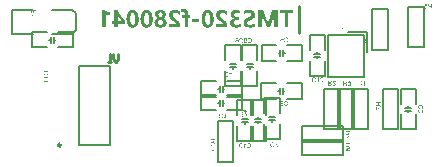
<source format=gbo>
G04*
G04 #@! TF.GenerationSoftware,Altium Limited,Altium Designer,21.6.1 (37)*
G04*
G04 Layer_Color=32896*
%FSLAX25Y25*%
%MOIN*%
G70*
G04*
G04 #@! TF.SameCoordinates,071825C8-D767-4C1D-B5F0-F0FA3D86134F*
G04*
G04*
G04 #@! TF.FilePolarity,Positive*
G04*
G01*
G75*
%ADD10C,0.00984*%
%ADD11C,0.00787*%
%ADD12C,0.00800*%
%ADD13C,0.01000*%
%ADD14C,0.00600*%
G36*
X565734Y373888D02*
X565877Y373879D01*
X566011Y373865D01*
X566140Y373847D01*
X566260Y373819D01*
X566376Y373796D01*
X566482Y373768D01*
X566579Y373740D01*
X566667Y373708D01*
X566746Y373680D01*
X566815Y373657D01*
X566870Y373634D01*
X566916Y373611D01*
X566949Y373597D01*
X566967Y373588D01*
X566976Y373583D01*
Y372599D01*
X566875Y372664D01*
X566773Y372724D01*
X566672Y372775D01*
X566574Y372816D01*
X566477Y372853D01*
X566385Y372886D01*
X566297Y372909D01*
X566214Y372932D01*
X566140Y372946D01*
X566071Y372959D01*
X566011Y372969D01*
X565955Y372973D01*
X565914D01*
X565886Y372978D01*
X565780D01*
X565701Y372969D01*
X565632Y372959D01*
X565567Y372946D01*
X565447Y372909D01*
X565350Y372863D01*
X565262Y372807D01*
X565193Y372747D01*
X565133Y372678D01*
X565087Y372613D01*
X565050Y372544D01*
X565022Y372474D01*
X565004Y372414D01*
X564990Y372359D01*
X564981Y372313D01*
X564976Y372276D01*
Y372253D01*
Y372243D01*
X564981Y372174D01*
X564990Y372110D01*
X565004Y372045D01*
X565027Y371989D01*
X565050Y371934D01*
X565082Y371888D01*
X565156Y371795D01*
X565244Y371721D01*
X565341Y371661D01*
X565443Y371610D01*
X565549Y371569D01*
X565660Y371537D01*
X565761Y371514D01*
X565858Y371495D01*
X565946Y371486D01*
X566020Y371477D01*
X566052D01*
X566076Y371472D01*
X566598D01*
Y370552D01*
X565974D01*
X565872Y370543D01*
X565771Y370534D01*
X565683Y370520D01*
X565600Y370502D01*
X565521Y370483D01*
X565452Y370465D01*
X565387Y370446D01*
X565332Y370423D01*
X565281Y370405D01*
X565239Y370386D01*
X565202Y370368D01*
X565179Y370354D01*
X565156Y370345D01*
X565147Y370340D01*
X565142Y370335D01*
X565082Y370294D01*
X565031Y370248D01*
X564985Y370201D01*
X564944Y370151D01*
X564911Y370100D01*
X564884Y370044D01*
X564860Y369993D01*
X564842Y369947D01*
X564819Y369855D01*
X564810Y369818D01*
X564805Y369786D01*
X564801Y369753D01*
Y369735D01*
Y369721D01*
Y369716D01*
X564805Y369647D01*
X564814Y369578D01*
X564828Y369513D01*
X564847Y369458D01*
X564893Y369351D01*
X564944Y369264D01*
X564971Y369227D01*
X564994Y369194D01*
X565022Y369171D01*
X565041Y369148D01*
X565059Y369130D01*
X565073Y369116D01*
X565082Y369111D01*
X565087Y369107D01*
X565142Y369070D01*
X565202Y369037D01*
X565327Y368982D01*
X565452Y368945D01*
X565577Y368922D01*
X565632Y368912D01*
X565688Y368903D01*
X565734Y368899D01*
X565775D01*
X565808Y368894D01*
X565854D01*
X565992Y368899D01*
X566131Y368912D01*
X566260Y368935D01*
X566385Y368963D01*
X566501Y368996D01*
X566611Y369028D01*
X566713Y369070D01*
X566806Y369111D01*
X566893Y369148D01*
X566967Y369190D01*
X567032Y369222D01*
X567087Y369259D01*
X567129Y369282D01*
X567161Y369305D01*
X567184Y369319D01*
X567189Y369324D01*
Y368270D01*
X567083Y368219D01*
X566972Y368178D01*
X566861Y368136D01*
X566741Y368104D01*
X566621Y368076D01*
X566505Y368053D01*
X566390Y368035D01*
X566279Y368021D01*
X566173Y368007D01*
X566080Y367998D01*
X565992Y367993D01*
X565918Y367988D01*
X565854Y367984D01*
X565771D01*
X565590Y367988D01*
X565415Y368002D01*
X565253Y368025D01*
X565105Y368053D01*
X564962Y368090D01*
X564833Y368127D01*
X564713Y368169D01*
X564602Y368210D01*
X564505Y368252D01*
X564422Y368293D01*
X564348Y368330D01*
X564288Y368367D01*
X564241Y368395D01*
X564209Y368418D01*
X564186Y368432D01*
X564181Y368437D01*
X564075Y368524D01*
X563983Y368621D01*
X563904Y368723D01*
X563835Y368829D01*
X563779Y368935D01*
X563729Y369042D01*
X563692Y369143D01*
X563659Y369245D01*
X563636Y369342D01*
X563618Y369430D01*
X563604Y369508D01*
X563595Y369578D01*
X563590Y369633D01*
X563585Y369675D01*
Y369702D01*
Y369712D01*
X563590Y369809D01*
X563599Y369901D01*
X563618Y369993D01*
X563641Y370077D01*
X563668Y370155D01*
X563701Y370229D01*
X563733Y370298D01*
X563766Y370363D01*
X563798Y370419D01*
X563830Y370469D01*
X563863Y370511D01*
X563890Y370548D01*
X563913Y370576D01*
X563932Y370594D01*
X563941Y370608D01*
X563946Y370613D01*
X564015Y370677D01*
X564089Y370737D01*
X564167Y370793D01*
X564246Y370839D01*
X564325Y370881D01*
X564403Y370913D01*
X564482Y370945D01*
X564556Y370973D01*
X564625Y370991D01*
X564690Y371010D01*
X564750Y371024D01*
X564801Y371033D01*
X564842Y371042D01*
X564870Y371047D01*
X564893Y371052D01*
X564897D01*
Y371070D01*
X564796Y371098D01*
X564699Y371135D01*
X564606Y371172D01*
X564523Y371213D01*
X564445Y371259D01*
X564371Y371306D01*
X564301Y371356D01*
X564241Y371412D01*
X564181Y371467D01*
X564131Y371523D01*
X564038Y371643D01*
X563964Y371763D01*
X563904Y371883D01*
X563858Y371999D01*
X563821Y372110D01*
X563793Y372211D01*
X563779Y372299D01*
X563770Y372373D01*
X563766Y372405D01*
X563761Y372428D01*
Y372451D01*
Y372465D01*
Y372474D01*
Y372479D01*
X563766Y372599D01*
X563784Y372715D01*
X563807Y372821D01*
X563839Y372923D01*
X563876Y373015D01*
X563923Y373103D01*
X563969Y373177D01*
X564015Y373251D01*
X564061Y373311D01*
X564107Y373366D01*
X564149Y373412D01*
X564191Y373449D01*
X564223Y373482D01*
X564246Y373500D01*
X564264Y373514D01*
X564269Y373519D01*
X564366Y373583D01*
X564472Y373643D01*
X564579Y373694D01*
X564685Y373736D01*
X564796Y373773D01*
X564907Y373800D01*
X565013Y373828D01*
X565115Y373847D01*
X565212Y373860D01*
X565304Y373874D01*
X565383Y373884D01*
X565452Y373888D01*
X565507D01*
X565549Y373893D01*
X565586D01*
X565734Y373888D01*
D02*
G37*
G36*
X560952D02*
X561123Y373874D01*
X561285Y373847D01*
X561437Y373819D01*
X561585Y373782D01*
X561724Y373740D01*
X561853Y373694D01*
X561973Y373653D01*
X562079Y373606D01*
X562176Y373560D01*
X562259Y373519D01*
X562329Y373482D01*
X562389Y373454D01*
X562430Y373431D01*
X562454Y373412D01*
X562463Y373408D01*
Y372345D01*
X562338Y372451D01*
X562209Y372539D01*
X562084Y372618D01*
X561959Y372687D01*
X561839Y372742D01*
X561724Y372793D01*
X561613Y372830D01*
X561506Y372863D01*
X561409Y372886D01*
X561322Y372904D01*
X561248Y372918D01*
X561178Y372927D01*
X561128Y372932D01*
X561086Y372937D01*
X560975D01*
X560906Y372927D01*
X560837Y372918D01*
X560776Y372904D01*
X560666Y372867D01*
X560569Y372816D01*
X560485Y372756D01*
X560416Y372692D01*
X560361Y372622D01*
X560319Y372553D01*
X560282Y372479D01*
X560259Y372410D01*
X560241Y372345D01*
X560227Y372285D01*
X560217Y372234D01*
X560213Y372197D01*
Y372174D01*
Y372165D01*
X560217Y372100D01*
X560222Y372031D01*
X560245Y371906D01*
X560282Y371791D01*
X560324Y371689D01*
X560342Y371648D01*
X560365Y371606D01*
X560384Y371569D01*
X560398Y371541D01*
X560416Y371518D01*
X560425Y371500D01*
X560430Y371490D01*
X560435Y371486D01*
X560481Y371426D01*
X560532Y371361D01*
X560587Y371301D01*
X560647Y371236D01*
X560772Y371116D01*
X560901Y371001D01*
X560961Y370950D01*
X561021Y370904D01*
X561072Y370862D01*
X561114Y370825D01*
X561155Y370797D01*
X561183Y370774D01*
X561201Y370760D01*
X561206Y370756D01*
X561317Y370677D01*
X561419Y370599D01*
X561516Y370529D01*
X561603Y370456D01*
X561682Y370391D01*
X561756Y370331D01*
X561821Y370275D01*
X561881Y370220D01*
X561931Y370174D01*
X561978Y370132D01*
X562015Y370095D01*
X562047Y370063D01*
X562070Y370040D01*
X562088Y370021D01*
X562098Y370012D01*
X562102Y370007D01*
X562204Y369887D01*
X562292Y369767D01*
X562370Y369652D01*
X562435Y369545D01*
X562463Y369495D01*
X562486Y369453D01*
X562509Y369416D01*
X562523Y369384D01*
X562537Y369356D01*
X562546Y369338D01*
X562555Y369324D01*
Y369319D01*
X562611Y369176D01*
X562647Y369037D01*
X562675Y368899D01*
X562698Y368774D01*
X562703Y368714D01*
X562708Y368663D01*
X562712Y368617D01*
Y368575D01*
X562717Y368547D01*
Y368520D01*
Y368506D01*
Y368501D01*
Y368081D01*
X558915D01*
Y369070D01*
X561340D01*
X561336Y369102D01*
X561331Y369134D01*
X561308Y369203D01*
X561275Y369268D01*
X561238Y369328D01*
X561206Y369384D01*
X561174Y369425D01*
X561151Y369453D01*
X561141Y369458D01*
Y369462D01*
X561100Y369508D01*
X561049Y369555D01*
X560994Y369605D01*
X560933Y369656D01*
X560809Y369762D01*
X560675Y369864D01*
X560615Y369915D01*
X560555Y369957D01*
X560504Y369998D01*
X560453Y370030D01*
X560416Y370058D01*
X560384Y370081D01*
X560365Y370095D01*
X560361Y370100D01*
X560250Y370178D01*
X560153Y370252D01*
X560056Y370326D01*
X559972Y370391D01*
X559894Y370456D01*
X559820Y370516D01*
X559755Y370571D01*
X559700Y370622D01*
X559649Y370668D01*
X559603Y370710D01*
X559571Y370742D01*
X559538Y370770D01*
X559515Y370793D01*
X559501Y370811D01*
X559492Y370820D01*
X559487Y370825D01*
X559390Y370941D01*
X559307Y371056D01*
X559238Y371167D01*
X559178Y371264D01*
X559155Y371310D01*
X559132Y371352D01*
X559113Y371389D01*
X559099Y371416D01*
X559086Y371444D01*
X559076Y371463D01*
X559072Y371472D01*
Y371477D01*
X559025Y371610D01*
X558989Y371744D01*
X558965Y371874D01*
X558947Y371994D01*
X558942Y372045D01*
X558938Y372096D01*
X558933Y372137D01*
X558928Y372174D01*
Y372206D01*
Y372230D01*
Y372243D01*
Y372248D01*
X558933Y372387D01*
X558952Y372521D01*
X558975Y372645D01*
X559007Y372761D01*
X559044Y372867D01*
X559086Y372969D01*
X559132Y373057D01*
X559178Y373140D01*
X559224Y373209D01*
X559270Y373274D01*
X559312Y373329D01*
X559349Y373375D01*
X559381Y373408D01*
X559404Y373435D01*
X559423Y373449D01*
X559427Y373454D01*
X559524Y373532D01*
X559626Y373597D01*
X559737Y373657D01*
X559848Y373708D01*
X559959Y373750D01*
X560074Y373786D01*
X560185Y373814D01*
X560291Y373837D01*
X560388Y373856D01*
X560481Y373870D01*
X560569Y373879D01*
X560638Y373888D01*
X560698D01*
X560744Y373893D01*
X560781D01*
X560952Y373888D01*
D02*
G37*
G36*
X545267D02*
X545438Y373874D01*
X545600Y373847D01*
X545752Y373819D01*
X545900Y373782D01*
X546039Y373740D01*
X546168Y373694D01*
X546288Y373653D01*
X546394Y373606D01*
X546491Y373560D01*
X546574Y373519D01*
X546644Y373482D01*
X546704Y373454D01*
X546745Y373431D01*
X546769Y373412D01*
X546778Y373408D01*
Y372345D01*
X546653Y372451D01*
X546524Y372539D01*
X546399Y372618D01*
X546274Y372687D01*
X546154Y372742D01*
X546039Y372793D01*
X545928Y372830D01*
X545822Y372863D01*
X545724Y372886D01*
X545637Y372904D01*
X545563Y372918D01*
X545494Y372927D01*
X545443Y372932D01*
X545401Y372937D01*
X545290D01*
X545221Y372927D01*
X545152Y372918D01*
X545091Y372904D01*
X544981Y372867D01*
X544884Y372816D01*
X544801Y372756D01*
X544731Y372692D01*
X544676Y372622D01*
X544634Y372553D01*
X544597Y372479D01*
X544574Y372410D01*
X544556Y372345D01*
X544542Y372285D01*
X544532Y372234D01*
X544528Y372197D01*
Y372174D01*
Y372165D01*
X544532Y372100D01*
X544537Y372031D01*
X544560Y371906D01*
X544597Y371791D01*
X544639Y371689D01*
X544657Y371648D01*
X544680Y371606D01*
X544699Y371569D01*
X544713Y371541D01*
X544731Y371518D01*
X544740Y371500D01*
X544745Y371490D01*
X544750Y371486D01*
X544796Y371426D01*
X544847Y371361D01*
X544902Y371301D01*
X544962Y371236D01*
X545087Y371116D01*
X545216Y371001D01*
X545276Y370950D01*
X545336Y370904D01*
X545387Y370862D01*
X545429Y370825D01*
X545470Y370797D01*
X545498Y370774D01*
X545517Y370760D01*
X545521Y370756D01*
X545632Y370677D01*
X545734Y370599D01*
X545831Y370529D01*
X545919Y370456D01*
X545997Y370391D01*
X546071Y370331D01*
X546136Y370275D01*
X546196Y370220D01*
X546246Y370174D01*
X546293Y370132D01*
X546330Y370095D01*
X546362Y370063D01*
X546385Y370040D01*
X546404Y370021D01*
X546413Y370012D01*
X546418Y370007D01*
X546519Y369887D01*
X546607Y369767D01*
X546685Y369652D01*
X546750Y369545D01*
X546778Y369495D01*
X546801Y369453D01*
X546824Y369416D01*
X546838Y369384D01*
X546852Y369356D01*
X546861Y369338D01*
X546870Y369324D01*
Y369319D01*
X546926Y369176D01*
X546963Y369037D01*
X546990Y368899D01*
X547014Y368774D01*
X547018Y368714D01*
X547023Y368663D01*
X547027Y368617D01*
Y368575D01*
X547032Y368547D01*
Y368520D01*
Y368506D01*
Y368501D01*
Y368081D01*
X543230D01*
Y369070D01*
X545655D01*
X545651Y369102D01*
X545646Y369134D01*
X545623Y369203D01*
X545590Y369268D01*
X545553Y369328D01*
X545521Y369384D01*
X545489Y369425D01*
X545466Y369453D01*
X545457Y369458D01*
Y369462D01*
X545415Y369508D01*
X545364Y369555D01*
X545309Y369605D01*
X545249Y369656D01*
X545124Y369762D01*
X544990Y369864D01*
X544930Y369915D01*
X544870Y369957D01*
X544819Y369998D01*
X544768Y370030D01*
X544731Y370058D01*
X544699Y370081D01*
X544680Y370095D01*
X544676Y370100D01*
X544565Y370178D01*
X544468Y370252D01*
X544371Y370326D01*
X544288Y370391D01*
X544209Y370456D01*
X544135Y370516D01*
X544070Y370571D01*
X544015Y370622D01*
X543964Y370668D01*
X543918Y370710D01*
X543886Y370742D01*
X543853Y370770D01*
X543830Y370793D01*
X543816Y370811D01*
X543807Y370820D01*
X543802Y370825D01*
X543706Y370941D01*
X543622Y371056D01*
X543553Y371167D01*
X543493Y371264D01*
X543470Y371310D01*
X543447Y371352D01*
X543428Y371389D01*
X543414Y371416D01*
X543401Y371444D01*
X543391Y371463D01*
X543387Y371472D01*
Y371477D01*
X543340Y371610D01*
X543304Y371744D01*
X543281Y371874D01*
X543262Y371994D01*
X543257Y372045D01*
X543253Y372096D01*
X543248Y372137D01*
X543244Y372174D01*
Y372206D01*
Y372230D01*
Y372243D01*
Y372248D01*
X543248Y372387D01*
X543267Y372521D01*
X543290Y372645D01*
X543322Y372761D01*
X543359Y372867D01*
X543401Y372969D01*
X543447Y373057D01*
X543493Y373140D01*
X543539Y373209D01*
X543585Y373274D01*
X543627Y373329D01*
X543664Y373375D01*
X543696Y373408D01*
X543719Y373435D01*
X543738Y373449D01*
X543743Y373454D01*
X543840Y373532D01*
X543941Y373597D01*
X544052Y373657D01*
X544163Y373708D01*
X544274Y373750D01*
X544389Y373786D01*
X544500Y373814D01*
X544606Y373837D01*
X544703Y373856D01*
X544796Y373870D01*
X544884Y373879D01*
X544953Y373888D01*
X545013D01*
X545059Y373893D01*
X545096D01*
X545267Y373888D01*
D02*
G37*
G36*
X521816Y373819D02*
X521959Y373722D01*
X522107Y373634D01*
X522260Y373551D01*
X522407Y373477D01*
X522551Y373403D01*
X522694Y373343D01*
X522823Y373283D01*
X522948Y373232D01*
X523063Y373190D01*
X523165Y373154D01*
X523253Y373121D01*
X523327Y373098D01*
X523354Y373089D01*
X523378Y373080D01*
X523396Y373075D01*
X523410Y373070D01*
X523419Y373066D01*
X523424D01*
Y372040D01*
X523299Y372059D01*
X523179Y372086D01*
X523059Y372119D01*
X522948Y372151D01*
X522902Y372165D01*
X522856Y372179D01*
X522814Y372193D01*
X522782Y372206D01*
X522754Y372216D01*
X522735Y372225D01*
X522721Y372230D01*
X522717D01*
X522583Y372290D01*
X522458Y372350D01*
X522357Y372410D01*
X522269Y372461D01*
X522232Y372488D01*
X522204Y372507D01*
X522176Y372525D01*
X522153Y372544D01*
X522135Y372558D01*
X522121Y372567D01*
X522116Y372576D01*
X522112D01*
Y368081D01*
X520911D01*
Y373920D01*
X521673D01*
X521816Y373819D01*
D02*
G37*
G36*
X553218Y369846D02*
X551038D01*
Y370687D01*
X553218D01*
Y369846D01*
D02*
G37*
G36*
X579432Y368081D02*
X578328D01*
Y371310D01*
Y371583D01*
X578337Y371842D01*
X578342Y371966D01*
Y372086D01*
X578346Y372202D01*
X578351Y372304D01*
X578356Y372400D01*
X578360Y372488D01*
X578365Y372567D01*
X578369Y372632D01*
X578374Y372687D01*
Y372724D01*
X578379Y372747D01*
Y372756D01*
X578346D01*
X578323Y372645D01*
X578300Y372544D01*
X578282Y372451D01*
X578263Y372368D01*
X578249Y372299D01*
X578231Y372234D01*
X578217Y372179D01*
X578208Y372133D01*
X578198Y372096D01*
X578189Y372063D01*
X578180Y372036D01*
X578175Y372017D01*
X578171Y372003D01*
X578166Y371994D01*
Y371985D01*
X576734Y368081D01*
X575764D01*
X574355Y372022D01*
X574341Y372059D01*
X574327Y372105D01*
X574313Y372160D01*
X574299Y372216D01*
X574271Y372336D01*
X574244Y372461D01*
X574230Y372516D01*
X574216Y372571D01*
X574207Y372622D01*
X574197Y372669D01*
X574188Y372706D01*
X574184Y372733D01*
X574179Y372752D01*
Y372756D01*
X574147D01*
X574156Y372622D01*
X574165Y372493D01*
X574170Y372373D01*
X574174Y372257D01*
X574179Y372151D01*
X574184Y372054D01*
X574188Y371962D01*
X574193Y371879D01*
Y371805D01*
Y371735D01*
X574197Y371680D01*
Y371634D01*
Y371597D01*
Y371569D01*
Y371550D01*
Y371546D01*
Y368081D01*
X572992D01*
Y373796D01*
X574715D01*
X575953Y370349D01*
X575999Y370215D01*
X576041Y370077D01*
X576083Y369938D01*
X576115Y369813D01*
X576133Y369753D01*
X576147Y369702D01*
X576156Y369656D01*
X576170Y369615D01*
X576175Y369582D01*
X576184Y369559D01*
X576189Y369541D01*
Y369536D01*
X576217D01*
X576240Y369679D01*
X576272Y369823D01*
X576304Y369957D01*
X576341Y370081D01*
X576360Y370137D01*
X576373Y370188D01*
X576387Y370229D01*
X576401Y370266D01*
X576410Y370298D01*
X576420Y370321D01*
X576424Y370335D01*
Y370340D01*
X577658Y373796D01*
X579432D01*
Y368081D01*
D02*
G37*
G36*
X584690Y372798D02*
X583063D01*
Y368081D01*
X581844D01*
Y372798D01*
X580213D01*
Y373796D01*
X584690D01*
Y372798D01*
D02*
G37*
G36*
X548108Y374212D02*
X548238Y374198D01*
X548358Y374179D01*
X548473Y374151D01*
X548580Y374119D01*
X548677Y374082D01*
X548769Y374045D01*
X548848Y374008D01*
X548921Y373967D01*
X548986Y373930D01*
X549042Y373893D01*
X549088Y373860D01*
X549125Y373833D01*
X549148Y373814D01*
X549166Y373800D01*
X549171Y373796D01*
X549250Y373713D01*
X549319Y373629D01*
X549379Y373537D01*
X549434Y373445D01*
X549476Y373352D01*
X549513Y373260D01*
X549545Y373172D01*
X549568Y373084D01*
X549587Y373001D01*
X549601Y372927D01*
X549610Y372858D01*
X549614Y372798D01*
X549619Y372752D01*
X549624Y372715D01*
Y372692D01*
Y372682D01*
Y372160D01*
X550308D01*
Y371269D01*
X549624D01*
Y368081D01*
X548432D01*
Y371269D01*
X547499D01*
Y372160D01*
X548432D01*
Y372618D01*
X548422Y372738D01*
X548404Y372844D01*
X548376Y372932D01*
X548335Y373010D01*
X548289Y373075D01*
X548238Y373130D01*
X548182Y373177D01*
X548122Y373214D01*
X548067Y373241D01*
X548011Y373260D01*
X547961Y373278D01*
X547914Y373288D01*
X547873Y373292D01*
X547845Y373297D01*
X547817D01*
X547734Y373292D01*
X547656Y373283D01*
X547577Y373265D01*
X547503Y373251D01*
X547443Y373232D01*
X547397Y373214D01*
X547378Y373209D01*
X547365Y373204D01*
X547360Y373200D01*
X547355D01*
Y374138D01*
X547452Y374165D01*
X547554Y374184D01*
X547660Y374198D01*
X547757Y374207D01*
X547845Y374212D01*
X547882Y374216D01*
X547974D01*
X548108Y374212D01*
D02*
G37*
G36*
X526191Y373653D02*
X526270Y373500D01*
X526353Y373352D01*
X526436Y373200D01*
X526524Y373052D01*
X526612Y372909D01*
X526695Y372765D01*
X526778Y372636D01*
X526861Y372511D01*
X526930Y372396D01*
X527000Y372299D01*
X527055Y372211D01*
X527106Y372142D01*
X527124Y372114D01*
X527138Y372091D01*
X527152Y372068D01*
X527161Y372054D01*
X527171Y372049D01*
Y372045D01*
X527300Y371860D01*
X527434Y371680D01*
X527563Y371504D01*
X527697Y371333D01*
X527822Y371172D01*
X527947Y371019D01*
X528062Y370871D01*
X528173Y370737D01*
X528275Y370613D01*
X528372Y370502D01*
X528450Y370405D01*
X528524Y370321D01*
X528580Y370257D01*
X528603Y370229D01*
X528621Y370211D01*
X528640Y370192D01*
X528649Y370178D01*
X528654Y370174D01*
X528658Y370169D01*
Y369296D01*
X526103D01*
Y368081D01*
X525018D01*
Y369296D01*
X524214D01*
Y370164D01*
X525018D01*
Y373796D01*
X526122D01*
X526191Y373653D01*
D02*
G37*
G36*
X540596Y373884D02*
X540776Y373860D01*
X540855Y373847D01*
X540934Y373828D01*
X541007Y373814D01*
X541072Y373796D01*
X541132Y373777D01*
X541188Y373759D01*
X541234Y373740D01*
X541275Y373727D01*
X541308Y373713D01*
X541331Y373703D01*
X541345Y373699D01*
X541349Y373694D01*
X541497Y373616D01*
X541567Y373569D01*
X541631Y373523D01*
X541687Y373477D01*
X541742Y373431D01*
X541793Y373389D01*
X541834Y373343D01*
X541876Y373306D01*
X541908Y373265D01*
X541936Y373232D01*
X541964Y373204D01*
X541982Y373177D01*
X541996Y373158D01*
X542001Y373149D01*
X542005Y373144D01*
X542047Y373080D01*
X542079Y373010D01*
X542112Y372946D01*
X542139Y372876D01*
X542181Y372747D01*
X542209Y372627D01*
X542218Y372576D01*
X542222Y372525D01*
X542227Y372484D01*
X542232Y372447D01*
X542236Y372414D01*
Y372391D01*
Y372377D01*
Y372373D01*
X542232Y372299D01*
X542227Y372225D01*
X542199Y372082D01*
X542162Y371957D01*
X542139Y371897D01*
X542116Y371846D01*
X542098Y371795D01*
X542075Y371754D01*
X542056Y371717D01*
X542038Y371684D01*
X542024Y371657D01*
X542010Y371638D01*
X542005Y371629D01*
X542001Y371624D01*
X541904Y371504D01*
X541793Y371393D01*
X541682Y371301D01*
X541571Y371222D01*
X541525Y371185D01*
X541474Y371158D01*
X541433Y371130D01*
X541396Y371111D01*
X541368Y371093D01*
X541345Y371079D01*
X541331Y371075D01*
X541326Y371070D01*
X541423Y371033D01*
X541520Y370996D01*
X541603Y370950D01*
X541687Y370904D01*
X541760Y370858D01*
X541830Y370811D01*
X541894Y370765D01*
X541950Y370719D01*
X541996Y370673D01*
X542042Y370636D01*
X542079Y370599D01*
X542107Y370566D01*
X542130Y370539D01*
X542149Y370520D01*
X542158Y370506D01*
X542162Y370502D01*
X542213Y370428D01*
X542255Y370354D01*
X542296Y370275D01*
X542329Y370201D01*
X542356Y370128D01*
X542380Y370054D01*
X542412Y369915D01*
X542426Y369855D01*
X542435Y369795D01*
X542440Y369744D01*
X542444Y369702D01*
X542449Y369666D01*
Y369642D01*
Y369624D01*
Y369619D01*
X542444Y369490D01*
X542426Y369365D01*
X542398Y369245D01*
X542361Y369134D01*
X542319Y369028D01*
X542269Y368935D01*
X542218Y368843D01*
X542167Y368765D01*
X542116Y368691D01*
X542065Y368631D01*
X542015Y368575D01*
X541973Y368529D01*
X541936Y368492D01*
X541908Y368469D01*
X541890Y368450D01*
X541885Y368446D01*
X541774Y368367D01*
X541659Y368298D01*
X541539Y368238D01*
X541414Y368182D01*
X541294Y368141D01*
X541169Y368104D01*
X541054Y368072D01*
X540938Y368049D01*
X540832Y368030D01*
X540730Y368016D01*
X540642Y368007D01*
X540564Y368002D01*
X540504Y367998D01*
X540458Y367993D01*
X540416D01*
X540250Y367998D01*
X540097Y368011D01*
X539950Y368035D01*
X539811Y368062D01*
X539681Y368099D01*
X539561Y368136D01*
X539451Y368178D01*
X539349Y368219D01*
X539261Y368261D01*
X539183Y368303D01*
X539113Y368340D01*
X539058Y368376D01*
X539016Y368404D01*
X538984Y368427D01*
X538961Y368441D01*
X538956Y368446D01*
X538855Y368534D01*
X538767Y368626D01*
X538693Y368723D01*
X538628Y368825D01*
X538573Y368922D01*
X538526Y369023D01*
X538489Y369116D01*
X538457Y369208D01*
X538434Y369296D01*
X538416Y369374D01*
X538406Y369448D01*
X538397Y369508D01*
X538392Y369559D01*
X538388Y369596D01*
Y369619D01*
Y369629D01*
X538392Y369726D01*
X538402Y369818D01*
X538416Y369906D01*
X538434Y369989D01*
X538457Y370067D01*
X538485Y370141D01*
X538508Y370211D01*
X538536Y370275D01*
X538568Y370331D01*
X538591Y370382D01*
X538619Y370423D01*
X538642Y370460D01*
X538660Y370493D01*
X538674Y370511D01*
X538684Y370525D01*
X538688Y370529D01*
X538748Y370599D01*
X538808Y370663D01*
X538873Y370728D01*
X538942Y370783D01*
X539012Y370834D01*
X539081Y370881D01*
X539215Y370964D01*
X539275Y370996D01*
X539335Y371024D01*
X539386Y371047D01*
X539432Y371065D01*
X539469Y371084D01*
X539497Y371093D01*
X539515Y371102D01*
X539520D01*
X539363Y371181D01*
X539293Y371227D01*
X539224Y371269D01*
X539164Y371315D01*
X539104Y371361D01*
X539053Y371403D01*
X539007Y371449D01*
X538965Y371486D01*
X538928Y371523D01*
X538896Y371560D01*
X538868Y371587D01*
X538850Y371610D01*
X538836Y371629D01*
X538827Y371638D01*
X538822Y371643D01*
X538776Y371708D01*
X538734Y371772D01*
X538702Y371837D01*
X538674Y371902D01*
X538628Y372026D01*
X538596Y372142D01*
X538587Y372193D01*
X538577Y372243D01*
X538573Y372285D01*
X538568Y372317D01*
X538563Y372350D01*
Y372368D01*
Y372382D01*
Y372387D01*
X538568Y372465D01*
X538573Y372539D01*
X538600Y372682D01*
X538637Y372816D01*
X538660Y372872D01*
X538679Y372927D01*
X538702Y372978D01*
X538725Y373024D01*
X538744Y373061D01*
X538762Y373094D01*
X538776Y373121D01*
X538790Y373140D01*
X538795Y373149D01*
X538799Y373154D01*
X538896Y373278D01*
X539002Y373389D01*
X539113Y373482D01*
X539220Y373560D01*
X539312Y373620D01*
X539354Y373643D01*
X539390Y373662D01*
X539418Y373680D01*
X539441Y373690D01*
X539455Y373699D01*
X539460D01*
X539621Y373763D01*
X539788Y373810D01*
X539945Y373847D01*
X540023Y373860D01*
X540093Y373870D01*
X540157Y373879D01*
X540217Y373884D01*
X540273Y373888D01*
X540319D01*
X540356Y373893D01*
X540504D01*
X540596Y373884D01*
D02*
G37*
G36*
X569910Y373888D02*
X570086Y373874D01*
X570247Y373851D01*
X570400Y373823D01*
X570543Y373791D01*
X570677Y373754D01*
X570797Y373713D01*
X570908Y373671D01*
X571005Y373629D01*
X571093Y373588D01*
X571167Y373551D01*
X571227Y373519D01*
X571273Y373491D01*
X571310Y373468D01*
X571328Y373454D01*
X571338Y373449D01*
X571444Y373361D01*
X571536Y373269D01*
X571620Y373172D01*
X571689Y373070D01*
X571744Y372969D01*
X571795Y372863D01*
X571837Y372765D01*
X571869Y372664D01*
X571892Y372571D01*
X571911Y372488D01*
X571924Y372410D01*
X571934Y372345D01*
X571938Y372290D01*
X571943Y372248D01*
Y372220D01*
Y372216D01*
Y372211D01*
X571938Y372110D01*
X571929Y372012D01*
X571911Y371920D01*
X571887Y371828D01*
X571855Y371740D01*
X571818Y371657D01*
X571777Y371573D01*
X571735Y371495D01*
X571633Y371347D01*
X571518Y371209D01*
X571398Y371089D01*
X571273Y370978D01*
X571148Y370881D01*
X571028Y370793D01*
X570913Y370724D01*
X570811Y370663D01*
X570770Y370640D01*
X570728Y370617D01*
X570691Y370599D01*
X570659Y370585D01*
X570636Y370571D01*
X570617Y370562D01*
X570608Y370557D01*
X570603D01*
X570451Y370493D01*
X570312Y370432D01*
X570192Y370377D01*
X570081Y370321D01*
X569984Y370271D01*
X569896Y370224D01*
X569822Y370183D01*
X569758Y370146D01*
X569707Y370114D01*
X569661Y370081D01*
X569628Y370058D01*
X569601Y370035D01*
X569578Y370021D01*
X569564Y370007D01*
X569554Y370003D01*
Y369998D01*
X569518Y369961D01*
X569485Y369920D01*
X569439Y369841D01*
X569402Y369767D01*
X569374Y369702D01*
X569360Y369642D01*
X569356Y369601D01*
X569351Y369582D01*
Y369568D01*
Y369564D01*
Y369559D01*
X569356Y369508D01*
X569360Y369462D01*
X569393Y369379D01*
X569430Y369301D01*
X569476Y369236D01*
X569527Y369185D01*
X569564Y369148D01*
X569596Y369125D01*
X569601Y369116D01*
X569605D01*
X569656Y369088D01*
X569707Y369060D01*
X569827Y369019D01*
X569952Y368986D01*
X570072Y368968D01*
X570132Y368959D01*
X570183Y368954D01*
X570229Y368949D01*
X570270D01*
X570307Y368945D01*
X570354D01*
X570515Y368949D01*
X570673Y368968D01*
X570825Y368996D01*
X570968Y369033D01*
X571107Y369079D01*
X571236Y369125D01*
X571356Y369176D01*
X571467Y369231D01*
X571564Y369287D01*
X571657Y369338D01*
X571735Y369384D01*
X571800Y369430D01*
X571851Y369467D01*
X571887Y369495D01*
X571911Y369513D01*
X571920Y369518D01*
Y368298D01*
X571800Y368243D01*
X571670Y368196D01*
X571536Y368155D01*
X571402Y368118D01*
X571269Y368085D01*
X571135Y368062D01*
X571005Y368039D01*
X570880Y368025D01*
X570765Y368011D01*
X570654Y368002D01*
X570557Y367993D01*
X570474Y367988D01*
X570404Y367984D01*
X570312D01*
X570118Y367988D01*
X569933Y368002D01*
X569758Y368025D01*
X569601Y368053D01*
X569448Y368085D01*
X569314Y368118D01*
X569190Y368159D01*
X569079Y368201D01*
X568982Y368238D01*
X568894Y368280D01*
X568820Y368312D01*
X568760Y368349D01*
X568714Y368372D01*
X568681Y368395D01*
X568658Y368409D01*
X568653Y368413D01*
X568552Y368497D01*
X568460Y368589D01*
X568386Y368691D01*
X568316Y368792D01*
X568261Y368894D01*
X568215Y369000D01*
X568173Y369102D01*
X568145Y369199D01*
X568122Y369296D01*
X568104Y369384D01*
X568090Y369462D01*
X568081Y369531D01*
X568076Y369587D01*
X568071Y369629D01*
Y369656D01*
Y369666D01*
X568076Y369767D01*
X568085Y369869D01*
X568099Y369961D01*
X568122Y370054D01*
X568145Y370137D01*
X568173Y370215D01*
X568201Y370289D01*
X568228Y370358D01*
X568261Y370419D01*
X568289Y370474D01*
X568316Y370520D01*
X568339Y370557D01*
X568363Y370589D01*
X568376Y370613D01*
X568386Y370626D01*
X568390Y370631D01*
X568455Y370705D01*
X568533Y370779D01*
X568617Y370853D01*
X568709Y370922D01*
X568903Y371056D01*
X569000Y371116D01*
X569097Y371172D01*
X569190Y371222D01*
X569277Y371264D01*
X569356Y371306D01*
X569425Y371338D01*
X569481Y371366D01*
X569527Y371384D01*
X569554Y371398D01*
X569559Y371403D01*
X569564D01*
X569693Y371463D01*
X569813Y371518D01*
X569915Y371569D01*
X570012Y371615D01*
X570095Y371661D01*
X570169Y371703D01*
X570234Y371740D01*
X570289Y371772D01*
X570340Y371805D01*
X570377Y371832D01*
X570409Y371855D01*
X570432Y371874D01*
X570451Y371888D01*
X570465Y371897D01*
X570469Y371906D01*
X570474D01*
X570534Y371980D01*
X570580Y372049D01*
X570612Y372119D01*
X570636Y372183D01*
X570649Y372239D01*
X570654Y372280D01*
X570659Y372308D01*
Y372313D01*
Y372317D01*
X570654Y372368D01*
X570645Y372414D01*
X570636Y372461D01*
X570617Y372502D01*
X570576Y372576D01*
X570525Y372641D01*
X570474Y372692D01*
X570432Y372724D01*
X570414Y372738D01*
X570400Y372747D01*
X570395Y372756D01*
X570391D01*
X570280Y372812D01*
X570164Y372853D01*
X570044Y372881D01*
X569929Y372904D01*
X569873Y372909D01*
X569827Y372913D01*
X569781Y372918D01*
X569744D01*
X569711Y372923D01*
X569670D01*
X569527Y372918D01*
X569388Y372904D01*
X569259Y372886D01*
X569134Y372863D01*
X569014Y372830D01*
X568903Y372798D01*
X568801Y372761D01*
X568704Y372728D01*
X568621Y372692D01*
X568543Y372655D01*
X568478Y372622D01*
X568423Y372590D01*
X568381Y372567D01*
X568349Y372548D01*
X568326Y372534D01*
X568321Y372530D01*
Y373676D01*
X568432Y373713D01*
X568543Y373750D01*
X568783Y373800D01*
X569019Y373842D01*
X569129Y373856D01*
X569240Y373865D01*
X569342Y373874D01*
X569434Y373884D01*
X569518Y373888D01*
X569591D01*
X569647Y373893D01*
X569730D01*
X569910Y373888D01*
D02*
G37*
G36*
X556226Y373884D02*
X556401Y373860D01*
X556568Y373819D01*
X556720Y373768D01*
X556863Y373713D01*
X556993Y373643D01*
X557108Y373574D01*
X557214Y373500D01*
X557307Y373426D01*
X557390Y373357D01*
X557459Y373288D01*
X557515Y373232D01*
X557561Y373181D01*
X557589Y373140D01*
X557612Y373117D01*
X557616Y373107D01*
X557713Y372955D01*
X557796Y372784D01*
X557870Y372608D01*
X557931Y372424D01*
X557986Y372234D01*
X558028Y372049D01*
X558065Y371865D01*
X558092Y371684D01*
X558115Y371514D01*
X558134Y371356D01*
X558138Y371283D01*
X558143Y371213D01*
X558148Y371148D01*
X558152Y371089D01*
X558157Y371033D01*
Y370987D01*
X558161Y370945D01*
Y370908D01*
Y370881D01*
Y370862D01*
Y370848D01*
Y370844D01*
X558157Y370585D01*
X558138Y370340D01*
X558111Y370114D01*
X558074Y369901D01*
X558028Y369702D01*
X557977Y369518D01*
X557917Y369347D01*
X557847Y369190D01*
X557773Y369046D01*
X557695Y368912D01*
X557612Y368792D01*
X557524Y368681D01*
X557436Y368584D01*
X557344Y368492D01*
X557247Y368413D01*
X557154Y368340D01*
X557062Y368280D01*
X556965Y368224D01*
X556873Y368178D01*
X556785Y368136D01*
X556697Y368099D01*
X556614Y368072D01*
X556535Y368049D01*
X556461Y368030D01*
X556392Y368016D01*
X556332Y368002D01*
X556281Y367993D01*
X556235Y367988D01*
X556198D01*
X556170Y367984D01*
X556147D01*
X555962Y367993D01*
X555791Y368016D01*
X555630Y368058D01*
X555477Y368104D01*
X555339Y368164D01*
X555214Y368229D01*
X555098Y368298D01*
X554992Y368372D01*
X554900Y368446D01*
X554821Y368515D01*
X554757Y368580D01*
X554701Y368640D01*
X554655Y368691D01*
X554623Y368728D01*
X554604Y368751D01*
X554600Y368760D01*
X554507Y368912D01*
X554424Y369079D01*
X554350Y369254D01*
X554290Y369434D01*
X554239Y369619D01*
X554193Y369804D01*
X554161Y369984D01*
X554128Y370160D01*
X554110Y370326D01*
X554091Y370483D01*
X554082Y370622D01*
X554077Y370682D01*
X554073Y370742D01*
X554068Y370793D01*
Y370839D01*
X554064Y370881D01*
Y370913D01*
Y370941D01*
Y370959D01*
Y370973D01*
Y370978D01*
X554068Y371241D01*
X554087Y371490D01*
X554114Y371721D01*
X554147Y371938D01*
X554193Y372142D01*
X554244Y372331D01*
X554304Y372502D01*
X554373Y372664D01*
X554442Y372812D01*
X554521Y372946D01*
X554604Y373070D01*
X554687Y373181D01*
X554775Y373283D01*
X554868Y373375D01*
X554955Y373454D01*
X555048Y373528D01*
X555140Y373592D01*
X555232Y373648D01*
X555325Y373699D01*
X555413Y373740D01*
X555496Y373773D01*
X555579Y373805D01*
X555657Y373828D01*
X555727Y373847D01*
X555796Y373860D01*
X555856Y373874D01*
X555907Y373884D01*
X555953Y373888D01*
X555985Y373893D01*
X556036D01*
X556226Y373884D01*
D02*
G37*
G36*
X535879D02*
X536055Y373860D01*
X536221Y373819D01*
X536374Y373768D01*
X536517Y373713D01*
X536646Y373643D01*
X536762Y373574D01*
X536868Y373500D01*
X536960Y373426D01*
X537044Y373357D01*
X537113Y373288D01*
X537168Y373232D01*
X537214Y373181D01*
X537242Y373140D01*
X537265Y373117D01*
X537270Y373107D01*
X537367Y372955D01*
X537450Y372784D01*
X537524Y372608D01*
X537584Y372424D01*
X537640Y372234D01*
X537681Y372049D01*
X537718Y371865D01*
X537746Y371684D01*
X537769Y371514D01*
X537787Y371356D01*
X537792Y371283D01*
X537797Y371213D01*
X537801Y371148D01*
X537806Y371089D01*
X537810Y371033D01*
Y370987D01*
X537815Y370945D01*
Y370908D01*
Y370881D01*
Y370862D01*
Y370848D01*
Y370844D01*
X537810Y370585D01*
X537792Y370340D01*
X537764Y370114D01*
X537727Y369901D01*
X537681Y369702D01*
X537630Y369518D01*
X537570Y369347D01*
X537501Y369190D01*
X537427Y369046D01*
X537348Y368912D01*
X537265Y368792D01*
X537178Y368681D01*
X537090Y368584D01*
X536997Y368492D01*
X536900Y368413D01*
X536808Y368340D01*
X536716Y368280D01*
X536619Y368224D01*
X536526Y368178D01*
X536438Y368136D01*
X536350Y368099D01*
X536267Y368072D01*
X536189Y368049D01*
X536115Y368030D01*
X536046Y368016D01*
X535986Y368002D01*
X535935Y367993D01*
X535888Y367988D01*
X535851D01*
X535824Y367984D01*
X535801D01*
X535616Y367993D01*
X535445Y368016D01*
X535283Y368058D01*
X535131Y368104D01*
X534992Y368164D01*
X534867Y368229D01*
X534752Y368298D01*
X534646Y368372D01*
X534553Y368446D01*
X534475Y368515D01*
X534410Y368580D01*
X534355Y368640D01*
X534308Y368691D01*
X534276Y368728D01*
X534258Y368751D01*
X534253Y368760D01*
X534161Y368912D01*
X534078Y369079D01*
X534003Y369254D01*
X533944Y369434D01*
X533893Y369619D01*
X533847Y369804D01*
X533814Y369984D01*
X533782Y370160D01*
X533763Y370326D01*
X533745Y370483D01*
X533736Y370622D01*
X533731Y370682D01*
X533726Y370742D01*
X533722Y370793D01*
Y370839D01*
X533717Y370881D01*
Y370913D01*
Y370941D01*
Y370959D01*
Y370973D01*
Y370978D01*
X533722Y371241D01*
X533740Y371490D01*
X533768Y371721D01*
X533800Y371938D01*
X533847Y372142D01*
X533897Y372331D01*
X533957Y372502D01*
X534027Y372664D01*
X534096Y372812D01*
X534174Y372946D01*
X534258Y373070D01*
X534341Y373181D01*
X534429Y373283D01*
X534521Y373375D01*
X534609Y373454D01*
X534701Y373528D01*
X534794Y373592D01*
X534886Y373648D01*
X534978Y373699D01*
X535066Y373740D01*
X535149Y373773D01*
X535232Y373805D01*
X535311Y373828D01*
X535380Y373847D01*
X535450Y373860D01*
X535510Y373874D01*
X535561Y373884D01*
X535607Y373888D01*
X535639Y373893D01*
X535690D01*
X535879Y373884D01*
D02*
G37*
G36*
X531218D02*
X531393Y373860D01*
X531560Y373819D01*
X531712Y373768D01*
X531855Y373713D01*
X531985Y373643D01*
X532100Y373574D01*
X532206Y373500D01*
X532299Y373426D01*
X532382Y373357D01*
X532451Y373288D01*
X532507Y373232D01*
X532553Y373181D01*
X532581Y373140D01*
X532604Y373117D01*
X532608Y373107D01*
X532705Y372955D01*
X532789Y372784D01*
X532862Y372608D01*
X532923Y372424D01*
X532978Y372234D01*
X533019Y372049D01*
X533056Y371865D01*
X533084Y371684D01*
X533107Y371514D01*
X533126Y371356D01*
X533130Y371283D01*
X533135Y371213D01*
X533140Y371148D01*
X533144Y371089D01*
X533149Y371033D01*
Y370987D01*
X533153Y370945D01*
Y370908D01*
Y370881D01*
Y370862D01*
Y370848D01*
Y370844D01*
X533149Y370585D01*
X533130Y370340D01*
X533103Y370114D01*
X533066Y369901D01*
X533019Y369702D01*
X532969Y369518D01*
X532909Y369347D01*
X532839Y369190D01*
X532765Y369046D01*
X532687Y368912D01*
X532604Y368792D01*
X532516Y368681D01*
X532428Y368584D01*
X532336Y368492D01*
X532239Y368413D01*
X532146Y368340D01*
X532054Y368280D01*
X531957Y368224D01*
X531865Y368178D01*
X531777Y368136D01*
X531689Y368099D01*
X531606Y368072D01*
X531527Y368049D01*
X531453Y368030D01*
X531384Y368016D01*
X531324Y368002D01*
X531273Y367993D01*
X531227Y367988D01*
X531190D01*
X531162Y367984D01*
X531139D01*
X530954Y367993D01*
X530783Y368016D01*
X530622Y368058D01*
X530469Y368104D01*
X530331Y368164D01*
X530206Y368229D01*
X530090Y368298D01*
X529984Y368372D01*
X529892Y368446D01*
X529813Y368515D01*
X529748Y368580D01*
X529693Y368640D01*
X529647Y368691D01*
X529614Y368728D01*
X529596Y368751D01*
X529591Y368760D01*
X529499Y368912D01*
X529416Y369079D01*
X529342Y369254D01*
X529282Y369434D01*
X529231Y369619D01*
X529185Y369804D01*
X529152Y369984D01*
X529120Y370160D01*
X529102Y370326D01*
X529083Y370483D01*
X529074Y370622D01*
X529069Y370682D01*
X529065Y370742D01*
X529060Y370793D01*
Y370839D01*
X529056Y370881D01*
Y370913D01*
Y370941D01*
Y370959D01*
Y370973D01*
Y370978D01*
X529060Y371241D01*
X529079Y371490D01*
X529106Y371721D01*
X529139Y371938D01*
X529185Y372142D01*
X529236Y372331D01*
X529296Y372502D01*
X529365Y372664D01*
X529434Y372812D01*
X529513Y372946D01*
X529596Y373070D01*
X529679Y373181D01*
X529767Y373283D01*
X529859Y373375D01*
X529947Y373454D01*
X530040Y373528D01*
X530132Y373592D01*
X530224Y373648D01*
X530317Y373699D01*
X530405Y373740D01*
X530488Y373773D01*
X530571Y373805D01*
X530649Y373828D01*
X530719Y373847D01*
X530788Y373860D01*
X530848Y373874D01*
X530899Y373884D01*
X530945Y373888D01*
X530977Y373893D01*
X531028D01*
X531218Y373884D01*
D02*
G37*
G36*
X591660Y351420D02*
X591704Y351416D01*
X591745Y351409D01*
X591786Y351401D01*
X591822Y351391D01*
X591857Y351379D01*
X591889Y351366D01*
X591918Y351354D01*
X591944Y351341D01*
X591967Y351328D01*
X591988Y351317D01*
X592004Y351307D01*
X592018Y351299D01*
X592027Y351292D01*
X592033Y351287D01*
X592035Y351286D01*
X592066Y351258D01*
X592095Y351230D01*
X592122Y351199D01*
X592146Y351166D01*
X592168Y351133D01*
X592187Y351101D01*
X592204Y351069D01*
X592219Y351036D01*
X592233Y351007D01*
X592244Y350979D01*
X592254Y350955D01*
X592262Y350933D01*
X592268Y350916D01*
X592270Y350908D01*
X592271Y350902D01*
X592272Y350897D01*
X592273Y350894D01*
X592274Y350891D01*
Y350890D01*
X592064Y350837D01*
X592055Y350874D01*
X592044Y350908D01*
X592033Y350940D01*
X592019Y350969D01*
X592006Y350996D01*
X591992Y351022D01*
X591978Y351043D01*
X591964Y351064D01*
X591951Y351081D01*
X591939Y351097D01*
X591927Y351110D01*
X591917Y351120D01*
X591909Y351130D01*
X591903Y351135D01*
X591898Y351139D01*
X591897Y351140D01*
X591873Y351157D01*
X591849Y351173D01*
X591824Y351187D01*
X591798Y351199D01*
X591773Y351208D01*
X591748Y351216D01*
X591724Y351223D01*
X591701Y351228D01*
X591680Y351233D01*
X591659Y351235D01*
X591642Y351238D01*
X591627Y351240D01*
X591614D01*
X591605Y351241D01*
X591597D01*
X591571Y351240D01*
X591544Y351238D01*
X591519Y351234D01*
X591494Y351230D01*
X591471Y351224D01*
X591448Y351217D01*
X591427Y351211D01*
X591407Y351203D01*
X591390Y351196D01*
X591374Y351190D01*
X591360Y351184D01*
X591349Y351178D01*
X591339Y351173D01*
X591333Y351170D01*
X591328Y351167D01*
X591327Y351166D01*
X591304Y351151D01*
X591283Y351135D01*
X591264Y351118D01*
X591245Y351100D01*
X591229Y351081D01*
X591214Y351062D01*
X591200Y351043D01*
X591188Y351026D01*
X591177Y351009D01*
X591168Y350993D01*
X591160Y350978D01*
X591154Y350965D01*
X591149Y350955D01*
X591145Y350948D01*
X591144Y350942D01*
X591143Y350941D01*
X591132Y350912D01*
X591123Y350882D01*
X591115Y350852D01*
X591110Y350821D01*
X591098Y350763D01*
X591094Y350734D01*
X591091Y350706D01*
X591089Y350682D01*
X591088Y350659D01*
X591086Y350639D01*
X591085Y350621D01*
X591084Y350606D01*
Y350596D01*
Y350589D01*
Y350587D01*
X591085Y350557D01*
X591086Y350528D01*
X591092Y350473D01*
X591096Y350447D01*
X591100Y350421D01*
X591105Y350397D01*
X591110Y350375D01*
X591114Y350355D01*
X591117Y350336D01*
X591122Y350320D01*
X591126Y350306D01*
X591129Y350296D01*
X591131Y350288D01*
X591134Y350282D01*
Y350281D01*
X591144Y350253D01*
X591155Y350228D01*
X591168Y350204D01*
X591182Y350182D01*
X591196Y350160D01*
X591210Y350141D01*
X591224Y350123D01*
X591238Y350107D01*
X591252Y350093D01*
X591265Y350081D01*
X591276Y350070D01*
X591287Y350061D01*
X591295Y350054D01*
X591300Y350049D01*
X591305Y350046D01*
X591306Y350045D01*
X591330Y350029D01*
X591356Y350016D01*
X591381Y350004D01*
X591406Y349993D01*
X591433Y349985D01*
X591458Y349978D01*
X591482Y349973D01*
X591506Y349968D01*
X591528Y349963D01*
X591549Y349961D01*
X591567Y349959D01*
X591583Y349958D01*
X591596Y349957D01*
X591613D01*
X591643Y349958D01*
X591671Y349960D01*
X591697Y349963D01*
X591722Y349969D01*
X591745Y349975D01*
X591767Y349982D01*
X591787Y349989D01*
X591805Y349996D01*
X591821Y350004D01*
X591836Y350011D01*
X591849Y350017D01*
X591859Y350023D01*
X591867Y350029D01*
X591873Y350032D01*
X591877Y350035D01*
X591878Y350036D01*
X591897Y350052D01*
X591916Y350069D01*
X591932Y350089D01*
X591948Y350108D01*
X591963Y350130D01*
X591975Y350151D01*
X591988Y350172D01*
X591998Y350192D01*
X592008Y350212D01*
X592017Y350230D01*
X592024Y350246D01*
X592029Y350260D01*
X592034Y350273D01*
X592037Y350281D01*
X592039Y350287D01*
X592040Y350289D01*
X592247Y350241D01*
X592234Y350200D01*
X592218Y350162D01*
X592202Y350127D01*
X592184Y350093D01*
X592165Y350063D01*
X592147Y350035D01*
X592127Y350009D01*
X592109Y349987D01*
X592090Y349966D01*
X592074Y349949D01*
X592059Y349932D01*
X592046Y349921D01*
X592035Y349911D01*
X592026Y349904D01*
X592021Y349899D01*
X592019Y349898D01*
X591988Y349876D01*
X591956Y349858D01*
X591921Y349842D01*
X591888Y349828D01*
X591855Y349815D01*
X591821Y349806D01*
X591789Y349798D01*
X591758Y349791D01*
X591728Y349786D01*
X591702Y349783D01*
X591679Y349780D01*
X591658Y349778D01*
X591641Y349777D01*
X591634Y349776D01*
X591618D01*
X591579Y349777D01*
X591541Y349781D01*
X591504Y349785D01*
X591468Y349791D01*
X591435Y349798D01*
X591403Y349807D01*
X591373Y349815D01*
X591345Y349824D01*
X591321Y349833D01*
X591298Y349842D01*
X591279Y349850D01*
X591262Y349858D01*
X591249Y349863D01*
X591239Y349868D01*
X591234Y349871D01*
X591231Y349873D01*
X591199Y349892D01*
X591169Y349913D01*
X591142Y349935D01*
X591115Y349958D01*
X591091Y349981D01*
X591069Y350004D01*
X591048Y350028D01*
X591031Y350050D01*
X591015Y350070D01*
X591000Y350091D01*
X590989Y350108D01*
X590978Y350123D01*
X590972Y350137D01*
X590966Y350146D01*
X590962Y350152D01*
X590961Y350154D01*
X590945Y350190D01*
X590930Y350226D01*
X590917Y350262D01*
X590907Y350299D01*
X590898Y350336D01*
X590890Y350373D01*
X590884Y350407D01*
X590878Y350440D01*
X590875Y350471D01*
X590871Y350499D01*
X590870Y350525D01*
X590868Y350547D01*
Y350564D01*
X590867Y350571D01*
Y350576D01*
Y350581D01*
Y350585D01*
Y350587D01*
Y350588D01*
X590868Y350630D01*
X590870Y350672D01*
X590875Y350712D01*
X590879Y350750D01*
X590886Y350788D01*
X590893Y350822D01*
X590901Y350856D01*
X590909Y350887D01*
X590916Y350915D01*
X590924Y350940D01*
X590931Y350962D01*
X590938Y350980D01*
X590943Y350995D01*
X590947Y351005D01*
X590950Y351012D01*
X590951Y351013D01*
Y351015D01*
X590967Y351050D01*
X590985Y351085D01*
X591005Y351116D01*
X591024Y351146D01*
X591045Y351172D01*
X591066Y351197D01*
X591085Y351219D01*
X591105Y351240D01*
X591123Y351258D01*
X591141Y351273D01*
X591155Y351287D01*
X591169Y351297D01*
X591181Y351306D01*
X591189Y351312D01*
X591193Y351316D01*
X591196Y351317D01*
X591227Y351335D01*
X591260Y351351D01*
X591295Y351365D01*
X591329Y351378D01*
X591364Y351387D01*
X591399Y351396D01*
X591433Y351403D01*
X591466Y351409D01*
X591496Y351413D01*
X591525Y351416D01*
X591550Y351418D01*
X591572Y351420D01*
X591589D01*
X591597Y351422D01*
X591614D01*
X591660Y351420D01*
D02*
G37*
G36*
X594239Y351423D02*
X594279Y351418D01*
X594318Y351410D01*
X594354Y351401D01*
X594388Y351391D01*
X594419Y351378D01*
X594449Y351365D01*
X594476Y351351D01*
X594498Y351338D01*
X594520Y351325D01*
X594538Y351312D01*
X594553Y351302D01*
X594565Y351293D01*
X594573Y351285D01*
X594578Y351280D01*
X594580Y351279D01*
X594607Y351252D01*
X594631Y351223D01*
X594652Y351193D01*
X594669Y351163D01*
X594684Y351133D01*
X594696Y351103D01*
X594705Y351076D01*
X594714Y351048D01*
X594721Y351023D01*
X594725Y351000D01*
X594729Y350979D01*
X594731Y350960D01*
X594732Y350947D01*
X594733Y350935D01*
Y350928D01*
Y350926D01*
X594732Y350897D01*
X594730Y350871D01*
X594726Y350846D01*
X594721Y350821D01*
X594715Y350798D01*
X594709Y350778D01*
X594701Y350758D01*
X594694Y350740D01*
X594687Y350724D01*
X594680Y350710D01*
X594673Y350698D01*
X594668Y350688D01*
X594662Y350680D01*
X594658Y350674D01*
X594656Y350671D01*
X594655Y350670D01*
X594640Y350651D01*
X594623Y350634D01*
X594605Y350619D01*
X594588Y350605D01*
X594570Y350592D01*
X594551Y350582D01*
X594533Y350572D01*
X594516Y350564D01*
X594500Y350556D01*
X594485Y350550D01*
X594471Y350544D01*
X594458Y350541D01*
X594449Y350537D01*
X594441Y350535D01*
X594436Y350534D01*
X594435D01*
X594455Y350525D01*
X594473Y350514D01*
X594490Y350503D01*
X594507Y350493D01*
X594522Y350481D01*
X594534Y350469D01*
X594547Y350459D01*
X594557Y350449D01*
X594567Y350438D01*
X594576Y350429D01*
X594583Y350421D01*
X594588Y350414D01*
X594593Y350409D01*
X594596Y350404D01*
X594597Y350402D01*
X594599Y350400D01*
X594609Y350384D01*
X594617Y350368D01*
X594625Y350351D01*
X594631Y350335D01*
X594641Y350304D01*
X594648Y350274D01*
X594650Y350261D01*
X594652Y350249D01*
X594654Y350238D01*
Y350229D01*
X594655Y350222D01*
Y350217D01*
Y350213D01*
Y350212D01*
X594654Y350191D01*
X594653Y350172D01*
X594646Y350134D01*
X594636Y350099D01*
X594631Y350084D01*
X594626Y350069D01*
X594620Y350056D01*
X594615Y350044D01*
X594610Y350032D01*
X594605Y350024D01*
X594602Y350016D01*
X594599Y350012D01*
X594597Y350008D01*
X594596Y350007D01*
X594585Y349990D01*
X594572Y349973D01*
X594546Y349943D01*
X594518Y349916D01*
X594490Y349894D01*
X594478Y349885D01*
X594466Y349877D01*
X594456Y349870D01*
X594447Y349865D01*
X594439Y349860D01*
X594433Y349856D01*
X594429Y349855D01*
X594428Y349854D01*
X594408Y349844D01*
X594387Y349836D01*
X594366Y349828D01*
X594344Y349822D01*
X594304Y349812D01*
X594286Y349808D01*
X594267Y349805D01*
X594251Y349802D01*
X594236Y349801D01*
X594222Y349799D01*
X594211D01*
X594202Y349798D01*
X594189D01*
X594155Y349799D01*
X594121Y349802D01*
X594089Y349808D01*
X594059Y349815D01*
X594032Y349823D01*
X594006Y349832D01*
X593982Y349842D01*
X593960Y349852D01*
X593941Y349862D01*
X593924Y349871D01*
X593909Y349881D01*
X593896Y349889D01*
X593886Y349896D01*
X593879Y349901D01*
X593874Y349905D01*
X593873Y349906D01*
X593850Y349927D01*
X593829Y349950D01*
X593811Y349974D01*
X593795Y349999D01*
X593780Y350024D01*
X593766Y350050D01*
X593754Y350075D01*
X593744Y350099D01*
X593736Y350122D01*
X593729Y350143D01*
X593723Y350161D01*
X593719Y350179D01*
X593715Y350192D01*
X593713Y350202D01*
X593711Y350208D01*
Y350210D01*
Y350211D01*
X593906Y350245D01*
X593911Y350219D01*
X593917Y350195D01*
X593922Y350173D01*
X593930Y350152D01*
X593937Y350132D01*
X593947Y350115D01*
X593955Y350099D01*
X593963Y350084D01*
X593971Y350073D01*
X593978Y350061D01*
X593985Y350052D01*
X593990Y350045D01*
X593996Y350039D01*
X593999Y350035D01*
X594002Y350032D01*
X594003Y350031D01*
X594018Y350019D01*
X594033Y350007D01*
X594049Y349998D01*
X594065Y349990D01*
X594081Y349982D01*
X594096Y349976D01*
X594126Y349968D01*
X594140Y349965D01*
X594152Y349962D01*
X594164Y349961D01*
X594174Y349960D01*
X594181Y349959D01*
X594193D01*
X594213Y349960D01*
X594234Y349962D01*
X594252Y349966D01*
X594271Y349970D01*
X594287Y349975D01*
X594303Y349982D01*
X594317Y349988D01*
X594330Y349994D01*
X594341Y350001D01*
X594351Y350007D01*
X594359Y350014D01*
X594367Y350019D01*
X594373Y350023D01*
X594377Y350027D01*
X594379Y350029D01*
X594380Y350030D01*
X594393Y350044D01*
X594404Y350058D01*
X594415Y350073D01*
X594423Y350088D01*
X594429Y350103D01*
X594435Y350118D01*
X594445Y350145D01*
X594448Y350158D01*
X594450Y350169D01*
X594451Y350181D01*
X594452Y350189D01*
X594454Y350197D01*
Y350203D01*
Y350206D01*
Y350207D01*
X594452Y350231D01*
X594449Y350254D01*
X594445Y350276D01*
X594438Y350296D01*
X594431Y350314D01*
X594423Y350330D01*
X594413Y350345D01*
X594404Y350359D01*
X594394Y350371D01*
X594386Y350381D01*
X594377Y350389D01*
X594370Y350396D01*
X594363Y350402D01*
X594358Y350405D01*
X594355Y350407D01*
X594354Y350409D01*
X594335Y350420D01*
X594316Y350429D01*
X594296Y350438D01*
X594277Y350445D01*
X594239Y350457D01*
X594221Y350461D01*
X594204Y350465D01*
X594188Y350467D01*
X594174Y350469D01*
X594162Y350471D01*
X594150Y350472D01*
X594142Y350473D01*
X594120D01*
X594110Y350472D01*
X594105D01*
X594102Y350471D01*
X594098D01*
X594076Y350642D01*
X594106Y350635D01*
X594133Y350630D01*
X594156Y350626D01*
X594176Y350624D01*
X594193Y350622D01*
X594204Y350621D01*
X594214D01*
X594240Y350622D01*
X594263Y350625D01*
X594286Y350629D01*
X594307Y350635D01*
X594326Y350642D01*
X594344Y350649D01*
X594362Y350657D01*
X594377Y350665D01*
X594390Y350673D01*
X594403Y350681D01*
X594413Y350688D01*
X594421Y350695D01*
X594428Y350701D01*
X594434Y350705D01*
X594436Y350708D01*
X594438Y350709D01*
X594454Y350726D01*
X594466Y350743D01*
X594479Y350762D01*
X594489Y350780D01*
X594497Y350798D01*
X594504Y350817D01*
X594510Y350835D01*
X594515Y350852D01*
X594519Y350869D01*
X594522Y350884D01*
X594524Y350897D01*
X594525Y350908D01*
X594526Y350918D01*
Y350925D01*
Y350929D01*
Y350931D01*
X594525Y350956D01*
X594522Y350981D01*
X594517Y351004D01*
X594511Y351026D01*
X594504Y351048D01*
X594496Y351066D01*
X594487Y351085D01*
X594479Y351101D01*
X594470Y351116D01*
X594461Y351128D01*
X594452Y351140D01*
X594446Y351149D01*
X594440Y351157D01*
X594435Y351162D01*
X594432Y351165D01*
X594431Y351166D01*
X594412Y351184D01*
X594394Y351197D01*
X594374Y351210D01*
X594355Y351222D01*
X594335Y351231D01*
X594316Y351239D01*
X594296Y351245D01*
X594279Y351250D01*
X594262Y351254D01*
X594247Y351257D01*
X594233Y351258D01*
X594220Y351261D01*
X594211D01*
X594203Y351262D01*
X594197D01*
X594175Y351261D01*
X594156Y351258D01*
X594136Y351255D01*
X594118Y351250D01*
X594101Y351245D01*
X594085Y351239D01*
X594070Y351232D01*
X594056Y351225D01*
X594043Y351219D01*
X594033Y351212D01*
X594022Y351207D01*
X594016Y351201D01*
X594009Y351196D01*
X594004Y351193D01*
X594002Y351190D01*
X594001Y351189D01*
X593986Y351174D01*
X593973Y351158D01*
X593960Y351140D01*
X593949Y351120D01*
X593929Y351081D01*
X593913Y351041D01*
X593907Y351023D01*
X593902Y351005D01*
X593897Y350990D01*
X593894Y350977D01*
X593890Y350965D01*
X593888Y350956D01*
X593887Y350951D01*
Y350949D01*
X593691Y350975D01*
X593696Y351012D01*
X593703Y351047D01*
X593713Y351079D01*
X593723Y351110D01*
X593736Y351139D01*
X593749Y351165D01*
X593762Y351190D01*
X593776Y351212D01*
X593790Y351232D01*
X593803Y351249D01*
X593815Y351264D01*
X593826Y351277D01*
X593835Y351287D01*
X593842Y351294D01*
X593847Y351299D01*
X593848Y351300D01*
X593874Y351322D01*
X593903Y351341D01*
X593932Y351357D01*
X593960Y351371D01*
X593990Y351384D01*
X594019Y351394D01*
X594048Y351402D01*
X594074Y351408D01*
X594100Y351414D01*
X594123Y351417D01*
X594143Y351420D01*
X594162Y351422D01*
X594175Y351423D01*
X594187Y351424D01*
X594196D01*
X594239Y351423D01*
D02*
G37*
G36*
X593190Y349798D02*
X593063D01*
X593053Y349817D01*
X593042Y349837D01*
X593015Y349875D01*
X592986Y349911D01*
X592971Y349928D01*
X592957Y349944D01*
X592944Y349958D01*
X592931Y349972D01*
X592920Y349983D01*
X592909Y349993D01*
X592901Y350001D01*
X592895Y350007D01*
X592891Y350011D01*
X592890Y350012D01*
X592842Y350051D01*
X592793Y350086D01*
X592745Y350119D01*
X592722Y350132D01*
X592700Y350146D01*
X592680Y350158D01*
X592662Y350168D01*
X592645Y350177D01*
X592631Y350184D01*
X592619Y350190D01*
X592610Y350195D01*
X592606Y350197D01*
X592603Y350198D01*
Y350387D01*
X592638Y350373D01*
X592673Y350357D01*
X592708Y350341D01*
X592740Y350325D01*
X592754Y350317D01*
X592768Y350310D01*
X592779Y350303D01*
X592789Y350297D01*
X592797Y350293D01*
X592803Y350290D01*
X592807Y350288D01*
X592808Y350287D01*
X592849Y350261D01*
X592868Y350249D01*
X592886Y350237D01*
X592902Y350224D01*
X592917Y350214D01*
X592931Y350203D01*
X592945Y350194D01*
X592955Y350184D01*
X592966Y350176D01*
X592975Y350168D01*
X592982Y350162D01*
X592987Y350158D01*
X592991Y350154D01*
X592993Y350152D01*
X592994Y350151D01*
Y351395D01*
X593190D01*
Y349798D01*
D02*
G37*
G36*
X558685Y330538D02*
X557978D01*
Y330265D01*
X557979Y330241D01*
X557980Y330220D01*
X557982Y330204D01*
X557984Y330193D01*
X557985Y330183D01*
X557986Y330178D01*
Y330176D01*
X557992Y330158D01*
X557998Y330141D01*
X558006Y330125D01*
X558013Y330111D01*
X558018Y330098D01*
X558024Y330089D01*
X558028Y330083D01*
X558029Y330081D01*
X558041Y330063D01*
X558057Y330044D01*
X558076Y330027D01*
X558093Y330010D01*
X558109Y329996D01*
X558123Y329984D01*
X558129Y329980D01*
X558132Y329976D01*
X558135Y329975D01*
X558136Y329974D01*
X558151Y329963D01*
X558167Y329950D01*
X558201Y329925D01*
X558238Y329899D01*
X558274Y329875D01*
X558290Y329865D01*
X558305Y329854D01*
X558319Y329845D01*
X558331Y329837D01*
X558340Y329832D01*
X558349Y329827D01*
X558353Y329823D01*
X558354Y329822D01*
X558685Y329612D01*
Y329348D01*
X558253Y329623D01*
X558207Y329654D01*
X558186Y329671D01*
X558166Y329685D01*
X558147Y329700D01*
X558130Y329715D01*
X558114Y329729D01*
X558099Y329742D01*
X558085Y329753D01*
X558074Y329765D01*
X558065Y329774D01*
X558055Y329782D01*
X558049Y329789D01*
X558044Y329794D01*
X558041Y329797D01*
X558040Y329798D01*
X558025Y329817D01*
X558011Y329836D01*
X557998Y329857D01*
X557986Y329877D01*
X557976Y329896D01*
X557971Y329904D01*
X557968Y329911D01*
X557964Y329917D01*
X557963Y329921D01*
X557961Y329924D01*
Y329925D01*
X557954Y329883D01*
X557946Y329844D01*
X557936Y329808D01*
X557925Y329775D01*
X557913Y329745D01*
X557901Y329716D01*
X557889Y329692D01*
X557876Y329669D01*
X557863Y329650D01*
X557852Y329634D01*
X557841Y329619D01*
X557832Y329607D01*
X557824Y329598D01*
X557818Y329591D01*
X557815Y329588D01*
X557814Y329587D01*
X557792Y329567D01*
X557768Y329550D01*
X557745Y329535D01*
X557721Y329522D01*
X557696Y329512D01*
X557672Y329503D01*
X557649Y329496D01*
X557627Y329490D01*
X557607Y329485D01*
X557588Y329482D01*
X557571Y329480D01*
X557557Y329477D01*
X557545D01*
X557536Y329476D01*
X557531D01*
X557528D01*
X557504Y329477D01*
X557480Y329479D01*
X557457Y329482D01*
X557435Y329486D01*
X557415Y329491D01*
X557395Y329497D01*
X557377Y329504D01*
X557360Y329509D01*
X557344Y329515D01*
X557331Y329522D01*
X557318Y329528D01*
X557308Y329533D01*
X557300Y329537D01*
X557294Y329539D01*
X557291Y329542D01*
X557289Y329543D01*
X557270Y329556D01*
X557251Y329569D01*
X557235Y329584D01*
X557219Y329598D01*
X557205Y329613D01*
X557193Y329628D01*
X557182Y329643D01*
X557172Y329657D01*
X557164Y329669D01*
X557157Y329682D01*
X557150Y329692D01*
X557146Y329702D01*
X557142Y329710D01*
X557140Y329715D01*
X557138Y329719D01*
Y329720D01*
X557129Y329742D01*
X557123Y329766D01*
X557117Y329791D01*
X557112Y329817D01*
X557104Y329871D01*
X557102Y329897D01*
X557100Y329922D01*
X557097Y329948D01*
X557096Y329970D01*
X557095Y329990D01*
Y330009D01*
X557094Y330022D01*
Y330748D01*
X558685D01*
Y330538D01*
D02*
G37*
G36*
X557663Y329042D02*
X557647Y329006D01*
X557631Y328971D01*
X557615Y328939D01*
X557607Y328925D01*
X557600Y328911D01*
X557593Y328900D01*
X557587Y328891D01*
X557584Y328883D01*
X557580Y328876D01*
X557578Y328872D01*
X557577Y328871D01*
X557552Y328830D01*
X557539Y328812D01*
X557527Y328793D01*
X557515Y328777D01*
X557504Y328762D01*
X557493Y328748D01*
X557484Y328734D01*
X557475Y328724D01*
X557466Y328714D01*
X557458Y328705D01*
X557453Y328698D01*
X557448Y328692D01*
X557445Y328688D01*
X557442Y328686D01*
X557441Y328685D01*
X558685D01*
Y328489D01*
X557088D01*
Y328616D01*
X557108Y328626D01*
X557127Y328638D01*
X557165Y328664D01*
X557201Y328693D01*
X557218Y328708D01*
X557234Y328722D01*
X557248Y328736D01*
X557262Y328748D01*
X557273Y328760D01*
X557284Y328770D01*
X557292Y328778D01*
X557297Y328784D01*
X557301Y328788D01*
X557302Y328790D01*
X557341Y328837D01*
X557377Y328886D01*
X557409Y328935D01*
X557423Y328958D01*
X557437Y328979D01*
X557448Y328999D01*
X557458Y329017D01*
X557468Y329035D01*
X557475Y329048D01*
X557480Y329060D01*
X557485Y329069D01*
X557487Y329074D01*
X557488Y329076D01*
X557677D01*
X557663Y329042D01*
D02*
G37*
G36*
X557983Y327987D02*
X558021Y327986D01*
X558057Y327982D01*
X558093Y327979D01*
X558128Y327974D01*
X558160Y327970D01*
X558191Y327965D01*
X558222Y327959D01*
X558250Y327952D01*
X558277Y327947D01*
X558302Y327940D01*
X558328Y327933D01*
X558351Y327926D01*
X558373Y327918D01*
X558393Y327911D01*
X558412Y327904D01*
X558430Y327896D01*
X558446Y327889D01*
X558462Y327882D01*
X558476Y327875D01*
X558489Y327870D01*
X558500Y327863D01*
X558511Y327857D01*
X558520Y327852D01*
X558527Y327848D01*
X558534Y327843D01*
X558539Y327840D01*
X558543Y327836D01*
X558546Y327834D01*
X558547Y327833D01*
X558549D01*
X558577Y327807D01*
X558603Y327780D01*
X558625Y327751D01*
X558643Y327721D01*
X558659Y327690D01*
X558672Y327660D01*
X558683Y327632D01*
X558691Y327603D01*
X558698Y327575D01*
X558703Y327551D01*
X558707Y327528D01*
X558710Y327508D01*
X558711Y327492D01*
X558712Y327481D01*
Y327471D01*
X558711Y327438D01*
X558707Y327409D01*
X558703Y327380D01*
X558697Y327352D01*
X558690Y327327D01*
X558682Y327304D01*
X558674Y327282D01*
X558665Y327261D01*
X558657Y327244D01*
X558649Y327228D01*
X558641Y327215D01*
X558634Y327204D01*
X558627Y327195D01*
X558622Y327189D01*
X558620Y327184D01*
X558619Y327183D01*
X558600Y327162D01*
X558581Y327143D01*
X558560Y327124D01*
X558538Y327107D01*
X558515Y327092D01*
X558493Y327078D01*
X558472Y327065D01*
X558451Y327053D01*
X558431Y327044D01*
X558413Y327035D01*
X558396Y327028D01*
X558382Y327021D01*
X558369Y327016D01*
X558361Y327013D01*
X558355Y327012D01*
X558353Y327011D01*
X558320Y327000D01*
X558284Y326991D01*
X558247Y326983D01*
X558209Y326976D01*
X558135Y326966D01*
X558098Y326962D01*
X558062Y326959D01*
X558029Y326957D01*
X557999Y326955D01*
X557971Y326954D01*
X557947Y326953D01*
X557937D01*
X557928Y326952D01*
X557920D01*
X557914D01*
X557908D01*
X557905D01*
X557902D01*
X557901D01*
X557857D01*
X557817Y326953D01*
X557778Y326955D01*
X557743Y326958D01*
X557709Y326960D01*
X557678Y326963D01*
X557649Y326967D01*
X557624Y326970D01*
X557601Y326974D01*
X557582Y326977D01*
X557564Y326981D01*
X557550Y326983D01*
X557539Y326985D01*
X557532Y326988D01*
X557526Y326989D01*
X557525D01*
X557500Y326996D01*
X557475Y327004D01*
X557451Y327011D01*
X557430Y327019D01*
X557409Y327028D01*
X557389Y327036D01*
X557371Y327044D01*
X557355Y327052D01*
X557340Y327059D01*
X557327Y327066D01*
X557316Y327071D01*
X557307Y327077D01*
X557300Y327082D01*
X557294Y327085D01*
X557291Y327086D01*
X557289Y327088D01*
X557255Y327112D01*
X557225Y327138D01*
X557198Y327165D01*
X557178Y327190D01*
X557169Y327202D01*
X557162Y327213D01*
X557155Y327222D01*
X557149Y327230D01*
X557146Y327237D01*
X557142Y327242D01*
X557140Y327245D01*
Y327246D01*
X557131Y327265D01*
X557123Y327283D01*
X557110Y327322D01*
X557101Y327360D01*
X557095Y327395D01*
X557093Y327411D01*
X557090Y327425D01*
X557089Y327438D01*
Y327449D01*
X557088Y327458D01*
Y327471D01*
X557089Y327503D01*
X557092Y327533D01*
X557096Y327561D01*
X557103Y327589D01*
X557110Y327614D01*
X557118Y327639D01*
X557126Y327660D01*
X557134Y327680D01*
X557143Y327698D01*
X557151Y327713D01*
X557159Y327727D01*
X557166Y327738D01*
X557172Y327748D01*
X557177Y327753D01*
X557180Y327758D01*
X557181Y327759D01*
X557200Y327780D01*
X557219Y327800D01*
X557240Y327818D01*
X557262Y327835D01*
X557284Y327850D01*
X557307Y327864D01*
X557328Y327878D01*
X557349Y327888D01*
X557369Y327898D01*
X557387Y327908D01*
X557404Y327915D01*
X557418Y327921D01*
X557431Y327926D01*
X557439Y327929D01*
X557445Y327931D01*
X557447Y327932D01*
X557480Y327942D01*
X557516Y327950D01*
X557553Y327958D01*
X557591Y327965D01*
X557667Y327975D01*
X557703Y327979D01*
X557739Y327982D01*
X557772Y327985D01*
X557803Y327986D01*
X557831Y327987D01*
X557854Y327988D01*
X557864D01*
X557873Y327989D01*
X557882D01*
X557889D01*
X557894D01*
X557898D01*
X557900D01*
X557901D01*
X557943D01*
X557983Y327987D01*
D02*
G37*
G36*
X608401Y364311D02*
X608439Y364305D01*
X608474Y364298D01*
X608508Y364289D01*
X608540Y364277D01*
X608570Y364265D01*
X608596Y364252D01*
X608622Y364238D01*
X608643Y364225D01*
X608663Y364211D01*
X608680Y364198D01*
X608694Y364187D01*
X608704Y364177D01*
X608712Y364170D01*
X608718Y364165D01*
X608719Y364163D01*
X608745Y364135D01*
X608767Y364105D01*
X608785Y364073D01*
X608802Y364040D01*
X608816Y364008D01*
X608827Y363976D01*
X608837Y363944D01*
X608844Y363914D01*
X608850Y363885D01*
X608854Y363859D01*
X608857Y363835D01*
X608860Y363814D01*
X608861Y363797D01*
Y363790D01*
X608862Y363784D01*
Y363779D01*
Y363776D01*
Y363775D01*
Y363774D01*
X608861Y363731D01*
X608856Y363691D01*
X608849Y363652D01*
X608841Y363616D01*
X608831Y363583D01*
X608819Y363552D01*
X608807Y363523D01*
X608794Y363498D01*
X608781Y363475D01*
X608769Y363454D01*
X608757Y363437D01*
X608747Y363423D01*
X608739Y363411D01*
X608732Y363403D01*
X608727Y363398D01*
X608726Y363397D01*
X608700Y363371D01*
X608672Y363349D01*
X608645Y363331D01*
X608616Y363314D01*
X608588Y363300D01*
X608561Y363288D01*
X608533Y363279D01*
X608508Y363272D01*
X608484Y363265D01*
X608462Y363262D01*
X608441Y363259D01*
X608425Y363256D01*
X608411Y363255D01*
X608401Y363254D01*
X608392D01*
X608370Y363255D01*
X608348Y363256D01*
X608308Y363263D01*
X608270Y363272D01*
X608254Y363277D01*
X608238Y363283D01*
X608222Y363288D01*
X608210Y363293D01*
X608200Y363298D01*
X608189Y363302D01*
X608182Y363306D01*
X608177Y363309D01*
X608173Y363310D01*
X608172Y363311D01*
X608135Y363334D01*
X608104Y363360D01*
X608089Y363372D01*
X608076Y363385D01*
X608064Y363397D01*
X608053Y363409D01*
X608043Y363420D01*
X608035Y363430D01*
X608028Y363439D01*
X608021Y363447D01*
X608017Y363454D01*
X608013Y363459D01*
X608012Y363462D01*
X608011Y363463D01*
Y363454D01*
Y363446D01*
Y363439D01*
Y363433D01*
Y363430D01*
Y363426D01*
Y363425D01*
Y363424D01*
X608012Y363379D01*
X608015Y363336D01*
X608020Y363295D01*
X608024Y363276D01*
X608026Y363259D01*
X608028Y363242D01*
X608032Y363229D01*
X608034Y363216D01*
X608036Y363206D01*
X608039Y363196D01*
X608040Y363191D01*
X608041Y363186D01*
Y363185D01*
X608047Y363164D01*
X608052Y363143D01*
X608058Y363125D01*
X608064Y363107D01*
X608071Y363091D01*
X608076Y363076D01*
X608082Y363062D01*
X608088Y363049D01*
X608093Y363038D01*
X608098Y363027D01*
X608102Y363019D01*
X608106Y363012D01*
X608109Y363007D01*
X608111Y363003D01*
X608113Y363001D01*
Y363000D01*
X608131Y362976D01*
X608149Y362954D01*
X608167Y362934D01*
X608185Y362919D01*
X608200Y362907D01*
X608212Y362897D01*
X608217Y362894D01*
X608220Y362892D01*
X608222Y362889D01*
X608224D01*
X608250Y362876D01*
X608277Y362866D01*
X608304Y362860D01*
X608328Y362854D01*
X608350Y362851D01*
X608359Y362850D01*
X608367D01*
X608373Y362849D01*
X608382D01*
X608402Y362850D01*
X608420Y362851D01*
X608454Y362858D01*
X608482Y362867D01*
X608496Y362873D01*
X608508Y362879D01*
X608518Y362884D01*
X608528Y362889D01*
X608536Y362894D01*
X608542Y362898D01*
X608548Y362902D01*
X608552Y362906D01*
X608554Y362907D01*
X608555Y362908D01*
X608568Y362919D01*
X608578Y362933D01*
X608598Y362963D01*
X608614Y362995D01*
X608626Y363027D01*
X608631Y363041D01*
X608635Y363056D01*
X608639Y363069D01*
X608641Y363079D01*
X608643Y363088D01*
X608645Y363095D01*
X608646Y363100D01*
Y363101D01*
X608833Y363084D01*
X608827Y363049D01*
X608821Y363017D01*
X608811Y362987D01*
X608801Y362958D01*
X608791Y362932D01*
X608778Y362909D01*
X608767Y362887D01*
X608754Y362867D01*
X608742Y362849D01*
X608731Y362834D01*
X608719Y362822D01*
X608710Y362811D01*
X608703Y362802D01*
X608696Y362796D01*
X608693Y362793D01*
X608692Y362792D01*
X608669Y362773D01*
X608645Y362757D01*
X608619Y362743D01*
X608594Y362732D01*
X608569Y362721D01*
X608543Y362713D01*
X608518Y362706D01*
X608494Y362701D01*
X608472Y362697D01*
X608451Y362694D01*
X608433Y362692D01*
X608417Y362689D01*
X608404D01*
X608394Y362688D01*
X608386D01*
X608354Y362689D01*
X608323Y362693D01*
X608293Y362697D01*
X608264Y362703D01*
X608236Y362710D01*
X608212Y362718D01*
X608188Y362726D01*
X608167Y362735D01*
X608148Y362744D01*
X608131Y362753D01*
X608116Y362761D01*
X608103Y362768D01*
X608093Y362773D01*
X608086Y362779D01*
X608081Y362781D01*
X608080Y362782D01*
X608056Y362801D01*
X608034Y362822D01*
X608013Y362843D01*
X607994Y362865D01*
X607976Y362888D01*
X607959Y362911D01*
X607945Y362933D01*
X607932Y362955D01*
X607920Y362976D01*
X607910Y362995D01*
X607902Y363012D01*
X607895Y363027D01*
X607889Y363040D01*
X607886Y363049D01*
X607883Y363055D01*
X607882Y363057D01*
X607871Y363093D01*
X607860Y363130D01*
X607851Y363169D01*
X607843Y363209D01*
X607837Y363249D01*
X607831Y363291D01*
X607827Y363330D01*
X607824Y363368D01*
X607821Y363403D01*
X607819Y363437D01*
X607818Y363467D01*
X607817Y363479D01*
Y363492D01*
Y363504D01*
X607815Y363514D01*
Y363522D01*
Y363529D01*
Y363534D01*
Y363539D01*
Y363541D01*
Y363543D01*
X607817Y363595D01*
X607819Y363646D01*
X607821Y363692D01*
X607826Y363736D01*
X607831Y363776D01*
X607837Y363812D01*
X607843Y363845D01*
X607849Y363875D01*
X607856Y363901D01*
X607861Y363924D01*
X607867Y363944D01*
X607873Y363960D01*
X607877Y363973D01*
X607880Y363982D01*
X607882Y363986D01*
X607883Y363989D01*
X607896Y364018D01*
X607911Y364044D01*
X607926Y364068D01*
X607942Y364091D01*
X607958Y364113D01*
X607974Y364132D01*
X607990Y364151D01*
X608006Y364167D01*
X608021Y364181D01*
X608034Y364193D01*
X608047Y364204D01*
X608058Y364213D01*
X608066Y364219D01*
X608073Y364225D01*
X608078Y364227D01*
X608079Y364228D01*
X608103Y364243D01*
X608127Y364255D01*
X608152Y364267D01*
X608177Y364276D01*
X608201Y364284D01*
X608225Y364291D01*
X608247Y364297D01*
X608268Y364301D01*
X608288Y364305D01*
X608305Y364307D01*
X608322Y364310D01*
X608335Y364311D01*
X608347Y364312D01*
X608362D01*
X608401Y364311D01*
D02*
G37*
G36*
X610385Y362715D02*
X610174D01*
Y363422D01*
X609902D01*
X609877Y363421D01*
X609857Y363420D01*
X609841Y363418D01*
X609829Y363416D01*
X609820Y363415D01*
X609814Y363414D01*
X609813D01*
X609795Y363408D01*
X609777Y363402D01*
X609761Y363394D01*
X609748Y363387D01*
X609735Y363382D01*
X609726Y363376D01*
X609720Y363372D01*
X609718Y363371D01*
X609699Y363359D01*
X609681Y363342D01*
X609663Y363324D01*
X609646Y363307D01*
X609632Y363291D01*
X609621Y363277D01*
X609616Y363271D01*
X609613Y363268D01*
X609612Y363265D01*
X609611Y363264D01*
X609599Y363249D01*
X609586Y363233D01*
X609561Y363199D01*
X609536Y363162D01*
X609512Y363126D01*
X609501Y363110D01*
X609491Y363095D01*
X609482Y363081D01*
X609474Y363069D01*
X609468Y363059D01*
X609463Y363052D01*
X609460Y363047D01*
X609459Y363046D01*
X609248Y362715D01*
X608985D01*
X609260Y363147D01*
X609291Y363193D01*
X609307Y363214D01*
X609322Y363234D01*
X609337Y363253D01*
X609352Y363270D01*
X609366Y363286D01*
X609378Y363301D01*
X609390Y363315D01*
X609401Y363326D01*
X609410Y363336D01*
X609418Y363345D01*
X609425Y363351D01*
X609430Y363356D01*
X609434Y363359D01*
X609435Y363360D01*
X609453Y363375D01*
X609473Y363388D01*
X609493Y363402D01*
X609514Y363414D01*
X609532Y363424D01*
X609540Y363429D01*
X609547Y363432D01*
X609553Y363436D01*
X609558Y363437D01*
X609560Y363439D01*
X609561D01*
X609520Y363446D01*
X609481Y363454D01*
X609445Y363464D01*
X609412Y363475D01*
X609382Y363487D01*
X609353Y363499D01*
X609329Y363511D01*
X609306Y363524D01*
X609286Y363537D01*
X609270Y363548D01*
X609255Y363559D01*
X609244Y363568D01*
X609235Y363576D01*
X609228Y363582D01*
X609224Y363585D01*
X609223Y363586D01*
X609203Y363608D01*
X609186Y363632D01*
X609171Y363655D01*
X609159Y363679D01*
X609148Y363703D01*
X609139Y363728D01*
X609132Y363751D01*
X609127Y363773D01*
X609122Y363793D01*
X609118Y363812D01*
X609116Y363829D01*
X609114Y363843D01*
Y363855D01*
X609113Y363865D01*
Y363869D01*
Y363872D01*
X609114Y363896D01*
X609115Y363920D01*
X609118Y363943D01*
X609123Y363965D01*
X609128Y363985D01*
X609133Y364005D01*
X609140Y364023D01*
X609146Y364040D01*
X609152Y364055D01*
X609159Y364069D01*
X609164Y364082D01*
X609169Y364092D01*
X609174Y364100D01*
X609176Y364106D01*
X609178Y364109D01*
X609179Y364111D01*
X609192Y364130D01*
X609206Y364149D01*
X609221Y364165D01*
X609235Y364181D01*
X609249Y364195D01*
X609265Y364207D01*
X609279Y364218D01*
X609293Y364228D01*
X609306Y364236D01*
X609318Y364243D01*
X609329Y364250D01*
X609338Y364254D01*
X609346Y364258D01*
X609352Y364260D01*
X609355Y364262D01*
X609356D01*
X609378Y364270D01*
X609403Y364277D01*
X609428Y364283D01*
X609453Y364288D01*
X609507Y364296D01*
X609534Y364298D01*
X609559Y364300D01*
X609584Y364303D01*
X609606Y364304D01*
X609627Y364305D01*
X609645D01*
X609659Y364306D01*
X610385D01*
Y362715D01*
D02*
G37*
G36*
X613796Y342872D02*
X613089D01*
Y342600D01*
X613090Y342576D01*
X613091Y342555D01*
X613092Y342539D01*
X613094Y342527D01*
X613095Y342518D01*
X613097Y342512D01*
Y342511D01*
X613102Y342493D01*
X613108Y342476D01*
X613116Y342460D01*
X613123Y342446D01*
X613129Y342433D01*
X613135Y342424D01*
X613138Y342418D01*
X613139Y342416D01*
X613152Y342397D01*
X613168Y342379D01*
X613186Y342362D01*
X613203Y342344D01*
X613220Y342331D01*
X613233Y342319D01*
X613239Y342315D01*
X613243Y342311D01*
X613245Y342310D01*
X613246Y342309D01*
X613261Y342297D01*
X613277Y342285D01*
X613312Y342259D01*
X613348Y342234D01*
X613384Y342210D01*
X613400Y342200D01*
X613415Y342189D01*
X613429Y342180D01*
X613442Y342172D01*
X613451Y342166D01*
X613459Y342162D01*
X613463Y342158D01*
X613465Y342157D01*
X613796Y341947D01*
Y341683D01*
X613363Y341958D01*
X613317Y341989D01*
X613297Y342005D01*
X613276Y342020D01*
X613258Y342035D01*
X613240Y342050D01*
X613224Y342064D01*
X613209Y342077D01*
X613196Y342088D01*
X613184Y342100D01*
X613175Y342109D01*
X613166Y342117D01*
X613160Y342124D01*
X613154Y342128D01*
X613152Y342132D01*
X613151Y342133D01*
X613136Y342151D01*
X613122Y342171D01*
X613108Y342192D01*
X613097Y342212D01*
X613086Y342231D01*
X613082Y342239D01*
X613078Y342246D01*
X613075Y342251D01*
X613074Y342256D01*
X613071Y342258D01*
Y342259D01*
X613064Y342218D01*
X613056Y342179D01*
X613046Y342143D01*
X613036Y342110D01*
X613023Y342080D01*
X613012Y342051D01*
X612999Y342027D01*
X612986Y342004D01*
X612973Y341985D01*
X612962Y341968D01*
X612952Y341953D01*
X612943Y341942D01*
X612934Y341933D01*
X612929Y341926D01*
X612925Y341922D01*
X612924Y341921D01*
X612902Y341902D01*
X612878Y341884D01*
X612855Y341870D01*
X612831Y341857D01*
X612807Y341847D01*
X612783Y341837D01*
X612760Y341830D01*
X612738Y341825D01*
X612717Y341820D01*
X612699Y341817D01*
X612681Y341814D01*
X612668Y341812D01*
X612655D01*
X612646Y341811D01*
X612641D01*
X612639D01*
X612615Y341812D01*
X612591Y341813D01*
X612568Y341817D01*
X612546Y341821D01*
X612525Y341826D01*
X612505Y341832D01*
X612487Y341839D01*
X612470Y341844D01*
X612455Y341850D01*
X612441Y341857D01*
X612428Y341863D01*
X612418Y341867D01*
X612410Y341872D01*
X612404Y341874D01*
X612401Y341877D01*
X612400Y341878D01*
X612380Y341890D01*
X612362Y341904D01*
X612346Y341919D01*
X612330Y341933D01*
X612316Y341948D01*
X612303Y341963D01*
X612293Y341978D01*
X612282Y341991D01*
X612274Y342004D01*
X612267Y342017D01*
X612260Y342027D01*
X612256Y342036D01*
X612253Y342044D01*
X612250Y342050D01*
X612248Y342054D01*
Y342055D01*
X612240Y342077D01*
X612233Y342101D01*
X612227Y342126D01*
X612223Y342151D01*
X612215Y342205D01*
X612212Y342232D01*
X612210Y342257D01*
X612208Y342282D01*
X612207Y342304D01*
X612205Y342325D01*
Y342343D01*
X612204Y342357D01*
Y343083D01*
X613796D01*
Y342872D01*
D02*
G37*
G36*
X612412Y340768D02*
X612444Y340795D01*
X612479Y340823D01*
X612549Y340875D01*
X612585Y340899D01*
X612619Y340923D01*
X612653Y340945D01*
X612685Y340965D01*
X612715Y340983D01*
X612742Y341000D01*
X612768Y341014D01*
X612788Y341027D01*
X612806Y341036D01*
X612813Y341040D01*
X612818Y341044D01*
X612824Y341046D01*
X612827Y341049D01*
X612829Y341050D01*
X612830D01*
X612876Y341074D01*
X612923Y341096D01*
X612969Y341118D01*
X613014Y341137D01*
X613058Y341154D01*
X613100Y341172D01*
X613140Y341186D01*
X613178Y341200D01*
X613214Y341212D01*
X613245Y341222D01*
X613274Y341231D01*
X613297Y341238D01*
X613307Y341242D01*
X613316Y341244D01*
X613324Y341246D01*
X613331Y341249D01*
X613336Y341250D01*
X613339Y341251D01*
X613342Y341252D01*
X613343D01*
X613391Y341265D01*
X613438Y341275D01*
X613483Y341284D01*
X613526Y341293D01*
X613566Y341300D01*
X613603Y341306D01*
X613637Y341311D01*
X613669Y341314D01*
X613697Y341318D01*
X613722Y341320D01*
X613744Y341322D01*
X613762Y341323D01*
X613776D01*
X613788Y341324D01*
X613794D01*
X613796D01*
Y341123D01*
X613752Y341120D01*
X613708Y341115D01*
X613667Y341111D01*
X613628Y341105D01*
X613590Y341099D01*
X613553Y341092D01*
X613520Y341086D01*
X613489Y341079D01*
X613460Y341074D01*
X613435Y341068D01*
X613413Y341062D01*
X613393Y341058D01*
X613378Y341054D01*
X613368Y341051D01*
X613361Y341050D01*
X613359Y341049D01*
X613306Y341032D01*
X613253Y341015D01*
X613202Y340998D01*
X613153Y340978D01*
X613105Y340960D01*
X613060Y340940D01*
X613016Y340922D01*
X612976Y340904D01*
X612939Y340886D01*
X612907Y340870D01*
X612878Y340855D01*
X612864Y340849D01*
X612853Y340843D01*
X612843Y340838D01*
X612833Y340832D01*
X612825Y340829D01*
X612818Y340825D01*
X612814Y340822D01*
X612810Y340820D01*
X612808Y340819D01*
X612807D01*
X612757Y340791D01*
X612711Y340762D01*
X612668Y340736D01*
X612626Y340708D01*
X612588Y340683D01*
X612553Y340657D01*
X612520Y340633D01*
X612492Y340612D01*
X612465Y340592D01*
X612442Y340574D01*
X612423Y340557D01*
X612407Y340544D01*
X612394Y340532D01*
X612384Y340524D01*
X612379Y340518D01*
X612377Y340517D01*
X612225D01*
Y341548D01*
X612412D01*
Y340768D01*
D02*
G37*
G36*
X628854Y375952D02*
X628898Y375946D01*
X628938Y375937D01*
X628977Y375925D01*
X629013Y375911D01*
X629045Y375896D01*
X629075Y375879D01*
X629102Y375863D01*
X629127Y375846D01*
X629148Y375829D01*
X629166Y375814D01*
X629180Y375800D01*
X629193Y375788D01*
X629201Y375779D01*
X629206Y375773D01*
X629208Y375771D01*
X629223Y375750D01*
X629238Y375728D01*
X629252Y375707D01*
X629264Y375682D01*
X629287Y375632D01*
X629307Y375578D01*
X629323Y375523D01*
X629337Y375467D01*
X629348Y375411D01*
X629356Y375357D01*
X629364Y375305D01*
X629369Y375258D01*
X629371Y375235D01*
X629373Y375214D01*
X629375Y375194D01*
X629376Y375176D01*
Y375159D01*
X629377Y375144D01*
Y375132D01*
X629378Y375121D01*
Y375112D01*
Y375106D01*
Y375102D01*
Y375100D01*
Y375063D01*
X629376Y375026D01*
X629375Y374991D01*
X629371Y374957D01*
X629368Y374925D01*
X629364Y374893D01*
X629360Y374864D01*
X629354Y374835D01*
X629348Y374807D01*
X629343Y374781D01*
X629336Y374757D01*
X629330Y374732D01*
X629323Y374711D01*
X629315Y374689D01*
X629308Y374669D01*
X629301Y374651D01*
X629294Y374634D01*
X629286Y374616D01*
X629279Y374601D01*
X629273Y374588D01*
X629267Y374575D01*
X629260Y374564D01*
X629248Y374544D01*
X629238Y374529D01*
X629231Y374517D01*
X629225Y374512D01*
X629224Y374509D01*
X629194Y374478D01*
X629163Y374451D01*
X629130Y374427D01*
X629097Y374406D01*
X629063Y374389D01*
X629031Y374374D01*
X628999Y374362D01*
X628968Y374353D01*
X628938Y374345D01*
X628911Y374339D01*
X628887Y374336D01*
X628867Y374332D01*
X628849Y374331D01*
X628842D01*
X628837Y374330D01*
X628826D01*
X628800Y374331D01*
X628773Y374334D01*
X628749Y374336D01*
X628725Y374340D01*
X628703Y374346D01*
X628681Y374352D01*
X628662Y374358D01*
X628645Y374364D01*
X628627Y374370D01*
X628614Y374376D01*
X628601Y374382D01*
X628589Y374388D01*
X628581Y374392D01*
X628575Y374394D01*
X628571Y374397D01*
X628570Y374398D01*
X628549Y374412D01*
X628530Y374426D01*
X628511Y374442D01*
X628495Y374458D01*
X628479Y374474D01*
X628464Y374490D01*
X628451Y374506D01*
X628439Y374522D01*
X628428Y374537D01*
X628419Y374550D01*
X628411Y374562D01*
X628404Y374574D01*
X628400Y374582D01*
X628396Y374589D01*
X628394Y374593D01*
X628393Y374594D01*
X628381Y374619D01*
X628371Y374644D01*
X628363Y374668D01*
X628355Y374692D01*
X628348Y374716D01*
X628343Y374739D01*
X628339Y374761D01*
X628335Y374782D01*
X628333Y374801D01*
X628331Y374819D01*
X628330Y374834D01*
X628328Y374848D01*
X628327Y374858D01*
Y374866D01*
Y374872D01*
Y374873D01*
X628328Y374914D01*
X628333Y374955D01*
X628340Y374991D01*
X628349Y375027D01*
X628359Y375060D01*
X628371Y375090D01*
X628384Y375119D01*
X628396Y375144D01*
X628409Y375167D01*
X628421Y375187D01*
X628433Y375204D01*
X628443Y375218D01*
X628453Y375229D01*
X628460Y375237D01*
X628464Y375243D01*
X628465Y375244D01*
X628492Y375270D01*
X628519Y375293D01*
X628547Y375311D01*
X628575Y375328D01*
X628603Y375342D01*
X628631Y375354D01*
X628657Y375364D01*
X628683Y375371D01*
X628707Y375377D01*
X628729Y375381D01*
X628748Y375385D01*
X628765Y375387D01*
X628778Y375388D01*
X628788Y375389D01*
X628818D01*
X628839Y375387D01*
X628879Y375381D01*
X628915Y375372D01*
X628932Y375367D01*
X628947Y375363D01*
X628962Y375358D01*
X628975Y375354D01*
X628985Y375349D01*
X628995Y375344D01*
X629002Y375341D01*
X629008Y375339D01*
X629011Y375337D01*
X629013Y375336D01*
X629031Y375326D01*
X629049Y375314D01*
X629082Y375289D01*
X629111Y375263D01*
X629124Y375250D01*
X629136Y375237D01*
X629147Y375225D01*
X629156Y375213D01*
X629164Y375203D01*
X629171Y375194D01*
X629177Y375187D01*
X629180Y375181D01*
X629183Y375178D01*
X629184Y375176D01*
X629183Y375220D01*
X629182Y375261D01*
X629178Y375300D01*
X629175Y375335D01*
X629171Y375367D01*
X629167Y375398D01*
X629161Y375426D01*
X629156Y375450D01*
X629152Y375472D01*
X629147Y375491D01*
X629143Y375508D01*
X629138Y375520D01*
X629135Y375531D01*
X629132Y375539D01*
X629130Y375543D01*
Y375544D01*
X629120Y375567D01*
X629108Y375589D01*
X629097Y375610D01*
X629084Y375629D01*
X629072Y375647D01*
X629060Y375663D01*
X629048Y375678D01*
X629037Y375691D01*
X629025Y375702D01*
X629016Y375712D01*
X629007Y375720D01*
X628999Y375727D01*
X628993Y375733D01*
X628987Y375736D01*
X628985Y375739D01*
X628984Y375740D01*
X628970Y375749D01*
X628956Y375757D01*
X628929Y375771D01*
X628901Y375780D01*
X628876Y375786D01*
X628863Y375788D01*
X628853Y375791D01*
X628844Y375792D01*
X628835D01*
X628829Y375793D01*
X628819D01*
X628799Y375792D01*
X628778Y375789D01*
X628758Y375785D01*
X628740Y375780D01*
X628723Y375773D01*
X628708Y375766D01*
X628693Y375758D01*
X628679Y375751D01*
X628666Y375743D01*
X628656Y375735D01*
X628647Y375728D01*
X628639Y375722D01*
X628633Y375717D01*
X628628Y375712D01*
X628626Y375710D01*
X628625Y375709D01*
X628616Y375698D01*
X628608Y375687D01*
X628593Y375661D01*
X628580Y375633D01*
X628570Y375606D01*
X628561Y375581D01*
X628558Y375571D01*
X628555Y375560D01*
X628553Y375554D01*
X628551Y375547D01*
X628550Y375543D01*
Y375542D01*
X628356Y375557D01*
X628362Y375590D01*
X628369Y375623D01*
X628378Y375653D01*
X628389Y375680D01*
X628400Y375707D01*
X628412Y375731D01*
X628425Y375753D01*
X628438Y375772D01*
X628450Y375789D01*
X628462Y375804D01*
X628472Y375818D01*
X628481Y375829D01*
X628489Y375836D01*
X628495Y375843D01*
X628500Y375847D01*
X628501Y375848D01*
X628524Y375866D01*
X628548Y375883D01*
X628573Y375898D01*
X628600Y375909D01*
X628625Y375919D01*
X628650Y375928D01*
X628676Y375935D01*
X628699Y375941D01*
X628722Y375945D01*
X628742Y375948D01*
X628761Y375950D01*
X628777Y375953D01*
X628790D01*
X628800Y375954D01*
X628808D01*
X628854Y375952D01*
D02*
G37*
G36*
X630893Y374357D02*
X630682D01*
Y375064D01*
X630410D01*
X630386Y375063D01*
X630365Y375061D01*
X630349Y375060D01*
X630337Y375058D01*
X630328Y375057D01*
X630323Y375056D01*
X630321D01*
X630303Y375050D01*
X630286Y375044D01*
X630270Y375036D01*
X630256Y375029D01*
X630243Y375024D01*
X630234Y375018D01*
X630228Y375014D01*
X630226Y375013D01*
X630207Y375001D01*
X630189Y374984D01*
X630172Y374966D01*
X630155Y374949D01*
X630141Y374933D01*
X630129Y374919D01*
X630125Y374913D01*
X630121Y374910D01*
X630120Y374907D01*
X630119Y374906D01*
X630107Y374891D01*
X630095Y374875D01*
X630069Y374841D01*
X630044Y374804D01*
X630020Y374768D01*
X630010Y374752D01*
X629999Y374737D01*
X629990Y374723D01*
X629982Y374711D01*
X629976Y374701D01*
X629972Y374693D01*
X629968Y374689D01*
X629967Y374688D01*
X629757Y374357D01*
X629493D01*
X629768Y374789D01*
X629799Y374835D01*
X629815Y374856D01*
X629830Y374876D01*
X629845Y374895D01*
X629860Y374912D01*
X629874Y374928D01*
X629887Y374943D01*
X629898Y374957D01*
X629910Y374968D01*
X629919Y374977D01*
X629927Y374987D01*
X629934Y374992D01*
X629938Y374998D01*
X629942Y375001D01*
X629943Y375002D01*
X629961Y375017D01*
X629981Y375030D01*
X630002Y375044D01*
X630022Y375056D01*
X630041Y375066D01*
X630049Y375071D01*
X630056Y375074D01*
X630061Y375078D01*
X630066Y375079D01*
X630068Y375081D01*
X630069D01*
X630028Y375088D01*
X629989Y375096D01*
X629953Y375106D01*
X629920Y375117D01*
X629890Y375129D01*
X629861Y375141D01*
X629837Y375153D01*
X629814Y375166D01*
X629795Y375179D01*
X629778Y375190D01*
X629764Y375201D01*
X629752Y375210D01*
X629743Y375218D01*
X629736Y375224D01*
X629733Y375227D01*
X629731Y375228D01*
X629712Y375250D01*
X629695Y375274D01*
X629680Y375297D01*
X629667Y375321D01*
X629657Y375345D01*
X629647Y375370D01*
X629640Y375393D01*
X629635Y375414D01*
X629630Y375435D01*
X629627Y375454D01*
X629624Y375471D01*
X629622Y375485D01*
Y375497D01*
X629621Y375506D01*
Y375511D01*
Y375513D01*
X629622Y375537D01*
X629623Y375562D01*
X629627Y375585D01*
X629631Y375606D01*
X629636Y375627D01*
X629642Y375647D01*
X629649Y375665D01*
X629654Y375682D01*
X629660Y375697D01*
X629667Y375711D01*
X629673Y375724D01*
X629677Y375734D01*
X629682Y375742D01*
X629684Y375748D01*
X629686Y375751D01*
X629688Y375753D01*
X629700Y375772D01*
X629714Y375791D01*
X629729Y375807D01*
X629743Y375823D01*
X629758Y375836D01*
X629773Y375849D01*
X629788Y375859D01*
X629802Y375870D01*
X629814Y375878D01*
X629827Y375885D01*
X629837Y375892D01*
X629846Y375896D01*
X629854Y375900D01*
X629860Y375902D01*
X629864Y375904D01*
X629865D01*
X629887Y375912D01*
X629911Y375919D01*
X629936Y375925D01*
X629961Y375930D01*
X630015Y375938D01*
X630042Y375940D01*
X630067Y375942D01*
X630092Y375945D01*
X630114Y375946D01*
X630135Y375947D01*
X630153D01*
X630167Y375948D01*
X630893D01*
Y374357D01*
D02*
G37*
G36*
X603683Y329179D02*
X602975D01*
Y328906D01*
X602977Y328882D01*
X602978Y328861D01*
X602979Y328845D01*
X602981Y328834D01*
X602982Y328824D01*
X602983Y328819D01*
Y328818D01*
X602989Y328799D01*
X602995Y328782D01*
X603003Y328766D01*
X603010Y328752D01*
X603016Y328739D01*
X603021Y328730D01*
X603025Y328724D01*
X603026Y328722D01*
X603039Y328704D01*
X603055Y328685D01*
X603073Y328668D01*
X603090Y328651D01*
X603106Y328637D01*
X603120Y328626D01*
X603126Y328621D01*
X603129Y328618D01*
X603132Y328616D01*
X603133Y328615D01*
X603148Y328604D01*
X603164Y328591D01*
X603198Y328566D01*
X603235Y328540D01*
X603271Y328516D01*
X603287Y328506D01*
X603302Y328496D01*
X603316Y328486D01*
X603328Y328478D01*
X603338Y328473D01*
X603346Y328468D01*
X603350Y328465D01*
X603351Y328463D01*
X603683Y328253D01*
Y327990D01*
X603250Y328264D01*
X603204Y328295D01*
X603184Y328312D01*
X603163Y328327D01*
X603144Y328342D01*
X603127Y328356D01*
X603111Y328370D01*
X603096Y328383D01*
X603082Y328394D01*
X603071Y328406D01*
X603062Y328415D01*
X603052Y328423D01*
X603047Y328430D01*
X603041Y328435D01*
X603039Y328438D01*
X603037Y328439D01*
X603022Y328458D01*
X603009Y328477D01*
X602995Y328498D01*
X602983Y328519D01*
X602973Y328537D01*
X602968Y328545D01*
X602965Y328552D01*
X602961Y328558D01*
X602960Y328562D01*
X602958Y328565D01*
Y328566D01*
X602951Y328524D01*
X602943Y328485D01*
X602933Y328450D01*
X602922Y328416D01*
X602910Y328386D01*
X602898Y328358D01*
X602886Y328333D01*
X602873Y328310D01*
X602860Y328291D01*
X602849Y328275D01*
X602839Y328260D01*
X602829Y328248D01*
X602821Y328239D01*
X602815Y328232D01*
X602812Y328229D01*
X602811Y328228D01*
X602789Y328208D01*
X602765Y328191D01*
X602742Y328176D01*
X602718Y328163D01*
X602694Y328153D01*
X602669Y328144D01*
X602646Y328137D01*
X602625Y328131D01*
X602604Y328127D01*
X602586Y328123D01*
X602568Y328121D01*
X602554Y328118D01*
X602542D01*
X602533Y328117D01*
X602528D01*
X602526D01*
X602501Y328118D01*
X602477Y328119D01*
X602454Y328123D01*
X602432Y328128D01*
X602412Y328132D01*
X602392Y328138D01*
X602374Y328145D01*
X602357Y328151D01*
X602342Y328156D01*
X602328Y328163D01*
X602315Y328169D01*
X602305Y328174D01*
X602297Y328178D01*
X602291Y328181D01*
X602288Y328183D01*
X602286Y328184D01*
X602267Y328197D01*
X602248Y328210D01*
X602232Y328225D01*
X602216Y328239D01*
X602203Y328254D01*
X602190Y328269D01*
X602179Y328284D01*
X602169Y328298D01*
X602161Y328310D01*
X602154Y328323D01*
X602147Y328333D01*
X602143Y328343D01*
X602139Y328351D01*
X602137Y328356D01*
X602135Y328360D01*
Y328361D01*
X602127Y328383D01*
X602120Y328407D01*
X602114Y328432D01*
X602109Y328458D01*
X602101Y328512D01*
X602099Y328538D01*
X602097Y328563D01*
X602094Y328589D01*
X602093Y328611D01*
X602092Y328631D01*
Y328650D01*
X602091Y328663D01*
Y329389D01*
X603683D01*
Y329179D01*
D02*
G37*
G36*
X603302Y327862D02*
X603336Y327854D01*
X603370Y327845D01*
X603401Y327834D01*
X603430Y327822D01*
X603456Y327808D01*
X603480Y327795D01*
X603502Y327781D01*
X603522Y327768D01*
X603539Y327755D01*
X603554Y327742D01*
X603566Y327732D01*
X603576Y327723D01*
X603582Y327716D01*
X603587Y327711D01*
X603588Y327710D01*
X603609Y327684D01*
X603628Y327656D01*
X603645Y327626D01*
X603658Y327597D01*
X603670Y327568D01*
X603679Y327538D01*
X603687Y327509D01*
X603694Y327481D01*
X603699Y327456D01*
X603702Y327432D01*
X603706Y327410D01*
X603707Y327392D01*
X603708Y327377D01*
X603709Y327365D01*
Y327356D01*
X603707Y327308D01*
X603701Y327262D01*
X603691Y327219D01*
X603679Y327179D01*
X603664Y327141D01*
X603648Y327106D01*
X603631Y327075D01*
X603612Y327047D01*
X603594Y327021D01*
X603577Y326999D01*
X603561Y326981D01*
X603546Y326965D01*
X603533Y326954D01*
X603524Y326944D01*
X603518Y326940D01*
X603516Y326937D01*
X603486Y326916D01*
X603455Y326896D01*
X603424Y326879D01*
X603392Y326864D01*
X603361Y326852D01*
X603330Y326842D01*
X603300Y326834D01*
X603271Y326827D01*
X603244Y326821D01*
X603220Y326818D01*
X603198Y326814D01*
X603179Y326813D01*
X603164Y326812D01*
X603152Y326811D01*
X603149D01*
X603146D01*
X603144D01*
X603143D01*
X603102Y326812D01*
X603063Y326817D01*
X603025Y326825D01*
X602989Y326833D01*
X602957Y326844D01*
X602926Y326857D01*
X602898Y326870D01*
X602873Y326882D01*
X602850Y326896D01*
X602829Y326909D01*
X602812Y326921D01*
X602798Y326932D01*
X602787Y326941D01*
X602779Y326949D01*
X602773Y326954D01*
X602772Y326955D01*
X602746Y326982D01*
X602724Y327011D01*
X602705Y327041D01*
X602688Y327071D01*
X602674Y327101D01*
X602663Y327129D01*
X602652Y327158D01*
X602645Y327185D01*
X602639Y327210D01*
X602635Y327234D01*
X602632Y327255D01*
X602629Y327273D01*
X602628Y327287D01*
X602627Y327298D01*
Y327308D01*
X602628Y327336D01*
X602632Y327366D01*
X602636Y327394D01*
X602643Y327421D01*
X602650Y327447D01*
X602658Y327472D01*
X602667Y327495D01*
X602676Y327517D01*
X602687Y327537D01*
X602695Y327555D01*
X602704Y327570D01*
X602711Y327583D01*
X602718Y327594D01*
X602722Y327601D01*
X602726Y327607D01*
X602727Y327608D01*
X602298Y327523D01*
Y326886D01*
X602112D01*
Y327678D01*
X602929Y327832D01*
X602953Y327648D01*
X602929Y327631D01*
X602908Y327611D01*
X602889Y327592D01*
X602873Y327573D01*
X602860Y327556D01*
X602851Y327542D01*
X602848Y327537D01*
X602845Y327533D01*
X602843Y327531D01*
Y327530D01*
X602828Y327501D01*
X602818Y327471D01*
X602810Y327442D01*
X602805Y327416D01*
X602803Y327403D01*
X602802Y327393D01*
X602801Y327382D01*
Y327374D01*
X602799Y327367D01*
Y327358D01*
X602801Y327331D01*
X602804Y327304D01*
X602809Y327279D01*
X602814Y327255D01*
X602821Y327233D01*
X602830Y327213D01*
X602839Y327195D01*
X602848Y327178D01*
X602857Y327163D01*
X602865Y327150D01*
X602873Y327139D01*
X602881Y327129D01*
X602887Y327121D01*
X602891Y327117D01*
X602895Y327113D01*
X602896Y327112D01*
X602914Y327096D01*
X602935Y327081D01*
X602956Y327068D01*
X602978Y327058D01*
X603001Y327049D01*
X603022Y327041D01*
X603043Y327035D01*
X603064Y327029D01*
X603085Y327026D01*
X603102Y327022D01*
X603119Y327020D01*
X603133Y327019D01*
X603144D01*
X603154Y327018D01*
X603158D01*
X603160D01*
X603193Y327019D01*
X603223Y327022D01*
X603251Y327027D01*
X603279Y327033D01*
X603304Y327041D01*
X603327Y327049D01*
X603348Y327058D01*
X603368Y327066D01*
X603385Y327075D01*
X603400Y327084D01*
X603412Y327093D01*
X603423Y327101D01*
X603431Y327106D01*
X603438Y327111D01*
X603441Y327114D01*
X603442Y327116D01*
X603461Y327134D01*
X603477Y327153D01*
X603492Y327174D01*
X603503Y327194D01*
X603513Y327215D01*
X603523Y327234D01*
X603530Y327254D01*
X603534Y327272D01*
X603539Y327289D01*
X603542Y327305D01*
X603545Y327320D01*
X603547Y327332D01*
Y327342D01*
X603548Y327349D01*
Y327356D01*
X603547Y327378D01*
X603545Y327398D01*
X603541Y327418D01*
X603537Y327436D01*
X603531Y327455D01*
X603524Y327471D01*
X603518Y327487D01*
X603510Y327501D01*
X603503Y327514D01*
X603497Y327524D01*
X603490Y327534D01*
X603485Y327542D01*
X603480Y327549D01*
X603477Y327554D01*
X603474Y327556D01*
X603473Y327557D01*
X603458Y327572D01*
X603442Y327586D01*
X603425Y327597D01*
X603407Y327609D01*
X603388Y327618D01*
X603369Y327626D01*
X603333Y327640D01*
X603316Y327646D01*
X603300Y327650D01*
X603285Y327654D01*
X603272Y327657D01*
X603262Y327660D01*
X603255Y327661D01*
X603249Y327662D01*
X603248D01*
X603265Y327867D01*
X603302Y327862D01*
D02*
G37*
G36*
X603696Y333270D02*
X602988D01*
Y332997D01*
X602990Y332973D01*
X602991Y332952D01*
X602992Y332936D01*
X602994Y332925D01*
X602995Y332915D01*
X602997Y332910D01*
Y332908D01*
X603002Y332890D01*
X603008Y332873D01*
X603016Y332857D01*
X603023Y332843D01*
X603029Y332830D01*
X603034Y332821D01*
X603038Y332815D01*
X603039Y332813D01*
X603052Y332795D01*
X603068Y332776D01*
X603086Y332759D01*
X603103Y332742D01*
X603120Y332728D01*
X603133Y332716D01*
X603139Y332712D01*
X603143Y332708D01*
X603145Y332707D01*
X603146Y332706D01*
X603161Y332695D01*
X603177Y332682D01*
X603212Y332657D01*
X603248Y332631D01*
X603284Y332607D01*
X603300Y332597D01*
X603315Y332586D01*
X603329Y332577D01*
X603342Y332569D01*
X603351Y332563D01*
X603359Y332559D01*
X603363Y332555D01*
X603365Y332554D01*
X603696Y332344D01*
Y332080D01*
X603263Y332355D01*
X603217Y332386D01*
X603197Y332402D01*
X603176Y332417D01*
X603158Y332432D01*
X603140Y332447D01*
X603124Y332461D01*
X603109Y332474D01*
X603095Y332485D01*
X603084Y332497D01*
X603075Y332506D01*
X603066Y332514D01*
X603060Y332521D01*
X603054Y332525D01*
X603052Y332529D01*
X603051Y332530D01*
X603036Y332548D01*
X603022Y332568D01*
X603008Y332589D01*
X602997Y332609D01*
X602986Y332628D01*
X602982Y332636D01*
X602978Y332643D01*
X602975Y332648D01*
X602974Y332653D01*
X602971Y332655D01*
Y332657D01*
X602964Y332615D01*
X602956Y332576D01*
X602946Y332540D01*
X602936Y332507D01*
X602923Y332477D01*
X602912Y332448D01*
X602899Y332424D01*
X602886Y332401D01*
X602874Y332382D01*
X602862Y332366D01*
X602852Y332351D01*
X602843Y332339D01*
X602834Y332330D01*
X602829Y332323D01*
X602825Y332320D01*
X602824Y332318D01*
X602802Y332299D01*
X602778Y332282D01*
X602755Y332267D01*
X602731Y332254D01*
X602707Y332244D01*
X602683Y332235D01*
X602660Y332228D01*
X602638Y332222D01*
X602617Y332217D01*
X602599Y332214D01*
X602581Y332211D01*
X602568Y332209D01*
X602555D01*
X602546Y332208D01*
X602541D01*
X602539D01*
X602515Y332209D01*
X602491Y332210D01*
X602468Y332214D01*
X602446Y332218D01*
X602425Y332223D01*
X602406Y332229D01*
X602387Y332236D01*
X602370Y332241D01*
X602355Y332247D01*
X602341Y332254D01*
X602328Y332260D01*
X602318Y332264D01*
X602310Y332269D01*
X602304Y332271D01*
X602301Y332274D01*
X602300Y332275D01*
X602280Y332287D01*
X602262Y332301D01*
X602246Y332316D01*
X602229Y332330D01*
X602216Y332345D01*
X602203Y332360D01*
X602193Y332375D01*
X602182Y332389D01*
X602174Y332401D01*
X602167Y332414D01*
X602161Y332424D01*
X602156Y332434D01*
X602152Y332441D01*
X602150Y332447D01*
X602148Y332451D01*
Y332452D01*
X602140Y332474D01*
X602133Y332498D01*
X602127Y332523D01*
X602123Y332548D01*
X602114Y332603D01*
X602112Y332629D01*
X602110Y332654D01*
X602108Y332680D01*
X602107Y332701D01*
X602105Y332722D01*
Y332740D01*
X602104Y332754D01*
Y333480D01*
X603696D01*
Y333270D01*
D02*
G37*
G36*
X603315Y331331D02*
X603696D01*
Y331135D01*
X603315D01*
Y330920D01*
X603136D01*
Y331135D01*
X602104D01*
Y331295D01*
X603136Y332021D01*
X603315D01*
Y331331D01*
D02*
G37*
G36*
X602442Y349602D02*
X602411Y349556D01*
X602395Y349535D01*
X602380Y349515D01*
X602365Y349496D01*
X602350Y349479D01*
X602336Y349463D01*
X602323Y349448D01*
X602312Y349434D01*
X602300Y349423D01*
X602291Y349413D01*
X602283Y349404D01*
X602276Y349398D01*
X602272Y349393D01*
X602268Y349390D01*
X602267Y349389D01*
X602249Y349374D01*
X602229Y349360D01*
X602208Y349347D01*
X602188Y349335D01*
X602169Y349325D01*
X602161Y349320D01*
X602154Y349317D01*
X602149Y349313D01*
X602144Y349312D01*
X602142Y349310D01*
X602141D01*
X602182Y349303D01*
X602221Y349295D01*
X602257Y349285D01*
X602290Y349274D01*
X602320Y349261D01*
X602349Y349250D01*
X602373Y349237D01*
X602396Y349225D01*
X602415Y349212D01*
X602431Y349201D01*
X602447Y349190D01*
X602458Y349181D01*
X602467Y349173D01*
X602474Y349167D01*
X602478Y349164D01*
X602479Y349163D01*
X602498Y349141D01*
X602516Y349117D01*
X602530Y349094D01*
X602543Y349069D01*
X602553Y349045D01*
X602563Y349021D01*
X602569Y348998D01*
X602575Y348976D01*
X602580Y348956D01*
X602583Y348937D01*
X602586Y348920D01*
X602588Y348906D01*
Y348893D01*
X602589Y348884D01*
Y348880D01*
Y348877D01*
X602588Y348853D01*
X602587Y348829D01*
X602583Y348806D01*
X602579Y348784D01*
X602574Y348763D01*
X602568Y348744D01*
X602562Y348726D01*
X602556Y348708D01*
X602550Y348693D01*
X602543Y348680D01*
X602537Y348667D01*
X602533Y348657D01*
X602528Y348649D01*
X602526Y348643D01*
X602524Y348639D01*
X602522Y348638D01*
X602510Y348619D01*
X602496Y348600D01*
X602481Y348584D01*
X602467Y348568D01*
X602452Y348554D01*
X602437Y348542D01*
X602422Y348531D01*
X602409Y348521D01*
X602396Y348513D01*
X602383Y348506D01*
X602373Y348499D01*
X602364Y348494D01*
X602356Y348491D01*
X602350Y348489D01*
X602346Y348486D01*
X602345D01*
X602323Y348478D01*
X602299Y348471D01*
X602274Y348466D01*
X602249Y348461D01*
X602195Y348453D01*
X602168Y348451D01*
X602143Y348448D01*
X602118Y348446D01*
X602096Y348445D01*
X602075Y348444D01*
X602057D01*
X602043Y348443D01*
X601317D01*
Y350034D01*
X601528D01*
Y349327D01*
X601800D01*
X601824Y349328D01*
X601845Y349329D01*
X601861Y349330D01*
X601873Y349333D01*
X601882Y349334D01*
X601888Y349335D01*
X601889D01*
X601907Y349341D01*
X601924Y349347D01*
X601940Y349355D01*
X601954Y349361D01*
X601967Y349367D01*
X601976Y349373D01*
X601982Y349377D01*
X601984Y349378D01*
X602003Y349390D01*
X602021Y349406D01*
X602038Y349425D01*
X602056Y349442D01*
X602069Y349458D01*
X602081Y349472D01*
X602085Y349478D01*
X602089Y349481D01*
X602090Y349483D01*
X602091Y349485D01*
X602103Y349500D01*
X602115Y349516D01*
X602141Y349550D01*
X602166Y349587D01*
X602190Y349623D01*
X602200Y349639D01*
X602211Y349654D01*
X602220Y349667D01*
X602228Y349680D01*
X602234Y349689D01*
X602238Y349697D01*
X602242Y349702D01*
X602243Y349703D01*
X602453Y350034D01*
X602717D01*
X602442Y349602D01*
D02*
G37*
G36*
X603388Y350062D02*
X603429Y350057D01*
X603468Y350049D01*
X603503Y350040D01*
X603538Y350030D01*
X603569Y350017D01*
X603599Y350004D01*
X603625Y349991D01*
X603648Y349977D01*
X603670Y349964D01*
X603687Y349952D01*
X603702Y349941D01*
X603715Y349932D01*
X603723Y349924D01*
X603728Y349919D01*
X603730Y349918D01*
X603756Y349890D01*
X603781Y349862D01*
X603801Y349832D01*
X603818Y349802D01*
X603833Y349772D01*
X603846Y349742D01*
X603855Y349715D01*
X603863Y349687D01*
X603870Y349662D01*
X603875Y349639D01*
X603878Y349618D01*
X603881Y349600D01*
X603882Y349586D01*
X603883Y349574D01*
Y349567D01*
Y349565D01*
X603882Y349536D01*
X603879Y349510D01*
X603876Y349485D01*
X603870Y349460D01*
X603864Y349437D01*
X603859Y349417D01*
X603851Y349397D01*
X603844Y349379D01*
X603837Y349363D01*
X603830Y349349D01*
X603823Y349337D01*
X603817Y349327D01*
X603812Y349319D01*
X603808Y349313D01*
X603806Y349310D01*
X603805Y349309D01*
X603790Y349290D01*
X603772Y349273D01*
X603755Y349258D01*
X603738Y349244D01*
X603720Y349232D01*
X603701Y349221D01*
X603683Y349211D01*
X603665Y349203D01*
X603649Y349195D01*
X603634Y349189D01*
X603621Y349183D01*
X603608Y349180D01*
X603599Y349176D01*
X603591Y349174D01*
X603586Y349173D01*
X603585D01*
X603605Y349164D01*
X603623Y349153D01*
X603640Y349142D01*
X603656Y349131D01*
X603671Y349120D01*
X603684Y349109D01*
X603696Y349098D01*
X603707Y349088D01*
X603717Y349078D01*
X603725Y349068D01*
X603732Y349060D01*
X603738Y349053D01*
X603743Y349048D01*
X603746Y349043D01*
X603747Y349041D01*
X603748Y349040D01*
X603759Y349023D01*
X603767Y349007D01*
X603775Y348990D01*
X603781Y348974D01*
X603791Y348943D01*
X603798Y348913D01*
X603800Y348900D01*
X603801Y348888D01*
X603803Y348877D01*
Y348868D01*
X603805Y348861D01*
Y348855D01*
Y348852D01*
Y348851D01*
X603803Y348830D01*
X603802Y348811D01*
X603795Y348773D01*
X603786Y348738D01*
X603781Y348723D01*
X603776Y348708D01*
X603770Y348694D01*
X603764Y348683D01*
X603760Y348672D01*
X603755Y348663D01*
X603752Y348655D01*
X603748Y348651D01*
X603747Y348647D01*
X603746Y348646D01*
X603734Y348629D01*
X603722Y348612D01*
X603695Y348582D01*
X603668Y348555D01*
X603640Y348534D01*
X603627Y348524D01*
X603616Y348516D01*
X603606Y348509D01*
X603596Y348504D01*
X603588Y348499D01*
X603583Y348496D01*
X603579Y348494D01*
X603578Y348493D01*
X603557Y348483D01*
X603537Y348475D01*
X603516Y348467D01*
X603494Y348461D01*
X603454Y348451D01*
X603436Y348447D01*
X603417Y348444D01*
X603401Y348442D01*
X603386Y348440D01*
X603372Y348438D01*
X603361D01*
X603351Y348437D01*
X603339D01*
X603304Y348438D01*
X603271Y348442D01*
X603239Y348447D01*
X603209Y348454D01*
X603181Y348462D01*
X603156Y348471D01*
X603132Y348481D01*
X603110Y348491D01*
X603090Y348501D01*
X603073Y348511D01*
X603058Y348520D01*
X603046Y348528D01*
X603035Y348535D01*
X603028Y348540D01*
X603024Y348544D01*
X603023Y348545D01*
X603000Y348566D01*
X602979Y348589D01*
X602960Y348613D01*
X602944Y348638D01*
X602929Y348663D01*
X602916Y348689D01*
X602904Y348714D01*
X602894Y348738D01*
X602886Y348761D01*
X602879Y348782D01*
X602873Y348800D01*
X602869Y348818D01*
X602865Y348831D01*
X602863Y348841D01*
X602860Y348848D01*
Y348849D01*
Y348850D01*
X603056Y348884D01*
X603061Y348858D01*
X603066Y348834D01*
X603072Y348812D01*
X603080Y348791D01*
X603087Y348772D01*
X603096Y348754D01*
X603104Y348738D01*
X603112Y348723D01*
X603120Y348712D01*
X603127Y348700D01*
X603134Y348691D01*
X603140Y348684D01*
X603146Y348678D01*
X603149Y348674D01*
X603151Y348672D01*
X603153Y348670D01*
X603167Y348658D01*
X603183Y348646D01*
X603199Y348637D01*
X603215Y348629D01*
X603231Y348621D01*
X603246Y348615D01*
X603276Y348607D01*
X603289Y348604D01*
X603302Y348601D01*
X603314Y348600D01*
X603324Y348599D01*
X603331Y348598D01*
X603342D01*
X603363Y348599D01*
X603384Y348601D01*
X603402Y348605D01*
X603420Y348609D01*
X603437Y348614D01*
X603453Y348621D01*
X603467Y348627D01*
X603479Y348634D01*
X603491Y348640D01*
X603501Y348646D01*
X603509Y348653D01*
X603517Y348658D01*
X603523Y348662D01*
X603526Y348666D01*
X603529Y348668D01*
X603530Y348669D01*
X603542Y348683D01*
X603554Y348697D01*
X603564Y348712D01*
X603572Y348727D01*
X603579Y348742D01*
X603585Y348757D01*
X603594Y348784D01*
X603598Y348797D01*
X603600Y348808D01*
X603601Y348820D01*
X603602Y348828D01*
X603603Y348836D01*
Y348842D01*
Y348845D01*
Y348846D01*
X603602Y348870D01*
X603599Y348893D01*
X603594Y348915D01*
X603587Y348935D01*
X603580Y348953D01*
X603572Y348969D01*
X603563Y348984D01*
X603554Y348998D01*
X603544Y349010D01*
X603536Y349020D01*
X603526Y349028D01*
X603519Y349035D01*
X603512Y349041D01*
X603508Y349044D01*
X603505Y349046D01*
X603503Y349048D01*
X603485Y349059D01*
X603465Y349068D01*
X603446Y349078D01*
X603426Y349084D01*
X603388Y349096D01*
X603371Y349100D01*
X603354Y349104D01*
X603338Y349106D01*
X603324Y349109D01*
X603311Y349110D01*
X603300Y349111D01*
X603292Y349112D01*
X603270D01*
X603260Y349111D01*
X603255D01*
X603252Y349110D01*
X603248D01*
X603226Y349281D01*
X603256Y349274D01*
X603282Y349270D01*
X603305Y349265D01*
X603326Y349263D01*
X603342Y349261D01*
X603354Y349260D01*
X603364D01*
X603390Y349261D01*
X603412Y349264D01*
X603436Y349268D01*
X603456Y349274D01*
X603476Y349281D01*
X603494Y349288D01*
X603511Y349296D01*
X603526Y349304D01*
X603540Y349312D01*
X603553Y349320D01*
X603563Y349327D01*
X603571Y349334D01*
X603578Y349340D01*
X603584Y349344D01*
X603586Y349347D01*
X603587Y349348D01*
X603603Y349365D01*
X603616Y349382D01*
X603629Y349401D01*
X603639Y349419D01*
X603647Y349437D01*
X603654Y349456D01*
X603660Y349474D01*
X603664Y349492D01*
X603669Y349508D01*
X603671Y349522D01*
X603674Y349536D01*
X603675Y349547D01*
X603676Y349557D01*
Y349564D01*
Y349569D01*
Y349570D01*
X603675Y349595D01*
X603671Y349620D01*
X603667Y349643D01*
X603661Y349665D01*
X603654Y349687D01*
X603646Y349705D01*
X603637Y349724D01*
X603629Y349740D01*
X603619Y349755D01*
X603610Y349767D01*
X603602Y349779D01*
X603595Y349788D01*
X603590Y349796D01*
X603585Y349801D01*
X603581Y349804D01*
X603580Y349805D01*
X603562Y349823D01*
X603544Y349836D01*
X603524Y349849D01*
X603505Y349861D01*
X603485Y349870D01*
X603465Y349878D01*
X603446Y349884D01*
X603429Y349889D01*
X603411Y349893D01*
X603396Y349896D01*
X603383Y349897D01*
X603370Y349900D01*
X603361D01*
X603353Y349901D01*
X603347D01*
X603325Y349900D01*
X603305Y349897D01*
X603286Y349894D01*
X603268Y349889D01*
X603250Y349884D01*
X603234Y349878D01*
X603219Y349871D01*
X603205Y349864D01*
X603193Y349858D01*
X603183Y349851D01*
X603172Y349846D01*
X603165Y349840D01*
X603158Y349835D01*
X603154Y349832D01*
X603151Y349830D01*
X603150Y349828D01*
X603135Y349814D01*
X603123Y349797D01*
X603110Y349779D01*
X603098Y349759D01*
X603079Y349720D01*
X603063Y349680D01*
X603057Y349662D01*
X603051Y349644D01*
X603047Y349629D01*
X603043Y349616D01*
X603040Y349604D01*
X603038Y349595D01*
X603036Y349590D01*
Y349588D01*
X602841Y349615D01*
X602845Y349651D01*
X602852Y349686D01*
X602863Y349718D01*
X602873Y349749D01*
X602886Y349778D01*
X602898Y349804D01*
X602912Y349830D01*
X602926Y349851D01*
X602940Y349871D01*
X602952Y349888D01*
X602965Y349903D01*
X602976Y349916D01*
X602985Y349926D01*
X602992Y349933D01*
X602996Y349938D01*
X602997Y349939D01*
X603024Y349961D01*
X603053Y349980D01*
X603081Y349996D01*
X603110Y350010D01*
X603140Y350023D01*
X603169Y350033D01*
X603197Y350041D01*
X603224Y350047D01*
X603249Y350053D01*
X603272Y350056D01*
X603293Y350060D01*
X603311Y350061D01*
X603325Y350062D01*
X603337Y350063D01*
X603346D01*
X603388Y350062D01*
D02*
G37*
G36*
X597350Y349766D02*
X597319Y349720D01*
X597303Y349700D01*
X597288Y349679D01*
X597273Y349660D01*
X597258Y349643D01*
X597244Y349627D01*
X597231Y349612D01*
X597220Y349598D01*
X597208Y349587D01*
X597199Y349578D01*
X597191Y349569D01*
X597184Y349563D01*
X597180Y349557D01*
X597176Y349555D01*
X597175Y349553D01*
X597157Y349539D01*
X597137Y349525D01*
X597117Y349511D01*
X597096Y349500D01*
X597077Y349489D01*
X597069Y349484D01*
X597062Y349481D01*
X597057Y349478D01*
X597052Y349477D01*
X597050Y349474D01*
X597049D01*
X597090Y349467D01*
X597129Y349459D01*
X597165Y349449D01*
X597198Y349439D01*
X597228Y349426D01*
X597257Y349414D01*
X597281Y349402D01*
X597304Y349389D01*
X597324Y349376D01*
X597340Y349365D01*
X597355Y349355D01*
X597366Y349345D01*
X597375Y349337D01*
X597382Y349332D01*
X597386Y349328D01*
X597387Y349327D01*
X597406Y349305D01*
X597424Y349281D01*
X597438Y349258D01*
X597451Y349234D01*
X597462Y349210D01*
X597471Y349185D01*
X597478Y349163D01*
X597483Y349141D01*
X597488Y349120D01*
X597491Y349102D01*
X597494Y349084D01*
X597496Y349071D01*
Y349058D01*
X597497Y349049D01*
Y349044D01*
Y349042D01*
X597496Y349018D01*
X597495Y348993D01*
X597491Y348971D01*
X597487Y348949D01*
X597482Y348928D01*
X597476Y348908D01*
X597470Y348890D01*
X597464Y348873D01*
X597458Y348858D01*
X597451Y348844D01*
X597445Y348831D01*
X597441Y348821D01*
X597436Y348813D01*
X597434Y348807D01*
X597432Y348804D01*
X597430Y348803D01*
X597418Y348783D01*
X597404Y348765D01*
X597389Y348748D01*
X597375Y348732D01*
X597360Y348719D01*
X597345Y348706D01*
X597330Y348696D01*
X597317Y348685D01*
X597304Y348677D01*
X597291Y348670D01*
X597281Y348663D01*
X597272Y348659D01*
X597264Y348655D01*
X597258Y348653D01*
X597255Y348651D01*
X597253D01*
X597231Y348643D01*
X597207Y348636D01*
X597182Y348630D01*
X597157Y348625D01*
X597103Y348617D01*
X597076Y348615D01*
X597051Y348613D01*
X597026Y348610D01*
X597004Y348609D01*
X596983Y348608D01*
X596965D01*
X596951Y348607D01*
X596225D01*
Y350199D01*
X596436D01*
Y349491D01*
X596708D01*
X596732Y349493D01*
X596753Y349494D01*
X596769Y349495D01*
X596781Y349497D01*
X596790Y349498D01*
X596796Y349500D01*
X596797D01*
X596815Y349505D01*
X596832Y349511D01*
X596848Y349519D01*
X596862Y349526D01*
X596875Y349532D01*
X596884Y349537D01*
X596890Y349541D01*
X596892Y349542D01*
X596911Y349555D01*
X596929Y349571D01*
X596946Y349589D01*
X596964Y349606D01*
X596977Y349623D01*
X596989Y349636D01*
X596993Y349642D01*
X596997Y349645D01*
X596998Y349648D01*
X596999Y349649D01*
X597011Y349664D01*
X597023Y349680D01*
X597049Y349714D01*
X597074Y349751D01*
X597098Y349787D01*
X597108Y349803D01*
X597119Y349818D01*
X597128Y349832D01*
X597136Y349845D01*
X597142Y349854D01*
X597146Y349862D01*
X597150Y349866D01*
X597151Y349868D01*
X597361Y350199D01*
X597625D01*
X597350Y349766D01*
D02*
G37*
G36*
X598775Y350011D02*
X597995D01*
X598008Y349992D01*
X598022Y349972D01*
X598035Y349955D01*
X598048Y349939D01*
X598060Y349926D01*
X598069Y349916D01*
X598074Y349909D01*
X598077Y349907D01*
X598087Y349895D01*
X598101Y349882D01*
X598116Y349869D01*
X598133Y349852D01*
X598151Y349836D01*
X598170Y349819D01*
X598209Y349786D01*
X598227Y349770D01*
X598245Y349755D01*
X598260Y349741D01*
X598275Y349729D01*
X598286Y349719D01*
X598294Y349712D01*
X598300Y349707D01*
X598302Y349705D01*
X598340Y349673D01*
X598376Y349642D01*
X598408Y349613D01*
X598438Y349587D01*
X598465Y349562D01*
X598490Y349539D01*
X598513Y349518D01*
X598532Y349500D01*
X598549Y349482D01*
X598563Y349467D01*
X598576Y349455D01*
X598586Y349444D01*
X598594Y349436D01*
X598599Y349430D01*
X598602Y349427D01*
X598603Y349426D01*
X598620Y349406D01*
X598636Y349388D01*
X598649Y349370D01*
X598662Y349352D01*
X598685Y349319D01*
X598694Y349304D01*
X598702Y349290D01*
X598710Y349277D01*
X598716Y349266D01*
X598722Y349256D01*
X598725Y349248D01*
X598729Y349241D01*
X598731Y349236D01*
X598733Y349233D01*
Y349232D01*
X598746Y349197D01*
X598756Y349164D01*
X598763Y349131D01*
X598768Y349103D01*
X598769Y349090D01*
X598770Y349079D01*
X598771Y349069D01*
X598772Y349060D01*
Y349053D01*
Y349049D01*
Y349045D01*
Y349044D01*
X598771Y349010D01*
X598767Y348976D01*
X598760Y348945D01*
X598752Y348915D01*
X598741Y348888D01*
X598730Y348861D01*
X598717Y348837D01*
X598706Y348815D01*
X598693Y348796D01*
X598680Y348778D01*
X598669Y348763D01*
X598659Y348752D01*
X598651Y348742D01*
X598644Y348735D01*
X598639Y348730D01*
X598638Y348729D01*
X598611Y348706D01*
X598584Y348686D01*
X598555Y348670D01*
X598525Y348655D01*
X598495Y348643D01*
X598464Y348632D01*
X598435Y348624D01*
X598407Y348617D01*
X598380Y348612D01*
X598355Y348608D01*
X598333Y348605D01*
X598314Y348604D01*
X598298Y348603D01*
X598286Y348601D01*
X598276D01*
X598234Y348603D01*
X598195Y348606D01*
X598158Y348612D01*
X598124Y348620D01*
X598092Y348629D01*
X598062Y348639D01*
X598035Y348650D01*
X598010Y348660D01*
X597988Y348672D01*
X597969Y348682D01*
X597953Y348692D01*
X597939Y348701D01*
X597928Y348708D01*
X597920Y348715D01*
X597916Y348719D01*
X597915Y348720D01*
X597890Y348743D01*
X597870Y348768D01*
X597850Y348795D01*
X597834Y348822D01*
X597819Y348851D01*
X597807Y348880D01*
X597796Y348907D01*
X597787Y348935D01*
X597780Y348960D01*
X597774Y348984D01*
X597770Y349006D01*
X597766Y349025D01*
X597763Y349040D01*
X597762Y349051D01*
Y349056D01*
X597760Y349059D01*
Y349060D01*
Y349061D01*
X597962Y349082D01*
X597963Y349054D01*
X597965Y349029D01*
X597970Y349005D01*
X597974Y348982D01*
X597981Y348961D01*
X597988Y348943D01*
X597996Y348924D01*
X598004Y348909D01*
X598011Y348896D01*
X598019Y348883D01*
X598026Y348873D01*
X598033Y348864D01*
X598038Y348858D01*
X598042Y348852D01*
X598044Y348850D01*
X598046Y348849D01*
X598062Y348834D01*
X598080Y348821D01*
X598099Y348810D01*
X598117Y348799D01*
X598137Y348791D01*
X598155Y348784D01*
X598173Y348778D01*
X598191Y348774D01*
X598208Y348770D01*
X598223Y348768D01*
X598237Y348766D01*
X598249Y348765D01*
X598258Y348763D01*
X598272D01*
X598296Y348765D01*
X598319Y348767D01*
X598341Y348770D01*
X598362Y348776D01*
X598380Y348782D01*
X598399Y348789D01*
X598415Y348796D01*
X598430Y348804D01*
X598442Y348811D01*
X598454Y348819D01*
X598464Y348826D01*
X598472Y348831D01*
X598479Y348837D01*
X598484Y348840D01*
X598486Y348843D01*
X598487Y348844D01*
X598502Y348859D01*
X598515Y348875D01*
X598526Y348891D01*
X598536Y348908D01*
X598544Y348924D01*
X598551Y348941D01*
X598556Y348957D01*
X598561Y348972D01*
X598564Y348985D01*
X598567Y348998D01*
X598569Y349010D01*
X598570Y349020D01*
X598571Y349028D01*
Y349034D01*
Y349038D01*
Y349040D01*
X598570Y349060D01*
X598568Y349081D01*
X598563Y349102D01*
X598557Y349122D01*
X598542Y349163D01*
X598533Y349181D01*
X598525Y349198D01*
X598517Y349214D01*
X598508Y349229D01*
X598501Y349242D01*
X598494Y349253D01*
X598487Y349261D01*
X598483Y349268D01*
X598480Y349273D01*
X598479Y349274D01*
X598461Y349298D01*
X598438Y349325D01*
X598414Y349351D01*
X598386Y349379D01*
X598358Y349408D01*
X598329Y349435D01*
X598300Y349463D01*
X598270Y349489D01*
X598242Y349514D01*
X598216Y349537D01*
X598193Y349559D01*
X598171Y349576D01*
X598154Y349591D01*
X598147Y349597D01*
X598141Y349603D01*
X598137Y349606D01*
X598133Y349610D01*
X598131Y349611D01*
X598130Y349612D01*
X598100Y349638D01*
X598071Y349662D01*
X598044Y349685D01*
X598019Y349707D01*
X597996Y349728D01*
X597975Y349748D01*
X597957Y349766D01*
X597940Y349783D01*
X597924Y349798D01*
X597911Y349812D01*
X597900Y349824D01*
X597890Y349834D01*
X597884Y349842D01*
X597879Y349848D01*
X597875Y349851D01*
X597874Y349852D01*
X597843Y349892D01*
X597817Y349930D01*
X597795Y349965D01*
X597785Y349981D01*
X597777Y349997D01*
X597770Y350011D01*
X597763Y350024D01*
X597757Y350035D01*
X597754Y350046D01*
X597750Y350054D01*
X597748Y350060D01*
X597746Y350063D01*
Y350064D01*
X597738Y350088D01*
X597732Y350112D01*
X597728Y350135D01*
X597726Y350155D01*
X597725Y350173D01*
X597724Y350180D01*
Y350187D01*
Y350192D01*
Y350195D01*
Y350198D01*
Y350199D01*
X598775D01*
Y350011D01*
D02*
G37*
G36*
X607295Y349616D02*
X607264Y349570D01*
X607248Y349550D01*
X607233Y349529D01*
X607218Y349511D01*
X607203Y349493D01*
X607190Y349477D01*
X607177Y349462D01*
X607165Y349448D01*
X607154Y349437D01*
X607145Y349428D01*
X607137Y349418D01*
X607130Y349413D01*
X607125Y349407D01*
X607122Y349405D01*
X607121Y349404D01*
X607102Y349389D01*
X607083Y349375D01*
X607062Y349361D01*
X607041Y349349D01*
X607023Y349339D01*
X607015Y349335D01*
X607008Y349331D01*
X607002Y349328D01*
X606997Y349326D01*
X606995Y349324D01*
X606994D01*
X607035Y349317D01*
X607075Y349309D01*
X607110Y349299D01*
X607144Y349289D01*
X607173Y349276D01*
X607202Y349264D01*
X607226Y349252D01*
X607249Y349239D01*
X607269Y349226D01*
X607285Y349215D01*
X607300Y349205D01*
X607311Y349195D01*
X607321Y349187D01*
X607328Y349182D01*
X607331Y349178D01*
X607332Y349177D01*
X607352Y349155D01*
X607369Y349131D01*
X607384Y349108D01*
X607397Y349084D01*
X607407Y349060D01*
X607416Y349036D01*
X607423Y349012D01*
X607429Y348991D01*
X607433Y348970D01*
X607437Y348952D01*
X607439Y348934D01*
X607441Y348920D01*
Y348908D01*
X607443Y348899D01*
Y348894D01*
Y348892D01*
X607441Y348868D01*
X607440Y348844D01*
X607437Y348820D01*
X607432Y348799D01*
X607428Y348778D01*
X607422Y348758D01*
X607415Y348740D01*
X607409Y348723D01*
X607404Y348708D01*
X607397Y348694D01*
X607391Y348681D01*
X607386Y348671D01*
X607382Y348663D01*
X607379Y348657D01*
X607377Y348654D01*
X607376Y348653D01*
X607363Y348633D01*
X607349Y348615D01*
X607335Y348599D01*
X607321Y348582D01*
X607306Y348569D01*
X607291Y348556D01*
X607276Y348546D01*
X607262Y348535D01*
X607249Y348527D01*
X607237Y348520D01*
X607226Y348513D01*
X607217Y348509D01*
X607209Y348505D01*
X607203Y348503D01*
X607200Y348501D01*
X607199D01*
X607177Y348493D01*
X607153Y348486D01*
X607128Y348480D01*
X607102Y348476D01*
X607048Y348467D01*
X607022Y348465D01*
X606996Y348463D01*
X606971Y348461D01*
X606949Y348459D01*
X606928Y348458D01*
X606910D01*
X606896Y348457D01*
X606171D01*
Y350049D01*
X606381D01*
Y349341D01*
X606654D01*
X606678Y349343D01*
X606699Y349344D01*
X606715Y349345D01*
X606726Y349347D01*
X606735Y349348D01*
X606741Y349349D01*
X606742D01*
X606761Y349355D01*
X606778Y349361D01*
X606794Y349369D01*
X606808Y349376D01*
X606820Y349382D01*
X606830Y349387D01*
X606835Y349391D01*
X606838Y349392D01*
X606856Y349405D01*
X606875Y349421D01*
X606892Y349439D01*
X606909Y349456D01*
X606923Y349472D01*
X606934Y349486D01*
X606939Y349492D01*
X606942Y349496D01*
X606944Y349498D01*
X606945Y349499D01*
X606956Y349514D01*
X606969Y349530D01*
X606994Y349565D01*
X607019Y349601D01*
X607044Y349637D01*
X607054Y349653D01*
X607064Y349668D01*
X607073Y349682D01*
X607082Y349694D01*
X607087Y349704D01*
X607092Y349712D01*
X607095Y349716D01*
X607096Y349717D01*
X607307Y350049D01*
X607570D01*
X607295Y349616D01*
D02*
G37*
G36*
X608429Y348451D02*
X608303D01*
X608292Y348471D01*
X608281Y348490D01*
X608254Y348528D01*
X608226Y348564D01*
X608211Y348581D01*
X608197Y348597D01*
X608183Y348611D01*
X608171Y348625D01*
X608159Y348637D01*
X608149Y348647D01*
X608141Y348655D01*
X608135Y348661D01*
X608130Y348664D01*
X608129Y348665D01*
X608082Y348704D01*
X608033Y348740D01*
X607984Y348772D01*
X607961Y348786D01*
X607939Y348800D01*
X607920Y348811D01*
X607901Y348822D01*
X607884Y348831D01*
X607870Y348838D01*
X607859Y348844D01*
X607850Y348848D01*
X607845Y348850D01*
X607843Y348851D01*
Y349040D01*
X607877Y349026D01*
X607913Y349010D01*
X607947Y348994D01*
X607980Y348978D01*
X607994Y348970D01*
X608007Y348963D01*
X608019Y348956D01*
X608028Y348950D01*
X608036Y348947D01*
X608043Y348943D01*
X608046Y348941D01*
X608047Y348940D01*
X608089Y348915D01*
X608107Y348902D01*
X608126Y348891D01*
X608142Y348878D01*
X608157Y348868D01*
X608171Y348856D01*
X608184Y348847D01*
X608195Y348838D01*
X608205Y348830D01*
X608214Y348822D01*
X608221Y348816D01*
X608227Y348811D01*
X608230Y348808D01*
X608233Y348805D01*
X608234Y348804D01*
Y350049D01*
X608429D01*
Y348451D01*
D02*
G37*
G36*
X600926Y367952D02*
X600938Y367933D01*
X600964Y367895D01*
X600993Y367859D01*
X601008Y367842D01*
X601022Y367826D01*
X601035Y367812D01*
X601048Y367798D01*
X601060Y367787D01*
X601070Y367776D01*
X601078Y367768D01*
X601084Y367762D01*
X601088Y367759D01*
X601089Y367758D01*
X601137Y367719D01*
X601186Y367683D01*
X601234Y367651D01*
X601257Y367637D01*
X601279Y367623D01*
X601299Y367612D01*
X601317Y367601D01*
X601334Y367592D01*
X601348Y367585D01*
X601360Y367580D01*
X601369Y367575D01*
X601374Y367573D01*
X601376Y367571D01*
Y367383D01*
X601341Y367397D01*
X601306Y367413D01*
X601271Y367429D01*
X601239Y367445D01*
X601225Y367453D01*
X601211Y367460D01*
X601200Y367467D01*
X601191Y367473D01*
X601183Y367476D01*
X601176Y367479D01*
X601172Y367482D01*
X601171Y367483D01*
X601130Y367508D01*
X601111Y367521D01*
X601093Y367532D01*
X601077Y367545D01*
X601062Y367555D01*
X601048Y367567D01*
X601034Y367576D01*
X601024Y367585D01*
X601014Y367593D01*
X601004Y367601D01*
X600997Y367607D01*
X600992Y367612D01*
X600988Y367615D01*
X600986Y367618D01*
X600985Y367619D01*
Y366374D01*
X600789D01*
Y367972D01*
X600916D01*
X600926Y367952D01*
D02*
G37*
G36*
X602000Y366869D02*
Y366844D01*
X602001Y366821D01*
X602003Y366800D01*
X602004Y366780D01*
X602005Y366762D01*
X602007Y366746D01*
X602009Y366731D01*
X602011Y366718D01*
X602013Y366707D01*
X602015Y366696D01*
X602018Y366688D01*
X602019Y366681D01*
X602020Y366677D01*
X602021Y366673D01*
X602022Y366671D01*
Y366670D01*
X602031Y366648D01*
X602044Y366629D01*
X602057Y366611D01*
X602071Y366597D01*
X602082Y366586D01*
X602092Y366578D01*
X602099Y366573D01*
X602100Y366571D01*
X602102D01*
X602123Y366560D01*
X602147Y366550D01*
X602171Y366545D01*
X602191Y366540D01*
X602210Y366538D01*
X602218Y366536D01*
X602225D01*
X602230Y366535D01*
X602238D01*
X602258Y366536D01*
X602276Y366539D01*
X602294Y366541D01*
X602311Y366546D01*
X602326Y366550D01*
X602340Y366556D01*
X602352Y366563D01*
X602364Y366569D01*
X602374Y366574D01*
X602382Y366581D01*
X602390Y366587D01*
X602396Y366592D01*
X602400Y366596D01*
X602405Y366600D01*
X602406Y366601D01*
X602407Y366602D01*
X602418Y366616D01*
X602428Y366632D01*
X602436Y366650D01*
X602444Y366669D01*
X602456Y366710D01*
X602464Y366752D01*
X602467Y366772D01*
X602469Y366791D01*
X602472Y366807D01*
X602473Y366822D01*
X602474Y366834D01*
X602475Y366844D01*
Y366849D01*
Y366852D01*
X602665Y366825D01*
Y366783D01*
X602662Y366742D01*
X602657Y366704D01*
X602650Y366670D01*
X602642Y366638D01*
X602634Y366608D01*
X602624Y366581D01*
X602613Y366557D01*
X602604Y366536D01*
X602594Y366518D01*
X602585Y366503D01*
X602576Y366491D01*
X602570Y366480D01*
X602564Y366473D01*
X602560Y366469D01*
X602559Y366467D01*
X602537Y366447D01*
X602513Y366428D01*
X602488Y366412D01*
X602461Y366399D01*
X602435Y366387D01*
X602409Y366377D01*
X602382Y366370D01*
X602357Y366363D01*
X602333Y366358D01*
X602310Y366355D01*
X602289Y366351D01*
X602272Y366350D01*
X602257Y366349D01*
X602246Y366348D01*
X602237D01*
X602211Y366349D01*
X602187Y366350D01*
X602163Y366354D01*
X602140Y366357D01*
X602119Y366362D01*
X602098Y366366D01*
X602080Y366371D01*
X602062Y366377D01*
X602046Y366382D01*
X602033Y366387D01*
X602021Y366392D01*
X602011Y366396D01*
X602003Y366400D01*
X601997Y366403D01*
X601993Y366404D01*
X601992Y366405D01*
X601973Y366417D01*
X601956Y366430D01*
X601939Y366442D01*
X601924Y366456D01*
X601911Y366470D01*
X601898Y366484D01*
X601887Y366497D01*
X601876Y366510D01*
X601868Y366523D01*
X601860Y366534D01*
X601853Y366545D01*
X601849Y366554D01*
X601844Y366562D01*
X601842Y366567D01*
X601839Y366571D01*
Y366572D01*
X601830Y366594D01*
X601823Y366617D01*
X601816Y366641D01*
X601811Y366666D01*
X601801Y366718D01*
X601799Y366743D01*
X601796Y366768D01*
X601794Y366791D01*
X601792Y366812D01*
X601791Y366832D01*
Y366848D01*
X601790Y366862D01*
Y366872D01*
Y366879D01*
Y366881D01*
Y367966D01*
X602000D01*
Y366869D01*
D02*
G37*
G36*
X498982Y372710D02*
X498795D01*
Y373686D01*
X498253D01*
Y372806D01*
X498065D01*
Y373686D01*
X497578D01*
Y372747D01*
X497390D01*
Y373897D01*
X498982D01*
Y372710D01*
D02*
G37*
G36*
X497960Y372314D02*
X497943Y372279D01*
X497928Y372244D01*
X497911Y372212D01*
X497903Y372198D01*
X497896Y372184D01*
X497890Y372173D01*
X497884Y372164D01*
X497880Y372155D01*
X497877Y372149D01*
X497874Y372145D01*
X497873Y372144D01*
X497848Y372103D01*
X497835Y372084D01*
X497824Y372066D01*
X497811Y372050D01*
X497801Y372035D01*
X497789Y372021D01*
X497780Y372007D01*
X497771Y371997D01*
X497763Y371987D01*
X497755Y371977D01*
X497749Y371970D01*
X497745Y371965D01*
X497741Y371961D01*
X497739Y371959D01*
X497738Y371958D01*
X498982D01*
Y371762D01*
X497385D01*
Y371889D01*
X497404Y371899D01*
X497424Y371911D01*
X497462Y371937D01*
X497497Y371966D01*
X497515Y371981D01*
X497531Y371994D01*
X497544Y372008D01*
X497558Y372021D01*
X497570Y372032D01*
X497580Y372043D01*
X497588Y372051D01*
X497594Y372057D01*
X497597Y372061D01*
X497599Y372062D01*
X497638Y372110D01*
X497673Y372159D01*
X497706Y372207D01*
X497719Y372230D01*
X497733Y372252D01*
X497745Y372272D01*
X497755Y372290D01*
X497764Y372307D01*
X497771Y372321D01*
X497777Y372333D01*
X497781Y372342D01*
X497784Y372346D01*
X497785Y372349D01*
X497973D01*
X497960Y372314D01*
D02*
G37*
G36*
X502263Y353492D02*
X502305Y353490D01*
X502345Y353485D01*
X502383Y353480D01*
X502421Y353473D01*
X502456Y353467D01*
X502489Y353459D01*
X502520Y353450D01*
X502548Y353444D01*
X502573Y353436D01*
X502595Y353429D01*
X502613Y353422D01*
X502628Y353417D01*
X502638Y353413D01*
X502645Y353410D01*
X502646Y353409D01*
X502647D01*
X502683Y353393D01*
X502718Y353375D01*
X502749Y353355D01*
X502779Y353335D01*
X502805Y353315D01*
X502830Y353294D01*
X502852Y353274D01*
X502873Y353255D01*
X502891Y353237D01*
X502906Y353219D01*
X502920Y353204D01*
X502930Y353191D01*
X502939Y353179D01*
X502945Y353171D01*
X502949Y353166D01*
X502950Y353164D01*
X502968Y353133D01*
X502985Y353100D01*
X502998Y353065D01*
X503011Y353031D01*
X503020Y352996D01*
X503029Y352961D01*
X503036Y352927D01*
X503042Y352894D01*
X503045Y352864D01*
X503049Y352835D01*
X503051Y352810D01*
X503053Y352788D01*
Y352771D01*
X503055Y352763D01*
Y352746D01*
X503053Y352699D01*
X503049Y352656D01*
X503042Y352614D01*
X503034Y352574D01*
X503023Y352537D01*
X503012Y352503D01*
X502999Y352471D01*
X502987Y352442D01*
X502974Y352415D01*
X502961Y352393D01*
X502950Y352372D01*
X502940Y352356D01*
X502931Y352342D01*
X502925Y352333D01*
X502920Y352327D01*
X502919Y352325D01*
X502891Y352294D01*
X502863Y352265D01*
X502832Y352238D01*
X502799Y352214D01*
X502766Y352192D01*
X502734Y352173D01*
X502702Y352156D01*
X502669Y352141D01*
X502639Y352127D01*
X502612Y352115D01*
X502588Y352106D01*
X502566Y352098D01*
X502549Y352092D01*
X502540Y352090D01*
X502535Y352089D01*
X502530Y352088D01*
X502527Y352087D01*
X502524Y352085D01*
X502523D01*
X502470Y352296D01*
X502507Y352305D01*
X502540Y352315D01*
X502573Y352327D01*
X502601Y352341D01*
X502629Y352353D01*
X502654Y352368D01*
X502676Y352382D01*
X502697Y352396D01*
X502714Y352409D01*
X502730Y352421D01*
X502743Y352433D01*
X502753Y352443D01*
X502763Y352451D01*
X502768Y352457D01*
X502772Y352462D01*
X502773Y352463D01*
X502790Y352487D01*
X502806Y352511D01*
X502820Y352536D01*
X502832Y352561D01*
X502841Y352587D01*
X502849Y352612D01*
X502856Y352636D01*
X502861Y352659D01*
X502866Y352680D01*
X502868Y352701D01*
X502871Y352718D01*
X502873Y352733D01*
Y352746D01*
X502874Y352755D01*
Y352763D01*
X502873Y352789D01*
X502871Y352816D01*
X502867Y352841D01*
X502863Y352866D01*
X502857Y352889D01*
X502850Y352912D01*
X502844Y352933D01*
X502836Y352953D01*
X502829Y352970D01*
X502823Y352986D01*
X502817Y353000D01*
X502811Y353011D01*
X502806Y353020D01*
X502803Y353027D01*
X502801Y353032D01*
X502799Y353033D01*
X502784Y353056D01*
X502768Y353077D01*
X502751Y353096D01*
X502733Y353115D01*
X502714Y353131D01*
X502695Y353146D01*
X502676Y353159D01*
X502659Y353172D01*
X502642Y353183D01*
X502626Y353192D01*
X502611Y353200D01*
X502598Y353205D01*
X502588Y353211D01*
X502581Y353215D01*
X502575Y353216D01*
X502574Y353217D01*
X502545Y353227D01*
X502515Y353237D01*
X502485Y353245D01*
X502454Y353250D01*
X502396Y353262D01*
X502367Y353265D01*
X502339Y353269D01*
X502315Y353271D01*
X502292Y353272D01*
X502272Y353273D01*
X502254Y353274D01*
X502239Y353276D01*
X502229D01*
X502222D01*
X502220D01*
X502190Y353274D01*
X502161Y353273D01*
X502106Y353268D01*
X502079Y353264D01*
X502054Y353260D01*
X502030Y353255D01*
X502008Y353250D01*
X501987Y353246D01*
X501969Y353242D01*
X501953Y353238D01*
X501939Y353234D01*
X501929Y353231D01*
X501921Y353228D01*
X501915Y353226D01*
X501914D01*
X501886Y353216D01*
X501861Y353204D01*
X501837Y353192D01*
X501815Y353178D01*
X501793Y353164D01*
X501774Y353150D01*
X501756Y353135D01*
X501740Y353122D01*
X501726Y353108D01*
X501714Y353095D01*
X501703Y353084D01*
X501694Y353073D01*
X501687Y353065D01*
X501682Y353060D01*
X501679Y353055D01*
X501678Y353054D01*
X501662Y353030D01*
X501649Y353004D01*
X501637Y352979D01*
X501626Y352954D01*
X501618Y352927D01*
X501611Y352902D01*
X501606Y352878D01*
X501601Y352854D01*
X501596Y352832D01*
X501594Y352811D01*
X501592Y352793D01*
X501591Y352777D01*
X501589Y352764D01*
Y352747D01*
X501591Y352717D01*
X501593Y352689D01*
X501596Y352663D01*
X501602Y352637D01*
X501608Y352614D01*
X501615Y352593D01*
X501622Y352573D01*
X501629Y352555D01*
X501637Y352538D01*
X501644Y352524D01*
X501650Y352511D01*
X501656Y352501D01*
X501662Y352492D01*
X501665Y352487D01*
X501668Y352483D01*
X501669Y352482D01*
X501685Y352463D01*
X501702Y352444D01*
X501722Y352428D01*
X501741Y352412D01*
X501763Y352397D01*
X501784Y352384D01*
X501805Y352372D01*
X501825Y352361D01*
X501845Y352352D01*
X501863Y352343D01*
X501879Y352336D01*
X501893Y352330D01*
X501906Y352326D01*
X501914Y352322D01*
X501920Y352321D01*
X501922Y352320D01*
X501873Y352113D01*
X501833Y352126D01*
X501795Y352142D01*
X501760Y352158D01*
X501726Y352176D01*
X501696Y352195D01*
X501668Y352213D01*
X501642Y352233D01*
X501619Y352251D01*
X501599Y352270D01*
X501581Y352286D01*
X501565Y352301D01*
X501554Y352314D01*
X501544Y352325D01*
X501537Y352334D01*
X501532Y352339D01*
X501531Y352341D01*
X501509Y352372D01*
X501491Y352404D01*
X501475Y352438D01*
X501461Y352472D01*
X501448Y352505D01*
X501439Y352538D01*
X501431Y352571D01*
X501424Y352602D01*
X501419Y352632D01*
X501416Y352658D01*
X501412Y352681D01*
X501411Y352702D01*
X501410Y352719D01*
X501409Y352726D01*
Y352742D01*
X501410Y352781D01*
X501414Y352819D01*
X501418Y352856D01*
X501424Y352892D01*
X501431Y352925D01*
X501440Y352957D01*
X501448Y352987D01*
X501457Y353015D01*
X501466Y353039D01*
X501475Y353062D01*
X501482Y353081D01*
X501491Y353097D01*
X501496Y353111D01*
X501501Y353120D01*
X501504Y353126D01*
X501506Y353129D01*
X501525Y353161D01*
X501546Y353191D01*
X501568Y353218D01*
X501591Y353245D01*
X501614Y353269D01*
X501637Y353291D01*
X501661Y353311D01*
X501683Y353329D01*
X501703Y353345D01*
X501724Y353360D01*
X501741Y353371D01*
X501756Y353381D01*
X501770Y353388D01*
X501779Y353394D01*
X501785Y353398D01*
X501787Y353399D01*
X501823Y353415D01*
X501859Y353430D01*
X501895Y353443D01*
X501932Y353453D01*
X501969Y353462D01*
X502006Y353470D01*
X502040Y353476D01*
X502072Y353482D01*
X502104Y353485D01*
X502132Y353488D01*
X502158Y353490D01*
X502179Y353492D01*
X502197D01*
X502204Y353493D01*
X502209D01*
X502214D01*
X502217D01*
X502220D01*
X502221D01*
X502263Y353492D01*
D02*
G37*
G36*
X502006Y351722D02*
X501990Y351686D01*
X501974Y351652D01*
X501958Y351620D01*
X501949Y351606D01*
X501943Y351592D01*
X501936Y351581D01*
X501930Y351571D01*
X501927Y351563D01*
X501923Y351556D01*
X501921Y351553D01*
X501920Y351552D01*
X501894Y351510D01*
X501882Y351492D01*
X501870Y351474D01*
X501857Y351458D01*
X501847Y351443D01*
X501836Y351429D01*
X501826Y351415D01*
X501817Y351405D01*
X501809Y351394D01*
X501801Y351385D01*
X501795Y351378D01*
X501791Y351372D01*
X501787Y351369D01*
X501785Y351367D01*
X501784Y351365D01*
X503028D01*
Y351170D01*
X501431D01*
Y351296D01*
X501450Y351307D01*
X501470Y351318D01*
X501508Y351345D01*
X501544Y351374D01*
X501561Y351389D01*
X501577Y351402D01*
X501591Y351416D01*
X501604Y351429D01*
X501616Y351440D01*
X501626Y351451D01*
X501634Y351459D01*
X501640Y351464D01*
X501644Y351469D01*
X501645Y351470D01*
X501684Y351517D01*
X501719Y351567D01*
X501752Y351615D01*
X501765Y351638D01*
X501779Y351660D01*
X501791Y351679D01*
X501801Y351698D01*
X501810Y351715D01*
X501817Y351729D01*
X501823Y351741D01*
X501827Y351750D01*
X501830Y351754D01*
X501831Y351757D01*
X502020D01*
X502006Y351722D01*
D02*
G37*
G36*
Y350486D02*
X501990Y350450D01*
X501974Y350416D01*
X501958Y350383D01*
X501949Y350370D01*
X501943Y350356D01*
X501936Y350344D01*
X501930Y350335D01*
X501927Y350327D01*
X501923Y350320D01*
X501921Y350317D01*
X501920Y350316D01*
X501894Y350274D01*
X501882Y350256D01*
X501870Y350237D01*
X501857Y350221D01*
X501847Y350206D01*
X501836Y350192D01*
X501826Y350179D01*
X501817Y350168D01*
X501809Y350158D01*
X501801Y350149D01*
X501795Y350142D01*
X501791Y350136D01*
X501787Y350133D01*
X501785Y350131D01*
X501784Y350129D01*
X503028D01*
Y349934D01*
X501431D01*
Y350060D01*
X501450Y350071D01*
X501470Y350082D01*
X501508Y350109D01*
X501544Y350137D01*
X501561Y350152D01*
X501577Y350166D01*
X501591Y350180D01*
X501604Y350192D01*
X501616Y350204D01*
X501626Y350214D01*
X501634Y350222D01*
X501640Y350228D01*
X501644Y350233D01*
X501645Y350234D01*
X501684Y350281D01*
X501719Y350330D01*
X501752Y350379D01*
X501765Y350402D01*
X501779Y350424D01*
X501791Y350443D01*
X501801Y350462D01*
X501810Y350479D01*
X501817Y350493D01*
X501823Y350504D01*
X501827Y350513D01*
X501830Y350518D01*
X501831Y350520D01*
X502020D01*
X502006Y350486D01*
D02*
G37*
G36*
X568344Y329431D02*
X568356Y329412D01*
X568382Y329374D01*
X568411Y329338D01*
X568426Y329321D01*
X568440Y329305D01*
X568453Y329291D01*
X568466Y329277D01*
X568477Y329266D01*
X568488Y329256D01*
X568496Y329247D01*
X568502Y329242D01*
X568506Y329238D01*
X568507Y329237D01*
X568555Y329198D01*
X568604Y329162D01*
X568652Y329130D01*
X568675Y329116D01*
X568697Y329102D01*
X568717Y329091D01*
X568735Y329081D01*
X568752Y329071D01*
X568766Y329065D01*
X568778Y329059D01*
X568787Y329054D01*
X568791Y329052D01*
X568794Y329051D01*
Y328862D01*
X568759Y328876D01*
X568724Y328892D01*
X568689Y328908D01*
X568657Y328924D01*
X568643Y328932D01*
X568629Y328939D01*
X568618Y328946D01*
X568609Y328952D01*
X568601Y328955D01*
X568594Y328959D01*
X568590Y328961D01*
X568589Y328962D01*
X568548Y328988D01*
X568529Y329000D01*
X568511Y329012D01*
X568495Y329024D01*
X568480Y329035D01*
X568466Y329046D01*
X568452Y329055D01*
X568442Y329065D01*
X568432Y329073D01*
X568422Y329081D01*
X568415Y329086D01*
X568410Y329091D01*
X568406Y329095D01*
X568404Y329097D01*
X568403Y329098D01*
Y327854D01*
X568207D01*
Y329451D01*
X568334D01*
X568344Y329431D01*
D02*
G37*
G36*
X569818Y329472D02*
X569856Y329468D01*
X569893Y329464D01*
X569929Y329458D01*
X569962Y329451D01*
X569994Y329442D01*
X570024Y329434D01*
X570052Y329425D01*
X570076Y329415D01*
X570099Y329407D01*
X570119Y329399D01*
X570135Y329391D01*
X570149Y329385D01*
X570158Y329381D01*
X570163Y329377D01*
X570166Y329376D01*
X570198Y329357D01*
X570228Y329336D01*
X570255Y329314D01*
X570282Y329291D01*
X570306Y329268D01*
X570328Y329245D01*
X570349Y329221D01*
X570366Y329199D01*
X570382Y329178D01*
X570397Y329158D01*
X570408Y329140D01*
X570419Y329125D01*
X570426Y329112D01*
X570431Y329102D01*
X570435Y329097D01*
X570436Y329095D01*
X570452Y329059D01*
X570467Y329023D01*
X570480Y328986D01*
X570490Y328950D01*
X570499Y328913D01*
X570507Y328876D01*
X570513Y328841D01*
X570519Y328809D01*
X570522Y328778D01*
X570526Y328749D01*
X570527Y328724D01*
X570529Y328702D01*
Y328685D01*
X570530Y328678D01*
Y328672D01*
Y328668D01*
Y328664D01*
Y328662D01*
Y328661D01*
X570529Y328618D01*
X570527Y328577D01*
X570522Y328537D01*
X570518Y328499D01*
X570511Y328461D01*
X570504Y328426D01*
X570496Y328393D01*
X570488Y328362D01*
X570481Y328334D01*
X570473Y328309D01*
X570466Y328287D01*
X570459Y328269D01*
X570454Y328254D01*
X570450Y328243D01*
X570447Y328237D01*
X570446Y328235D01*
Y328234D01*
X570430Y328199D01*
X570412Y328164D01*
X570392Y328133D01*
X570373Y328103D01*
X570352Y328077D01*
X570331Y328051D01*
X570312Y328030D01*
X570292Y328009D01*
X570274Y327991D01*
X570257Y327976D01*
X570242Y327962D01*
X570228Y327951D01*
X570216Y327943D01*
X570208Y327936D01*
X570204Y327933D01*
X570201Y327932D01*
X570170Y327913D01*
X570137Y327897D01*
X570103Y327884D01*
X570068Y327871D01*
X570034Y327862D01*
X569998Y327853D01*
X569965Y327846D01*
X569931Y327840D01*
X569901Y327836D01*
X569873Y327833D01*
X569847Y327831D01*
X569825Y327828D01*
X569808D01*
X569800Y327827D01*
X569783D01*
X569737Y327828D01*
X569693Y327833D01*
X569652Y327840D01*
X569611Y327848D01*
X569575Y327858D01*
X569540Y327870D01*
X569508Y327882D01*
X569479Y327895D01*
X569453Y327908D01*
X569430Y327920D01*
X569409Y327932D01*
X569393Y327942D01*
X569379Y327950D01*
X569370Y327957D01*
X569364Y327962D01*
X569362Y327963D01*
X569331Y327991D01*
X569302Y328019D01*
X569276Y328050D01*
X569251Y328082D01*
X569230Y328116D01*
X569210Y328148D01*
X569193Y328180D01*
X569178Y328212D01*
X569164Y328242D01*
X569153Y328270D01*
X569143Y328294D01*
X569135Y328316D01*
X569130Y328333D01*
X569127Y328341D01*
X569126Y328347D01*
X569125Y328352D01*
X569124Y328355D01*
X569123Y328357D01*
Y328359D01*
X569333Y328411D01*
X569342Y328375D01*
X569353Y328341D01*
X569364Y328309D01*
X569378Y328280D01*
X569391Y328253D01*
X569406Y328227D01*
X569419Y328205D01*
X569433Y328185D01*
X569446Y328168D01*
X569458Y328151D01*
X569470Y328139D01*
X569480Y328129D01*
X569488Y328119D01*
X569494Y328114D01*
X569499Y328110D01*
X569500Y328109D01*
X569524Y328092D01*
X569548Y328076D01*
X569573Y328062D01*
X569599Y328050D01*
X569624Y328041D01*
X569649Y328033D01*
X569673Y328026D01*
X569697Y328020D01*
X569717Y328016D01*
X569738Y328013D01*
X569755Y328011D01*
X569770Y328009D01*
X569783D01*
X569792Y328008D01*
X569800D01*
X569827Y328009D01*
X569853Y328011D01*
X569878Y328015D01*
X569904Y328019D01*
X569927Y328025D01*
X569949Y328032D01*
X569970Y328038D01*
X569990Y328046D01*
X570007Y328053D01*
X570023Y328058D01*
X570037Y328065D01*
X570048Y328071D01*
X570058Y328076D01*
X570064Y328079D01*
X570069Y328081D01*
X570070Y328082D01*
X570093Y328097D01*
X570114Y328114D01*
X570133Y328131D01*
X570152Y328149D01*
X570168Y328168D01*
X570183Y328187D01*
X570197Y328205D01*
X570209Y328223D01*
X570220Y328240D01*
X570229Y328256D01*
X570237Y328271D01*
X570243Y328284D01*
X570249Y328294D01*
X570252Y328301D01*
X570253Y328307D01*
X570254Y328308D01*
X570265Y328337D01*
X570274Y328366D01*
X570282Y328396D01*
X570288Y328428D01*
X570299Y328486D01*
X570303Y328515D01*
X570306Y328542D01*
X570308Y328567D01*
X570309Y328590D01*
X570311Y328610D01*
X570312Y328628D01*
X570313Y328643D01*
Y328653D01*
Y328660D01*
Y328662D01*
X570312Y328692D01*
X570311Y328721D01*
X570305Y328776D01*
X570301Y328802D01*
X570297Y328828D01*
X570292Y328852D01*
X570288Y328874D01*
X570283Y328894D01*
X570280Y328913D01*
X570275Y328929D01*
X570271Y328943D01*
X570268Y328953D01*
X570266Y328961D01*
X570263Y328967D01*
Y328968D01*
X570253Y328996D01*
X570242Y329021D01*
X570229Y329045D01*
X570215Y329067D01*
X570201Y329089D01*
X570188Y329108D01*
X570173Y329125D01*
X570159Y329142D01*
X570145Y329155D01*
X570132Y329168D01*
X570121Y329178D01*
X570111Y329188D01*
X570103Y329194D01*
X570097Y329200D01*
X570092Y329203D01*
X570091Y329204D01*
X570067Y329220D01*
X570042Y329233D01*
X570016Y329245D01*
X569991Y329256D01*
X569965Y329263D01*
X569939Y329270D01*
X569915Y329276D01*
X569891Y329281D01*
X569869Y329285D01*
X569848Y329288D01*
X569830Y329290D01*
X569814Y329291D01*
X569801Y329292D01*
X569784D01*
X569754Y329291D01*
X569726Y329289D01*
X569700Y329285D01*
X569675Y329280D01*
X569652Y329274D01*
X569630Y329267D01*
X569610Y329260D01*
X569592Y329253D01*
X569576Y329245D01*
X569561Y329238D01*
X569548Y329231D01*
X569538Y329226D01*
X569530Y329220D01*
X569524Y329216D01*
X569521Y329214D01*
X569519Y329213D01*
X569500Y329197D01*
X569482Y329180D01*
X569465Y329160D01*
X569449Y329140D01*
X569434Y329119D01*
X569422Y329098D01*
X569409Y329077D01*
X569399Y329057D01*
X569389Y329037D01*
X569380Y329019D01*
X569373Y329002D01*
X569368Y328989D01*
X569363Y328976D01*
X569360Y328968D01*
X569358Y328962D01*
X569357Y328960D01*
X569150Y329008D01*
X569163Y329048D01*
X569179Y329086D01*
X569195Y329122D01*
X569213Y329155D01*
X569232Y329185D01*
X569250Y329214D01*
X569270Y329239D01*
X569288Y329262D01*
X569307Y329283D01*
X569323Y329300D01*
X569338Y329316D01*
X569351Y329328D01*
X569362Y329338D01*
X569371Y329345D01*
X569376Y329350D01*
X569378Y329351D01*
X569409Y329373D01*
X569441Y329391D01*
X569476Y329407D01*
X569509Y329421D01*
X569542Y329434D01*
X569576Y329443D01*
X569608Y329451D01*
X569639Y329458D01*
X569669Y329463D01*
X569695Y329466D01*
X569718Y329469D01*
X569739Y329470D01*
X569756Y329472D01*
X569763Y329473D01*
X569779D01*
X569818Y329472D01*
D02*
G37*
G36*
X567221Y329450D02*
X567250Y329448D01*
X567279Y329443D01*
X567307Y329436D01*
X567332Y329429D01*
X567356Y329421D01*
X567378Y329413D01*
X567398Y329405D01*
X567416Y329396D01*
X567431Y329388D01*
X567445Y329380D01*
X567456Y329373D01*
X567465Y329367D01*
X567471Y329362D01*
X567476Y329359D01*
X567477Y329358D01*
X567498Y329339D01*
X567517Y329320D01*
X567536Y329299D01*
X567553Y329277D01*
X567568Y329256D01*
X567582Y329233D01*
X567595Y329211D01*
X567606Y329190D01*
X567616Y329170D01*
X567625Y329152D01*
X567632Y329135D01*
X567639Y329121D01*
X567644Y329108D01*
X567647Y329100D01*
X567648Y329095D01*
X567650Y329092D01*
X567660Y329059D01*
X567668Y329023D01*
X567676Y328986D01*
X567683Y328948D01*
X567693Y328872D01*
X567697Y328836D01*
X567700Y328800D01*
X567702Y328767D01*
X567704Y328736D01*
X567705Y328708D01*
X567706Y328685D01*
Y328675D01*
X567707Y328665D01*
Y328658D01*
Y328651D01*
Y328645D01*
Y328641D01*
Y328639D01*
Y328638D01*
Y328596D01*
X567705Y328556D01*
X567704Y328518D01*
X567700Y328482D01*
X567697Y328446D01*
X567692Y328411D01*
X567688Y328379D01*
X567683Y328348D01*
X567677Y328317D01*
X567670Y328290D01*
X567664Y328262D01*
X567658Y328237D01*
X567651Y328211D01*
X567644Y328188D01*
X567636Y328166D01*
X567629Y328146D01*
X567622Y328127D01*
X567614Y328109D01*
X567607Y328093D01*
X567600Y328077D01*
X567593Y328063D01*
X567587Y328050D01*
X567581Y328039D01*
X567575Y328028D01*
X567570Y328019D01*
X567566Y328012D01*
X567561Y328005D01*
X567557Y328000D01*
X567554Y327996D01*
X567552Y327993D01*
X567551Y327992D01*
Y327991D01*
X567525Y327962D01*
X567498Y327936D01*
X567469Y327915D01*
X567439Y327896D01*
X567408Y327880D01*
X567378Y327867D01*
X567349Y327856D01*
X567321Y327848D01*
X567293Y327841D01*
X567269Y327836D01*
X567246Y327832D01*
X567226Y327830D01*
X567210Y327828D01*
X567199Y327827D01*
X567188D01*
X567156Y327828D01*
X567126Y327832D01*
X567098Y327836D01*
X567070Y327842D01*
X567045Y327849D01*
X567022Y327857D01*
X567000Y327865D01*
X566979Y327874D01*
X566962Y327882D01*
X566946Y327890D01*
X566933Y327899D01*
X566922Y327905D01*
X566912Y327912D01*
X566907Y327917D01*
X566902Y327919D01*
X566901Y327920D01*
X566880Y327939D01*
X566861Y327958D01*
X566842Y327979D01*
X566825Y328001D01*
X566810Y328024D01*
X566796Y328046D01*
X566782Y328067D01*
X566771Y328088D01*
X566762Y328108D01*
X566752Y328126D01*
X566746Y328143D01*
X566739Y328157D01*
X566734Y328170D01*
X566731Y328178D01*
X566729Y328184D01*
X566728Y328186D01*
X566718Y328219D01*
X566709Y328255D01*
X566701Y328292D01*
X566694Y328330D01*
X566683Y328404D01*
X566680Y328441D01*
X566677Y328477D01*
X566674Y328510D01*
X566673Y328540D01*
X566672Y328568D01*
X566671Y328592D01*
Y328602D01*
X566670Y328611D01*
Y328620D01*
Y328625D01*
Y328631D01*
Y328635D01*
Y328637D01*
Y328638D01*
Y328682D01*
X566671Y328722D01*
X566673Y328761D01*
X566676Y328797D01*
X566678Y328830D01*
X566681Y328861D01*
X566685Y328890D01*
X566688Y328915D01*
X566692Y328938D01*
X566695Y328958D01*
X566699Y328975D01*
X566701Y328989D01*
X566703Y329000D01*
X566705Y329007D01*
X566707Y329013D01*
Y329014D01*
X566713Y329039D01*
X566721Y329065D01*
X566728Y329088D01*
X566736Y329109D01*
X566746Y329130D01*
X566754Y329150D01*
X566762Y329168D01*
X566770Y329184D01*
X566777Y329199D01*
X566784Y329212D01*
X566789Y329223D01*
X566795Y329233D01*
X566800Y329239D01*
X566803Y329245D01*
X566804Y329249D01*
X566805Y329250D01*
X566830Y329284D01*
X566856Y329314D01*
X566883Y329341D01*
X566908Y329361D01*
X566919Y329370D01*
X566931Y329377D01*
X566940Y329384D01*
X566948Y329390D01*
X566955Y329394D01*
X566959Y329397D01*
X566963Y329399D01*
X566964D01*
X566983Y329408D01*
X567001Y329416D01*
X567040Y329429D01*
X567078Y329438D01*
X567112Y329444D01*
X567129Y329446D01*
X567142Y329449D01*
X567156Y329450D01*
X567167D01*
X567176Y329451D01*
X567188D01*
X567221Y329450D01*
D02*
G37*
G36*
X568769Y364500D02*
X568807Y364494D01*
X568842Y364487D01*
X568876Y364478D01*
X568908Y364467D01*
X568938Y364454D01*
X568964Y364441D01*
X568989Y364427D01*
X569011Y364414D01*
X569031Y364400D01*
X569048Y364387D01*
X569062Y364376D01*
X569072Y364366D01*
X569080Y364359D01*
X569086Y364354D01*
X569087Y364353D01*
X569112Y364324D01*
X569134Y364294D01*
X569153Y364262D01*
X569170Y364230D01*
X569184Y364197D01*
X569195Y364165D01*
X569204Y364133D01*
X569211Y364103D01*
X569218Y364074D01*
X569222Y364048D01*
X569225Y364024D01*
X569228Y364003D01*
X569229Y363986D01*
Y363979D01*
X569230Y363973D01*
Y363968D01*
Y363965D01*
Y363964D01*
Y363963D01*
X569229Y363920D01*
X569224Y363880D01*
X569217Y363841D01*
X569209Y363805D01*
X569199Y363772D01*
X569187Y363741D01*
X569174Y363712D01*
X569162Y363687D01*
X569149Y363664D01*
X569137Y363643D01*
X569125Y363626D01*
X569115Y363612D01*
X569107Y363600D01*
X569100Y363593D01*
X569095Y363587D01*
X569094Y363586D01*
X569068Y363560D01*
X569040Y363538D01*
X569012Y363520D01*
X568984Y363503D01*
X568956Y363489D01*
X568928Y363477D01*
X568901Y363468D01*
X568876Y363461D01*
X568851Y363455D01*
X568830Y363451D01*
X568809Y363448D01*
X568793Y363445D01*
X568779Y363444D01*
X568769Y363443D01*
X568759D01*
X568738Y363444D01*
X568716Y363445D01*
X568676Y363452D01*
X568638Y363461D01*
X568621Y363466D01*
X568605Y363472D01*
X568590Y363477D01*
X568578Y363482D01*
X568567Y363487D01*
X568557Y363491D01*
X568550Y363495D01*
X568544Y363498D01*
X568541Y363499D01*
X568540Y363500D01*
X568503Y363524D01*
X568472Y363549D01*
X568457Y363561D01*
X568444Y363574D01*
X568432Y363586D01*
X568421Y363598D01*
X568411Y363609D01*
X568403Y363619D01*
X568396Y363628D01*
X568389Y363636D01*
X568385Y363643D01*
X568381Y363648D01*
X568380Y363651D01*
X568379Y363652D01*
Y363643D01*
Y363635D01*
Y363628D01*
Y363622D01*
Y363619D01*
Y363615D01*
Y363614D01*
Y363613D01*
X568380Y363568D01*
X568383Y363525D01*
X568388Y363484D01*
X568391Y363465D01*
X568394Y363448D01*
X568396Y363432D01*
X568399Y363418D01*
X568402Y363405D01*
X568404Y363395D01*
X568406Y363386D01*
X568407Y363380D01*
X568409Y363375D01*
Y363374D01*
X568414Y363353D01*
X568420Y363333D01*
X568426Y363314D01*
X568432Y363296D01*
X568439Y363280D01*
X568444Y363265D01*
X568450Y363251D01*
X568456Y363238D01*
X568460Y363227D01*
X568466Y363216D01*
X568470Y363208D01*
X568474Y363201D01*
X568476Y363196D01*
X568479Y363192D01*
X568481Y363190D01*
Y363189D01*
X568498Y363165D01*
X568517Y363143D01*
X568535Y363123D01*
X568552Y363108D01*
X568567Y363096D01*
X568580Y363087D01*
X568585Y363083D01*
X568588Y363081D01*
X568590Y363078D01*
X568591D01*
X568618Y363065D01*
X568644Y363055D01*
X568672Y363049D01*
X568696Y363043D01*
X568718Y363040D01*
X568727Y363039D01*
X568735D01*
X568741Y363038D01*
X568750D01*
X568770Y363039D01*
X568788Y363040D01*
X568821Y363047D01*
X568850Y363057D01*
X568864Y363062D01*
X568876Y363068D01*
X568886Y363073D01*
X568896Y363078D01*
X568904Y363083D01*
X568910Y363088D01*
X568916Y363091D01*
X568919Y363094D01*
X568922Y363096D01*
X568923Y363097D01*
X568935Y363108D01*
X568946Y363122D01*
X568965Y363152D01*
X568981Y363184D01*
X568994Y363216D01*
X568999Y363230D01*
X569003Y363245D01*
X569007Y363258D01*
X569009Y363268D01*
X569011Y363277D01*
X569012Y363284D01*
X569014Y363289D01*
Y363290D01*
X569201Y363273D01*
X569195Y363238D01*
X569188Y363206D01*
X569179Y363176D01*
X569169Y363147D01*
X569158Y363121D01*
X569146Y363098D01*
X569134Y363076D01*
X569122Y363057D01*
X569110Y363038D01*
X569099Y363023D01*
X569087Y363011D01*
X569078Y363000D01*
X569071Y362991D01*
X569064Y362985D01*
X569061Y362982D01*
X569060Y362981D01*
X569036Y362962D01*
X569012Y362946D01*
X568987Y362932D01*
X568962Y362921D01*
X568936Y362911D01*
X568911Y362902D01*
X568886Y362896D01*
X568862Y362890D01*
X568840Y362886D01*
X568819Y362883D01*
X568801Y362881D01*
X568785Y362878D01*
X568772D01*
X568762Y362877D01*
X568754D01*
X568721Y362878D01*
X568690Y362882D01*
X568660Y362886D01*
X568632Y362892D01*
X568604Y362899D01*
X568580Y362907D01*
X568556Y362915D01*
X568535Y362924D01*
X568516Y362933D01*
X568498Y362942D01*
X568483Y362950D01*
X568471Y362957D01*
X568460Y362962D01*
X568454Y362968D01*
X568449Y362970D01*
X568448Y362971D01*
X568424Y362990D01*
X568402Y363011D01*
X568381Y363032D01*
X568362Y363054D01*
X568344Y363077D01*
X568327Y363100D01*
X568313Y363122D01*
X568299Y363144D01*
X568288Y363165D01*
X568278Y363184D01*
X568269Y363201D01*
X568263Y363216D01*
X568257Y363229D01*
X568253Y363238D01*
X568251Y363244D01*
X568250Y363246D01*
X568238Y363282D01*
X568228Y363319D01*
X568219Y363358D01*
X568211Y363398D01*
X568205Y363438D01*
X568199Y363480D01*
X568195Y363519D01*
X568191Y363557D01*
X568189Y363593D01*
X568187Y363626D01*
X568186Y363656D01*
X568184Y363668D01*
Y363681D01*
Y363692D01*
X568183Y363703D01*
Y363711D01*
Y363718D01*
Y363724D01*
Y363728D01*
Y363731D01*
Y363732D01*
X568184Y363785D01*
X568187Y363835D01*
X568189Y363881D01*
X568194Y363925D01*
X568199Y363965D01*
X568205Y364001D01*
X568211Y364034D01*
X568217Y364064D01*
X568223Y364090D01*
X568229Y364113D01*
X568235Y364133D01*
X568241Y364149D01*
X568245Y364162D01*
X568248Y364171D01*
X568250Y364176D01*
X568251Y364178D01*
X568264Y364207D01*
X568279Y364233D01*
X568294Y364257D01*
X568310Y364280D01*
X568326Y364302D01*
X568342Y364322D01*
X568358Y364340D01*
X568374Y364356D01*
X568389Y364370D01*
X568402Y364383D01*
X568414Y364393D01*
X568426Y364402D01*
X568434Y364408D01*
X568441Y364414D01*
X568445Y364416D01*
X568447Y364417D01*
X568471Y364432D01*
X568495Y364445D01*
X568520Y364456D01*
X568544Y364465D01*
X568569Y364473D01*
X568593Y364480D01*
X568614Y364486D01*
X568636Y364491D01*
X568656Y364494D01*
X568673Y364496D01*
X568689Y364499D01*
X568703Y364500D01*
X568715Y364501D01*
X568729D01*
X568769Y364500D01*
D02*
G37*
G36*
X570105Y364522D02*
X570143Y364518D01*
X570180Y364514D01*
X570215Y364508D01*
X570249Y364501D01*
X570281Y364492D01*
X570311Y364484D01*
X570338Y364475D01*
X570363Y364465D01*
X570386Y364457D01*
X570405Y364449D01*
X570421Y364441D01*
X570435Y364435D01*
X570444Y364431D01*
X570450Y364427D01*
X570452Y364426D01*
X570484Y364407D01*
X570514Y364386D01*
X570542Y364364D01*
X570568Y364341D01*
X570592Y364318D01*
X570614Y364295D01*
X570635Y364271D01*
X570652Y364249D01*
X570668Y364228D01*
X570683Y364208D01*
X570695Y364191D01*
X570705Y364176D01*
X570712Y364162D01*
X570718Y364153D01*
X570721Y364147D01*
X570722Y364144D01*
X570739Y364109D01*
X570753Y364073D01*
X570766Y364036D01*
X570777Y364000D01*
X570786Y363963D01*
X570794Y363926D01*
X570799Y363892D01*
X570805Y363859D01*
X570809Y363828D01*
X570812Y363800D01*
X570813Y363774D01*
X570816Y363752D01*
Y363735D01*
X570817Y363728D01*
Y363722D01*
Y363718D01*
Y363714D01*
Y363712D01*
Y363711D01*
X570816Y363668D01*
X570813Y363627D01*
X570809Y363587D01*
X570804Y363549D01*
X570797Y363511D01*
X570790Y363476D01*
X570782Y363443D01*
X570774Y363412D01*
X570767Y363384D01*
X570759Y363359D01*
X570752Y363337D01*
X570745Y363319D01*
X570741Y363304D01*
X570736Y363294D01*
X570734Y363287D01*
X570733Y363285D01*
Y363284D01*
X570717Y363249D01*
X570698Y363214D01*
X570679Y363183D01*
X570659Y363153D01*
X570639Y363127D01*
X570618Y363101D01*
X570598Y363080D01*
X570579Y363059D01*
X570560Y363040D01*
X570543Y363025D01*
X570528Y363012D01*
X570514Y363001D01*
X570503Y362993D01*
X570495Y362986D01*
X570490Y362983D01*
X570488Y362982D01*
X570457Y362963D01*
X570423Y362947D01*
X570389Y362933D01*
X570354Y362921D01*
X570320Y362912D01*
X570284Y362902D01*
X570251Y362896D01*
X570218Y362890D01*
X570188Y362886D01*
X570159Y362883D01*
X570134Y362881D01*
X570112Y362878D01*
X570094D01*
X570086Y362877D01*
X570069D01*
X570023Y362878D01*
X569980Y362883D01*
X569938Y362890D01*
X569898Y362898D01*
X569861Y362908D01*
X569827Y362920D01*
X569794Y362932D01*
X569766Y362945D01*
X569739Y362958D01*
X569716Y362970D01*
X569696Y362982D01*
X569679Y362992D01*
X569666Y363000D01*
X569656Y363007D01*
X569651Y363012D01*
X569648Y363013D01*
X569617Y363040D01*
X569589Y363069D01*
X569562Y363100D01*
X569538Y363133D01*
X569516Y363166D01*
X569497Y363198D01*
X569479Y363230D01*
X569464Y363262D01*
X569451Y363292D01*
X569439Y363320D01*
X569430Y363344D01*
X569422Y363366D01*
X569416Y363383D01*
X569414Y363391D01*
X569413Y363397D01*
X569411Y363402D01*
X569410Y363405D01*
X569409Y363407D01*
Y363408D01*
X569620Y363461D01*
X569629Y363425D01*
X569639Y363391D01*
X569651Y363359D01*
X569664Y363330D01*
X569677Y363303D01*
X569692Y363277D01*
X569706Y363256D01*
X569720Y363235D01*
X569732Y363218D01*
X569745Y363201D01*
X569757Y363189D01*
X569767Y363178D01*
X569775Y363169D01*
X569781Y363163D01*
X569785Y363160D01*
X569786Y363159D01*
X569810Y363142D01*
X569835Y363126D01*
X569860Y363112D01*
X569885Y363100D01*
X569910Y363091D01*
X569936Y363083D01*
X569960Y363076D01*
X569983Y363070D01*
X570004Y363066D01*
X570024Y363064D01*
X570042Y363061D01*
X570057Y363059D01*
X570069D01*
X570078Y363058D01*
X570086D01*
X570113Y363059D01*
X570139Y363061D01*
X570165Y363065D01*
X570190Y363069D01*
X570213Y363075D01*
X570236Y363082D01*
X570257Y363088D01*
X570276Y363096D01*
X570294Y363103D01*
X570310Y363108D01*
X570323Y363115D01*
X570335Y363121D01*
X570344Y363126D01*
X570351Y363129D01*
X570356Y363131D01*
X570357Y363133D01*
X570380Y363147D01*
X570400Y363163D01*
X570420Y363181D01*
X570438Y363199D01*
X570455Y363218D01*
X570469Y363237D01*
X570483Y363256D01*
X570496Y363273D01*
X570506Y363290D01*
X570515Y363306D01*
X570524Y363321D01*
X570529Y363334D01*
X570535Y363344D01*
X570539Y363351D01*
X570540Y363357D01*
X570541Y363358D01*
X570551Y363387D01*
X570560Y363417D01*
X570568Y363446D01*
X570574Y363477D01*
X570586Y363536D01*
X570589Y363565D01*
X570592Y363593D01*
X570595Y363617D01*
X570596Y363640D01*
X570597Y363660D01*
X570598Y363678D01*
X570599Y363692D01*
Y363703D01*
Y363710D01*
Y363712D01*
X570598Y363742D01*
X570597Y363771D01*
X570591Y363826D01*
X570588Y363852D01*
X570583Y363878D01*
X570579Y363902D01*
X570574Y363924D01*
X570570Y363944D01*
X570566Y363963D01*
X570561Y363979D01*
X570558Y363993D01*
X570555Y364003D01*
X570552Y364011D01*
X570550Y364017D01*
Y364018D01*
X570540Y364046D01*
X570528Y364071D01*
X570515Y364095D01*
X570502Y364117D01*
X570488Y364139D01*
X570474Y364158D01*
X570459Y364176D01*
X570445Y364192D01*
X570432Y364205D01*
X570419Y364218D01*
X570407Y364228D01*
X570397Y364238D01*
X570389Y364245D01*
X570383Y364250D01*
X570379Y364253D01*
X570377Y364254D01*
X570353Y364270D01*
X570328Y364282D01*
X570303Y364295D01*
X570277Y364305D01*
X570251Y364314D01*
X570226Y364320D01*
X570201Y364326D01*
X570177Y364331D01*
X570155Y364335D01*
X570135Y364338D01*
X570116Y364340D01*
X570100Y364341D01*
X570088Y364342D01*
X570070D01*
X570041Y364341D01*
X570013Y364339D01*
X569986Y364335D01*
X569961Y364330D01*
X569938Y364324D01*
X569916Y364317D01*
X569897Y364310D01*
X569878Y364303D01*
X569862Y364295D01*
X569847Y364288D01*
X569835Y364281D01*
X569824Y364276D01*
X569816Y364270D01*
X569810Y364266D01*
X569807Y364264D01*
X569806Y364263D01*
X569786Y364247D01*
X569768Y364230D01*
X569752Y364210D01*
X569736Y364191D01*
X569721Y364169D01*
X569708Y364148D01*
X569696Y364127D01*
X569685Y364106D01*
X569676Y364087D01*
X569667Y364069D01*
X569660Y364053D01*
X569654Y364039D01*
X569650Y364026D01*
X569646Y364018D01*
X569645Y364012D01*
X569644Y364010D01*
X569437Y364058D01*
X569449Y364099D01*
X569465Y364136D01*
X569482Y364172D01*
X569500Y364205D01*
X569518Y364235D01*
X569537Y364264D01*
X569556Y364289D01*
X569575Y364312D01*
X569593Y364333D01*
X569609Y364350D01*
X569624Y364366D01*
X569638Y364378D01*
X569648Y364388D01*
X569658Y364395D01*
X569662Y364400D01*
X569664Y364401D01*
X569696Y364423D01*
X569728Y364441D01*
X569762Y364457D01*
X569796Y364471D01*
X569829Y364484D01*
X569862Y364493D01*
X569894Y364501D01*
X569925Y364508D01*
X569955Y364512D01*
X569982Y364516D01*
X570005Y364519D01*
X570026Y364521D01*
X570043Y364522D01*
X570050Y364523D01*
X570066D01*
X570105Y364522D01*
D02*
G37*
G36*
X582255Y343522D02*
X582293Y343518D01*
X582330Y343514D01*
X582365Y343508D01*
X582399Y343501D01*
X582431Y343492D01*
X582461Y343484D01*
X582488Y343475D01*
X582513Y343465D01*
X582536Y343457D01*
X582555Y343449D01*
X582571Y343441D01*
X582585Y343435D01*
X582594Y343431D01*
X582600Y343427D01*
X582602Y343426D01*
X582634Y343407D01*
X582664Y343386D01*
X582692Y343364D01*
X582718Y343341D01*
X582743Y343318D01*
X582764Y343295D01*
X582785Y343271D01*
X582802Y343249D01*
X582818Y343228D01*
X582833Y343208D01*
X582845Y343191D01*
X582855Y343176D01*
X582862Y343162D01*
X582868Y343152D01*
X582871Y343147D01*
X582872Y343144D01*
X582889Y343109D01*
X582903Y343073D01*
X582916Y343036D01*
X582927Y343000D01*
X582936Y342963D01*
X582944Y342926D01*
X582949Y342892D01*
X582955Y342859D01*
X582959Y342828D01*
X582962Y342799D01*
X582963Y342774D01*
X582966Y342752D01*
Y342735D01*
X582967Y342728D01*
Y342722D01*
Y342718D01*
Y342714D01*
Y342712D01*
Y342711D01*
X582966Y342668D01*
X582963Y342627D01*
X582959Y342587D01*
X582954Y342549D01*
X582947Y342511D01*
X582940Y342476D01*
X582932Y342443D01*
X582924Y342412D01*
X582917Y342384D01*
X582909Y342359D01*
X582902Y342337D01*
X582895Y342319D01*
X582891Y342304D01*
X582886Y342294D01*
X582884Y342287D01*
X582883Y342285D01*
Y342284D01*
X582867Y342249D01*
X582848Y342214D01*
X582829Y342183D01*
X582809Y342153D01*
X582789Y342127D01*
X582768Y342101D01*
X582748Y342080D01*
X582729Y342059D01*
X582710Y342040D01*
X582693Y342025D01*
X582678Y342012D01*
X582664Y342001D01*
X582653Y341993D01*
X582645Y341986D01*
X582640Y341983D01*
X582638Y341982D01*
X582607Y341963D01*
X582573Y341947D01*
X582539Y341933D01*
X582504Y341921D01*
X582470Y341912D01*
X582434Y341902D01*
X582401Y341896D01*
X582368Y341890D01*
X582338Y341886D01*
X582309Y341883D01*
X582284Y341881D01*
X582262Y341878D01*
X582244D01*
X582236Y341877D01*
X582219D01*
X582173Y341878D01*
X582130Y341883D01*
X582088Y341890D01*
X582048Y341898D01*
X582011Y341908D01*
X581977Y341920D01*
X581944Y341932D01*
X581916Y341945D01*
X581889Y341958D01*
X581866Y341970D01*
X581846Y341982D01*
X581829Y341992D01*
X581816Y342000D01*
X581806Y342007D01*
X581801Y342012D01*
X581798Y342013D01*
X581767Y342040D01*
X581739Y342069D01*
X581712Y342100D01*
X581688Y342132D01*
X581666Y342166D01*
X581647Y342198D01*
X581629Y342230D01*
X581614Y342262D01*
X581601Y342292D01*
X581589Y342320D01*
X581580Y342344D01*
X581572Y342366D01*
X581566Y342383D01*
X581564Y342391D01*
X581563Y342397D01*
X581561Y342402D01*
X581560Y342405D01*
X581559Y342407D01*
Y342408D01*
X581770Y342461D01*
X581779Y342425D01*
X581789Y342391D01*
X581801Y342359D01*
X581814Y342330D01*
X581827Y342303D01*
X581842Y342277D01*
X581856Y342255D01*
X581870Y342235D01*
X581882Y342218D01*
X581895Y342201D01*
X581907Y342189D01*
X581917Y342179D01*
X581925Y342169D01*
X581931Y342163D01*
X581935Y342160D01*
X581936Y342159D01*
X581960Y342142D01*
X581985Y342126D01*
X582010Y342112D01*
X582035Y342100D01*
X582060Y342091D01*
X582086Y342083D01*
X582110Y342076D01*
X582133Y342070D01*
X582154Y342066D01*
X582174Y342063D01*
X582192Y342061D01*
X582207Y342059D01*
X582219D01*
X582228Y342058D01*
X582236D01*
X582263Y342059D01*
X582289Y342061D01*
X582315Y342065D01*
X582340Y342069D01*
X582363Y342075D01*
X582386Y342082D01*
X582407Y342088D01*
X582426Y342096D01*
X582444Y342103D01*
X582460Y342108D01*
X582473Y342115D01*
X582485Y342121D01*
X582494Y342126D01*
X582501Y342129D01*
X582506Y342131D01*
X582507Y342132D01*
X582530Y342147D01*
X582550Y342163D01*
X582570Y342181D01*
X582588Y342199D01*
X582605Y342218D01*
X582619Y342237D01*
X582633Y342255D01*
X582646Y342273D01*
X582656Y342290D01*
X582665Y342306D01*
X582674Y342321D01*
X582679Y342334D01*
X582685Y342344D01*
X582689Y342351D01*
X582690Y342357D01*
X582691Y342358D01*
X582701Y342387D01*
X582710Y342417D01*
X582718Y342446D01*
X582724Y342477D01*
X582736Y342536D01*
X582739Y342565D01*
X582743Y342593D01*
X582745Y342617D01*
X582746Y342640D01*
X582747Y342660D01*
X582748Y342678D01*
X582749Y342692D01*
Y342703D01*
Y342710D01*
Y342712D01*
X582748Y342742D01*
X582747Y342771D01*
X582741Y342826D01*
X582738Y342852D01*
X582733Y342878D01*
X582729Y342902D01*
X582724Y342924D01*
X582720Y342944D01*
X582716Y342963D01*
X582711Y342979D01*
X582708Y342993D01*
X582705Y343003D01*
X582702Y343011D01*
X582700Y343017D01*
Y343018D01*
X582690Y343046D01*
X582678Y343071D01*
X582665Y343095D01*
X582652Y343117D01*
X582638Y343139D01*
X582624Y343158D01*
X582609Y343176D01*
X582595Y343192D01*
X582582Y343205D01*
X582569Y343218D01*
X582557Y343228D01*
X582547Y343238D01*
X582539Y343245D01*
X582533Y343250D01*
X582529Y343253D01*
X582527Y343254D01*
X582503Y343270D01*
X582478Y343283D01*
X582453Y343295D01*
X582427Y343305D01*
X582401Y343314D01*
X582376Y343320D01*
X582351Y343326D01*
X582327Y343331D01*
X582305Y343335D01*
X582285Y343338D01*
X582266Y343340D01*
X582250Y343341D01*
X582238Y343342D01*
X582220D01*
X582191Y343341D01*
X582163Y343339D01*
X582136Y343335D01*
X582111Y343330D01*
X582088Y343324D01*
X582066Y343317D01*
X582047Y343310D01*
X582028Y343303D01*
X582012Y343295D01*
X581997Y343288D01*
X581985Y343281D01*
X581974Y343276D01*
X581966Y343270D01*
X581960Y343266D01*
X581957Y343264D01*
X581956Y343263D01*
X581936Y343247D01*
X581918Y343230D01*
X581902Y343210D01*
X581886Y343191D01*
X581871Y343169D01*
X581858Y343148D01*
X581846Y343127D01*
X581835Y343107D01*
X581826Y343087D01*
X581817Y343069D01*
X581810Y343053D01*
X581804Y343039D01*
X581800Y343026D01*
X581796Y343018D01*
X581795Y343012D01*
X581794Y343010D01*
X581587Y343058D01*
X581599Y343098D01*
X581615Y343136D01*
X581632Y343172D01*
X581650Y343205D01*
X581668Y343235D01*
X581687Y343264D01*
X581706Y343289D01*
X581725Y343312D01*
X581743Y343333D01*
X581759Y343350D01*
X581774Y343366D01*
X581788Y343378D01*
X581798Y343388D01*
X581808Y343395D01*
X581812Y343400D01*
X581814Y343401D01*
X581846Y343423D01*
X581878Y343441D01*
X581912Y343457D01*
X581946Y343471D01*
X581979Y343484D01*
X582012Y343493D01*
X582044Y343501D01*
X582076Y343508D01*
X582105Y343513D01*
X582132Y343516D01*
X582155Y343519D01*
X582176Y343520D01*
X582193Y343522D01*
X582200Y343523D01*
X582216D01*
X582255Y343522D01*
D02*
G37*
G36*
X580899Y343500D02*
X580935Y343496D01*
X580969Y343491D01*
X581000Y343483D01*
X581030Y343473D01*
X581058Y343463D01*
X581083Y343453D01*
X581105Y343442D01*
X581126Y343431D01*
X581143Y343421D01*
X581158Y343410D01*
X581170Y343401D01*
X581181Y343394D01*
X581188Y343387D01*
X581192Y343384D01*
X581193Y343383D01*
X581215Y343359D01*
X581235Y343337D01*
X581251Y343311D01*
X581265Y343287D01*
X581277Y343262D01*
X581288Y343238D01*
X581296Y343215D01*
X581302Y343192D01*
X581307Y343171D01*
X581311Y343151D01*
X581314Y343134D01*
X581315Y343119D01*
X581317Y343108D01*
X581318Y343098D01*
Y343093D01*
Y343090D01*
X581317Y343070D01*
X581315Y343049D01*
X581308Y343011D01*
X581304Y342994D01*
X581299Y342978D01*
X581293Y342963D01*
X581288Y342949D01*
X581283Y342936D01*
X581277Y342925D01*
X581273Y342916D01*
X581268Y342908D01*
X581265Y342901D01*
X581261Y342896D01*
X581260Y342894D01*
X581259Y342893D01*
X581248Y342878D01*
X581235Y342864D01*
X581206Y342839D01*
X581176Y342817D01*
X581146Y342798D01*
X581133Y342791D01*
X581120Y342785D01*
X581108Y342779D01*
X581098Y342774D01*
X581090Y342771D01*
X581084Y342768D01*
X581080Y342766D01*
X581078D01*
X581105Y342758D01*
X581130Y342749D01*
X581153Y342739D01*
X581175Y342728D01*
X581196Y342717D01*
X581214Y342704D01*
X581230Y342692D01*
X581246Y342681D01*
X581259Y342670D01*
X581271Y342659D01*
X581281Y342649D01*
X581289Y342641D01*
X581296Y342634D01*
X581300Y342628D01*
X581303Y342625D01*
X581304Y342623D01*
X581318Y342603D01*
X581329Y342582D01*
X581340Y342560D01*
X581349Y342538D01*
X581357Y342517D01*
X581362Y342496D01*
X581368Y342474D01*
X581372Y342455D01*
X581375Y342436D01*
X581378Y342419D01*
X581380Y342403D01*
X581381Y342390D01*
X581382Y342379D01*
Y342371D01*
Y342366D01*
Y342364D01*
X581381Y342326D01*
X581376Y342289D01*
X581368Y342254D01*
X581359Y342221D01*
X581349Y342191D01*
X581336Y342162D01*
X581323Y342136D01*
X581310Y342112D01*
X581297Y342090D01*
X581284Y342072D01*
X581272Y342055D01*
X581260Y342042D01*
X581252Y342030D01*
X581244Y342023D01*
X581240Y342018D01*
X581238Y342016D01*
X581210Y341992D01*
X581181Y341970D01*
X581150Y341952D01*
X581118Y341936D01*
X581085Y341922D01*
X581054Y341912D01*
X581023Y341902D01*
X580993Y341894D01*
X580966Y341889D01*
X580939Y341884D01*
X580916Y341882D01*
X580897Y341880D01*
X580881Y341878D01*
X580868Y341877D01*
X580858D01*
X580815Y341878D01*
X580774Y341883D01*
X580736Y341890D01*
X580699Y341899D01*
X580666Y341909D01*
X580635Y341921D01*
X580606Y341933D01*
X580579Y341946D01*
X580556Y341959D01*
X580537Y341971D01*
X580518Y341983D01*
X580505Y341993D01*
X580493Y342003D01*
X580485Y342009D01*
X580479Y342014D01*
X580478Y342015D01*
X580453Y342042D01*
X580430Y342070D01*
X580411Y342098D01*
X580394Y342128D01*
X580380Y342157D01*
X580369Y342184D01*
X580359Y342212D01*
X580352Y342238D01*
X580346Y342264D01*
X580341Y342287D01*
X580338Y342306D01*
X580336Y342323D01*
X580334Y342338D01*
X580333Y342349D01*
Y342356D01*
Y342358D01*
X580334Y342386D01*
X580337Y342412D01*
X580340Y342436D01*
X580345Y342460D01*
X580352Y342482D01*
X580357Y342504D01*
X580364Y342522D01*
X580371Y342541D01*
X580379Y342557D01*
X580386Y342571D01*
X580392Y342583D01*
X580398Y342594D01*
X580403Y342602D01*
X580407Y342607D01*
X580409Y342611D01*
X580410Y342612D01*
X580425Y342632D01*
X580442Y342649D01*
X580460Y342666D01*
X580478Y342681D01*
X580497Y342695D01*
X580515Y342707D01*
X580533Y342719D01*
X580552Y342729D01*
X580568Y342739D01*
X580584Y342745D01*
X580598Y342752D01*
X580610Y342757D01*
X580621Y342761D01*
X580628Y342764D01*
X580633Y342766D01*
X580635D01*
X580613Y342775D01*
X580593Y342785D01*
X580575Y342795D01*
X580556Y342805D01*
X580541Y342816D01*
X580526Y342826D01*
X580514Y342836D01*
X580501Y342847D01*
X580491Y342856D01*
X580483Y342865D01*
X580475Y342872D01*
X580469Y342879D01*
X580463Y342885D01*
X580460Y342889D01*
X580459Y342892D01*
X580457Y342893D01*
X580447Y342909D01*
X580438Y342925D01*
X580430Y342941D01*
X580423Y342957D01*
X580413Y342989D01*
X580406Y343019D01*
X580403Y343033D01*
X580402Y343046D01*
X580401Y343057D01*
X580400Y343066D01*
X580399Y343074D01*
Y343080D01*
Y343084D01*
Y343085D01*
X580400Y343117D01*
X580405Y343147D01*
X580410Y343177D01*
X580418Y343204D01*
X580429Y343230D01*
X580439Y343254D01*
X580451Y343277D01*
X580462Y343297D01*
X580475Y343316D01*
X580486Y343332D01*
X580497Y343346D01*
X580507Y343357D01*
X580515Y343366D01*
X580521Y343373D01*
X580525Y343378D01*
X580526Y343379D01*
X580551Y343401D01*
X580577Y343419D01*
X580605Y343435D01*
X580632Y343449D01*
X580660Y343462D01*
X580687Y343471D01*
X580715Y343479D01*
X580742Y343486D01*
X580766Y343491D01*
X580789Y343494D01*
X580809Y343497D01*
X580827Y343499D01*
X580842Y343500D01*
X580852Y343501D01*
X580861D01*
X580899Y343500D01*
D02*
G37*
G36*
X577778Y329722D02*
X577822Y329717D01*
X577864Y329710D01*
X577904Y329702D01*
X577941Y329692D01*
X577975Y329680D01*
X578007Y329668D01*
X578036Y329655D01*
X578062Y329642D01*
X578086Y329630D01*
X578106Y329618D01*
X578122Y329608D01*
X578136Y329600D01*
X578145Y329593D01*
X578151Y329588D01*
X578153Y329587D01*
X578184Y329559D01*
X578213Y329531D01*
X578240Y329500D01*
X578264Y329468D01*
X578286Y329434D01*
X578305Y329402D01*
X578322Y329370D01*
X578337Y329338D01*
X578351Y329308D01*
X578363Y329280D01*
X578372Y329256D01*
X578380Y329234D01*
X578386Y329217D01*
X578388Y329209D01*
X578389Y329203D01*
X578390Y329198D01*
X578391Y329195D01*
X578393Y329193D01*
Y329191D01*
X578182Y329139D01*
X578173Y329175D01*
X578163Y329209D01*
X578151Y329241D01*
X578137Y329270D01*
X578125Y329297D01*
X578110Y329323D01*
X578096Y329345D01*
X578082Y329365D01*
X578069Y329382D01*
X578057Y329398D01*
X578045Y329411D01*
X578035Y329421D01*
X578027Y329431D01*
X578021Y329436D01*
X578017Y329440D01*
X578015Y329441D01*
X577991Y329458D01*
X577967Y329474D01*
X577942Y329488D01*
X577916Y329500D01*
X577891Y329509D01*
X577866Y329517D01*
X577842Y329524D01*
X577819Y329530D01*
X577798Y329534D01*
X577777Y329537D01*
X577760Y329539D01*
X577745Y329541D01*
X577733D01*
X577723Y329542D01*
X577715D01*
X577689Y329541D01*
X577662Y329539D01*
X577637Y329535D01*
X577612Y329531D01*
X577589Y329525D01*
X577566Y329518D01*
X577545Y329512D01*
X577526Y329504D01*
X577508Y329497D01*
X577492Y329492D01*
X577478Y329485D01*
X577467Y329479D01*
X577458Y329474D01*
X577451Y329471D01*
X577446Y329469D01*
X577445Y329468D01*
X577422Y329453D01*
X577401Y329436D01*
X577382Y329419D01*
X577363Y329401D01*
X577347Y329382D01*
X577332Y329363D01*
X577318Y329345D01*
X577306Y329327D01*
X577295Y329310D01*
X577286Y329294D01*
X577278Y329279D01*
X577273Y329266D01*
X577267Y329256D01*
X577263Y329249D01*
X577262Y329243D01*
X577261Y329242D01*
X577251Y329213D01*
X577241Y329184D01*
X577233Y329154D01*
X577228Y329122D01*
X577216Y329064D01*
X577213Y329035D01*
X577209Y329008D01*
X577207Y328983D01*
X577206Y328960D01*
X577205Y328940D01*
X577204Y328922D01*
X577202Y328907D01*
Y328897D01*
Y328890D01*
Y328888D01*
X577204Y328858D01*
X577205Y328829D01*
X577210Y328774D01*
X577214Y328748D01*
X577218Y328722D01*
X577223Y328698D01*
X577228Y328676D01*
X577232Y328656D01*
X577236Y328637D01*
X577240Y328621D01*
X577244Y328607D01*
X577247Y328597D01*
X577249Y328589D01*
X577252Y328583D01*
Y328582D01*
X577262Y328554D01*
X577274Y328529D01*
X577286Y328505D01*
X577300Y328483D01*
X577314Y328461D01*
X577328Y328442D01*
X577343Y328425D01*
X577356Y328408D01*
X577370Y328395D01*
X577383Y328382D01*
X577394Y328372D01*
X577405Y328362D01*
X577413Y328356D01*
X577419Y328350D01*
X577423Y328347D01*
X577424Y328346D01*
X577448Y328330D01*
X577474Y328317D01*
X577499Y328305D01*
X577524Y328294D01*
X577551Y328287D01*
X577576Y328280D01*
X577600Y328274D01*
X577624Y328269D01*
X577646Y328265D01*
X577667Y328262D01*
X577685Y328260D01*
X577701Y328259D01*
X577714Y328258D01*
X577731D01*
X577761Y328259D01*
X577789Y328261D01*
X577815Y328265D01*
X577841Y328270D01*
X577864Y328276D01*
X577885Y328283D01*
X577905Y328290D01*
X577923Y328297D01*
X577940Y328305D01*
X577954Y328312D01*
X577967Y328319D01*
X577977Y328324D01*
X577985Y328330D01*
X577991Y328334D01*
X577995Y328336D01*
X577996Y328337D01*
X578015Y328353D01*
X578034Y328370D01*
X578050Y328390D01*
X578066Y328410D01*
X578081Y328431D01*
X578094Y328452D01*
X578106Y328473D01*
X578117Y328493D01*
X578126Y328513D01*
X578135Y328531D01*
X578142Y328548D01*
X578148Y328561D01*
X578152Y328574D01*
X578156Y328582D01*
X578157Y328588D01*
X578158Y328590D01*
X578365Y328542D01*
X578352Y328502D01*
X578336Y328464D01*
X578320Y328428D01*
X578302Y328395D01*
X578283Y328365D01*
X578265Y328336D01*
X578245Y328311D01*
X578227Y328288D01*
X578209Y328267D01*
X578193Y328250D01*
X578177Y328234D01*
X578164Y328222D01*
X578153Y328212D01*
X578144Y328205D01*
X578140Y328200D01*
X578137Y328199D01*
X578106Y328177D01*
X578074Y328159D01*
X578040Y328143D01*
X578006Y328129D01*
X577973Y328116D01*
X577940Y328107D01*
X577907Y328099D01*
X577876Y328092D01*
X577846Y328087D01*
X577820Y328084D01*
X577797Y328081D01*
X577776Y328080D01*
X577759Y328078D01*
X577752Y328077D01*
X577736D01*
X577697Y328078D01*
X577659Y328082D01*
X577622Y328086D01*
X577586Y328092D01*
X577553Y328099D01*
X577521Y328108D01*
X577491Y328116D01*
X577463Y328126D01*
X577439Y328135D01*
X577416Y328143D01*
X577397Y328151D01*
X577381Y328159D01*
X577367Y328165D01*
X577358Y328169D01*
X577352Y328173D01*
X577350Y328174D01*
X577317Y328193D01*
X577287Y328214D01*
X577260Y328236D01*
X577233Y328259D01*
X577209Y328282D01*
X577187Y328305D01*
X577167Y328329D01*
X577149Y328351D01*
X577133Y328372D01*
X577118Y328392D01*
X577107Y328410D01*
X577097Y328425D01*
X577090Y328438D01*
X577084Y328448D01*
X577080Y328453D01*
X577079Y328455D01*
X577063Y328491D01*
X577048Y328527D01*
X577036Y328564D01*
X577025Y328600D01*
X577016Y328637D01*
X577008Y328674D01*
X577002Y328709D01*
X576997Y328741D01*
X576993Y328772D01*
X576990Y328801D01*
X576988Y328826D01*
X576986Y328848D01*
Y328865D01*
X576985Y328872D01*
Y328878D01*
Y328882D01*
Y328886D01*
Y328888D01*
Y328889D01*
X576986Y328932D01*
X576988Y328973D01*
X576993Y329013D01*
X576998Y329051D01*
X577004Y329089D01*
X577011Y329124D01*
X577020Y329157D01*
X577028Y329188D01*
X577034Y329216D01*
X577042Y329241D01*
X577049Y329263D01*
X577056Y329281D01*
X577061Y329296D01*
X577066Y329307D01*
X577068Y329313D01*
X577069Y329315D01*
Y329316D01*
X577085Y329351D01*
X577103Y329386D01*
X577123Y329417D01*
X577142Y329447D01*
X577163Y329473D01*
X577184Y329499D01*
X577204Y329520D01*
X577223Y329541D01*
X577241Y329559D01*
X577259Y329574D01*
X577274Y329588D01*
X577287Y329599D01*
X577299Y329607D01*
X577307Y329614D01*
X577312Y329617D01*
X577314Y329618D01*
X577345Y329637D01*
X577378Y329653D01*
X577413Y329666D01*
X577447Y329679D01*
X577482Y329688D01*
X577517Y329697D01*
X577551Y329704D01*
X577584Y329710D01*
X577614Y329714D01*
X577643Y329717D01*
X577668Y329719D01*
X577690Y329722D01*
X577707D01*
X577715Y329723D01*
X577733D01*
X577778Y329722D01*
D02*
G37*
G36*
X579012Y329653D02*
X579017Y329609D01*
X579022Y329568D01*
X579027Y329528D01*
X579033Y329490D01*
X579040Y329454D01*
X579046Y329420D01*
X579053Y329389D01*
X579058Y329361D01*
X579064Y329335D01*
X579070Y329313D01*
X579074Y329294D01*
X579078Y329279D01*
X579081Y329269D01*
X579083Y329262D01*
X579084Y329259D01*
X579100Y329206D01*
X579117Y329154D01*
X579134Y329103D01*
X579154Y329053D01*
X579172Y329005D01*
X579192Y328960D01*
X579210Y328917D01*
X579229Y328876D01*
X579246Y328840D01*
X579262Y328807D01*
X579277Y328779D01*
X579283Y328765D01*
X579290Y328753D01*
X579294Y328743D01*
X579300Y328734D01*
X579303Y328726D01*
X579307Y328719D01*
X579310Y328714D01*
X579313Y328711D01*
X579314Y328709D01*
Y328707D01*
X579341Y328658D01*
X579370Y328612D01*
X579396Y328568D01*
X579424Y328527D01*
X579449Y328489D01*
X579475Y328453D01*
X579499Y328421D01*
X579521Y328392D01*
X579540Y328366D01*
X579559Y328343D01*
X579575Y328323D01*
X579589Y328307D01*
X579600Y328294D01*
X579608Y328284D01*
X579614Y328280D01*
X579615Y328277D01*
Y328126D01*
X578585D01*
Y328313D01*
X579364D01*
X579337Y328345D01*
X579309Y328380D01*
X579257Y328450D01*
X579233Y328485D01*
X579209Y328520D01*
X579187Y328553D01*
X579168Y328586D01*
X579149Y328615D01*
X579132Y328643D01*
X579118Y328668D01*
X579106Y328689D01*
X579096Y328706D01*
X579092Y328713D01*
X579088Y328719D01*
X579086Y328725D01*
X579084Y328728D01*
X579083Y328729D01*
Y328730D01*
X579058Y328776D01*
X579037Y328823D01*
X579015Y328870D01*
X578995Y328914D01*
X578978Y328958D01*
X578961Y329001D01*
X578946Y329041D01*
X578932Y329079D01*
X578920Y329115D01*
X578910Y329146D01*
X578901Y329174D01*
X578894Y329197D01*
X578891Y329208D01*
X578888Y329217D01*
X578886Y329225D01*
X578884Y329232D01*
X578883Y329236D01*
X578881Y329240D01*
X578880Y329242D01*
Y329243D01*
X578867Y329292D01*
X578857Y329339D01*
X578848Y329384D01*
X578839Y329426D01*
X578832Y329466D01*
X578826Y329503D01*
X578822Y329538D01*
X578818Y329570D01*
X578815Y329597D01*
X578812Y329623D01*
X578810Y329645D01*
X578809Y329663D01*
Y329677D01*
X578808Y329688D01*
Y329694D01*
Y329696D01*
X579009D01*
X579012Y329653D01*
D02*
G37*
G36*
X565912Y364399D02*
X565955Y364393D01*
X565996Y364384D01*
X566035Y364372D01*
X566070Y364358D01*
X566103Y364344D01*
X566132Y364326D01*
X566160Y364310D01*
X566184Y364293D01*
X566206Y364276D01*
X566223Y364261D01*
X566238Y364247D01*
X566251Y364235D01*
X566259Y364226D01*
X566264Y364220D01*
X566266Y364218D01*
X566281Y364197D01*
X566296Y364176D01*
X566310Y364154D01*
X566322Y364130D01*
X566345Y364079D01*
X566365Y364025D01*
X566381Y363970D01*
X566395Y363914D01*
X566406Y363858D01*
X566414Y363804D01*
X566422Y363752D01*
X566427Y363705D01*
X566429Y363682D01*
X566430Y363662D01*
X566433Y363641D01*
X566434Y363624D01*
Y363606D01*
X566435Y363591D01*
Y363579D01*
X566436Y363568D01*
Y363559D01*
Y363553D01*
Y363549D01*
Y363548D01*
Y363510D01*
X566434Y363473D01*
X566433Y363438D01*
X566429Y363404D01*
X566426Y363372D01*
X566422Y363341D01*
X566418Y363311D01*
X566412Y363282D01*
X566406Y363254D01*
X566400Y363228D01*
X566394Y363204D01*
X566388Y363180D01*
X566381Y363158D01*
X566373Y363136D01*
X566366Y363116D01*
X566359Y363098D01*
X566352Y363081D01*
X566344Y363064D01*
X566337Y363049D01*
X566330Y363035D01*
X566325Y363022D01*
X566318Y363011D01*
X566306Y362991D01*
X566296Y362976D01*
X566289Y362965D01*
X566283Y362959D01*
X566282Y362957D01*
X566252Y362926D01*
X566221Y362898D01*
X566188Y362874D01*
X566154Y362853D01*
X566121Y362836D01*
X566089Y362821D01*
X566057Y362809D01*
X566025Y362800D01*
X565996Y362792D01*
X565969Y362786D01*
X565945Y362783D01*
X565924Y362779D01*
X565907Y362778D01*
X565900D01*
X565894Y362777D01*
X565884D01*
X565858Y362778D01*
X565831Y362781D01*
X565807Y362783D01*
X565783Y362788D01*
X565761Y362793D01*
X565739Y362799D01*
X565720Y362805D01*
X565702Y362812D01*
X565685Y362817D01*
X565671Y362823D01*
X565659Y362829D01*
X565647Y362835D01*
X565639Y362839D01*
X565632Y362842D01*
X565629Y362844D01*
X565628Y362845D01*
X565607Y362859D01*
X565587Y362873D01*
X565569Y362889D01*
X565553Y362905D01*
X565537Y362921D01*
X565522Y362937D01*
X565509Y362953D01*
X565496Y362969D01*
X565486Y362984D01*
X565477Y362997D01*
X565469Y363010D01*
X565462Y363021D01*
X565457Y363029D01*
X565454Y363036D01*
X565452Y363040D01*
X565450Y363042D01*
X565439Y363066D01*
X565429Y363091D01*
X565421Y363115D01*
X565413Y363139D01*
X565406Y363164D01*
X565401Y363187D01*
X565396Y363208D01*
X565393Y363229D01*
X565391Y363249D01*
X565388Y363266D01*
X565387Y363281D01*
X565386Y363295D01*
X565385Y363305D01*
Y363313D01*
Y363319D01*
Y363320D01*
X565386Y363361D01*
X565391Y363402D01*
X565398Y363438D01*
X565407Y363474D01*
X565417Y363507D01*
X565429Y363537D01*
X565441Y363566D01*
X565454Y363591D01*
X565467Y363614D01*
X565479Y363634D01*
X565491Y363651D01*
X565501Y363665D01*
X565510Y363677D01*
X565517Y363685D01*
X565522Y363690D01*
X565523Y363691D01*
X565549Y363717D01*
X565577Y363740D01*
X565605Y363758D01*
X565632Y363775D01*
X565661Y363789D01*
X565689Y363801D01*
X565715Y363811D01*
X565740Y363818D01*
X565765Y363824D01*
X565786Y363828D01*
X565806Y363832D01*
X565823Y363834D01*
X565836Y363835D01*
X565846Y363836D01*
X565876D01*
X565897Y363834D01*
X565937Y363828D01*
X565973Y363819D01*
X565990Y363814D01*
X566005Y363810D01*
X566020Y363805D01*
X566032Y363801D01*
X566043Y363796D01*
X566053Y363791D01*
X566060Y363788D01*
X566066Y363786D01*
X566069Y363785D01*
X566070Y363783D01*
X566089Y363773D01*
X566107Y363762D01*
X566139Y363736D01*
X566169Y363710D01*
X566182Y363697D01*
X566193Y363685D01*
X566205Y363672D01*
X566214Y363660D01*
X566222Y363650D01*
X566229Y363641D01*
X566235Y363634D01*
X566238Y363628D01*
X566241Y363625D01*
X566242Y363624D01*
X566241Y363667D01*
X566239Y363709D01*
X566236Y363747D01*
X566232Y363782D01*
X566229Y363814D01*
X566224Y363845D01*
X566219Y363873D01*
X566214Y363897D01*
X566210Y363919D01*
X566205Y363939D01*
X566200Y363955D01*
X566196Y363967D01*
X566192Y363978D01*
X566190Y363986D01*
X566188Y363990D01*
Y363992D01*
X566177Y364015D01*
X566166Y364036D01*
X566154Y364057D01*
X566142Y364077D01*
X566130Y364094D01*
X566117Y364110D01*
X566106Y364125D01*
X566094Y364138D01*
X566083Y364149D01*
X566074Y364159D01*
X566065Y364167D01*
X566057Y364174D01*
X566051Y364180D01*
X566045Y364184D01*
X566043Y364186D01*
X566042Y364187D01*
X566028Y364196D01*
X566014Y364204D01*
X565986Y364218D01*
X565959Y364227D01*
X565934Y364233D01*
X565921Y364235D01*
X565910Y364238D01*
X565901Y364239D01*
X565893D01*
X565886Y364240D01*
X565877D01*
X565857Y364239D01*
X565836Y364236D01*
X565816Y364232D01*
X565798Y364227D01*
X565781Y364220D01*
X565766Y364213D01*
X565751Y364206D01*
X565737Y364199D01*
X565724Y364191D01*
X565714Y364182D01*
X565705Y364176D01*
X565697Y364169D01*
X565691Y364164D01*
X565686Y364159D01*
X565684Y364157D01*
X565683Y364156D01*
X565674Y364146D01*
X565666Y364134D01*
X565651Y364108D01*
X565638Y364080D01*
X565628Y364054D01*
X565618Y364028D01*
X565616Y364018D01*
X565613Y364008D01*
X565610Y364001D01*
X565609Y363994D01*
X565608Y363990D01*
Y363989D01*
X565414Y364004D01*
X565419Y364038D01*
X565426Y364070D01*
X565436Y364100D01*
X565447Y364127D01*
X565457Y364154D01*
X565470Y364178D01*
X565483Y364200D01*
X565495Y364219D01*
X565508Y364236D01*
X565520Y364251D01*
X565530Y364265D01*
X565539Y364276D01*
X565547Y364284D01*
X565553Y364291D01*
X565557Y364294D01*
X565559Y364295D01*
X565582Y364314D01*
X565606Y364330D01*
X565631Y364345D01*
X565658Y364356D01*
X565683Y364367D01*
X565708Y364376D01*
X565733Y364383D01*
X565756Y364388D01*
X565779Y364392D01*
X565800Y364395D01*
X565819Y364398D01*
X565835Y364400D01*
X565847D01*
X565858Y364401D01*
X565866D01*
X565912Y364399D01*
D02*
G37*
G36*
X567303Y364422D02*
X567341Y364418D01*
X567378Y364414D01*
X567414Y364408D01*
X567447Y364401D01*
X567479Y364392D01*
X567509Y364384D01*
X567537Y364374D01*
X567561Y364365D01*
X567584Y364357D01*
X567603Y364349D01*
X567619Y364341D01*
X567633Y364335D01*
X567642Y364331D01*
X567648Y364327D01*
X567651Y364326D01*
X567683Y364307D01*
X567713Y364286D01*
X567740Y364264D01*
X567767Y364241D01*
X567791Y364218D01*
X567813Y364195D01*
X567833Y364171D01*
X567851Y364149D01*
X567867Y364128D01*
X567882Y364108D01*
X567893Y364090D01*
X567904Y364075D01*
X567910Y364062D01*
X567916Y364053D01*
X567920Y364047D01*
X567921Y364044D01*
X567937Y364009D01*
X567952Y363973D01*
X567964Y363936D01*
X567975Y363900D01*
X567984Y363863D01*
X567992Y363826D01*
X567998Y363791D01*
X568004Y363759D01*
X568007Y363728D01*
X568010Y363700D01*
X568012Y363674D01*
X568014Y363652D01*
Y363635D01*
X568015Y363628D01*
Y363622D01*
Y363618D01*
Y363614D01*
Y363612D01*
Y363611D01*
X568014Y363568D01*
X568012Y363527D01*
X568007Y363487D01*
X568002Y363449D01*
X567996Y363411D01*
X567989Y363376D01*
X567980Y363343D01*
X567973Y363312D01*
X567966Y363284D01*
X567957Y363259D01*
X567951Y363237D01*
X567944Y363219D01*
X567939Y363204D01*
X567935Y363193D01*
X567932Y363187D01*
X567931Y363185D01*
Y363184D01*
X567915Y363149D01*
X567897Y363114D01*
X567877Y363083D01*
X567858Y363053D01*
X567837Y363027D01*
X567816Y363001D01*
X567797Y362980D01*
X567777Y362959D01*
X567759Y362941D01*
X567741Y362926D01*
X567726Y362912D01*
X567713Y362901D01*
X567701Y362893D01*
X567693Y362886D01*
X567688Y362883D01*
X567686Y362882D01*
X567655Y362863D01*
X567622Y362847D01*
X567587Y362833D01*
X567553Y362821D01*
X567518Y362812D01*
X567483Y362803D01*
X567449Y362796D01*
X567416Y362790D01*
X567386Y362786D01*
X567357Y362783D01*
X567332Y362781D01*
X567310Y362778D01*
X567293D01*
X567285Y362777D01*
X567268D01*
X567221Y362778D01*
X567178Y362783D01*
X567136Y362790D01*
X567096Y362798D01*
X567059Y362808D01*
X567025Y362820D01*
X566993Y362832D01*
X566964Y362845D01*
X566937Y362858D01*
X566915Y362870D01*
X566894Y362882D01*
X566878Y362892D01*
X566864Y362900D01*
X566855Y362907D01*
X566849Y362912D01*
X566847Y362913D01*
X566816Y362941D01*
X566787Y362969D01*
X566760Y363000D01*
X566736Y363033D01*
X566714Y363066D01*
X566695Y363098D01*
X566678Y363130D01*
X566663Y363162D01*
X566649Y363192D01*
X566637Y363220D01*
X566628Y363244D01*
X566620Y363266D01*
X566614Y363283D01*
X566612Y363291D01*
X566611Y363297D01*
X566610Y363302D01*
X566609Y363305D01*
X566607Y363307D01*
Y363309D01*
X566818Y363361D01*
X566827Y363325D01*
X566837Y363291D01*
X566849Y363259D01*
X566863Y363230D01*
X566875Y363203D01*
X566890Y363177D01*
X566904Y363156D01*
X566918Y363135D01*
X566931Y363118D01*
X566943Y363102D01*
X566955Y363089D01*
X566965Y363078D01*
X566973Y363069D01*
X566979Y363064D01*
X566984Y363060D01*
X566985Y363059D01*
X567009Y363042D01*
X567033Y363026D01*
X567058Y363012D01*
X567084Y363000D01*
X567109Y362991D01*
X567134Y362983D01*
X567158Y362976D01*
X567181Y362970D01*
X567202Y362966D01*
X567223Y362964D01*
X567240Y362961D01*
X567255Y362959D01*
X567268D01*
X567277Y362958D01*
X567285D01*
X567311Y362959D01*
X567338Y362961D01*
X567363Y362965D01*
X567388Y362969D01*
X567411Y362975D01*
X567434Y362982D01*
X567455Y362988D01*
X567475Y362996D01*
X567492Y363003D01*
X567508Y363008D01*
X567522Y363015D01*
X567533Y363021D01*
X567542Y363026D01*
X567549Y363029D01*
X567554Y363031D01*
X567555Y363033D01*
X567578Y363047D01*
X567599Y363064D01*
X567618Y363081D01*
X567637Y363099D01*
X567653Y363118D01*
X567668Y363137D01*
X567682Y363156D01*
X567694Y363173D01*
X567704Y363190D01*
X567714Y363206D01*
X567722Y363221D01*
X567728Y363234D01*
X567733Y363244D01*
X567737Y363251D01*
X567738Y363257D01*
X567739Y363258D01*
X567749Y363287D01*
X567759Y363316D01*
X567767Y363346D01*
X567772Y363377D01*
X567784Y363436D01*
X567787Y363465D01*
X567791Y363492D01*
X567793Y363517D01*
X567794Y363540D01*
X567795Y363560D01*
X567797Y363578D01*
X567798Y363593D01*
Y363603D01*
Y363610D01*
Y363612D01*
X567797Y363642D01*
X567795Y363671D01*
X567790Y363726D01*
X567786Y363752D01*
X567782Y363778D01*
X567777Y363802D01*
X567772Y363824D01*
X567768Y363844D01*
X567764Y363863D01*
X567760Y363879D01*
X567756Y363893D01*
X567753Y363903D01*
X567751Y363911D01*
X567748Y363917D01*
Y363918D01*
X567738Y363946D01*
X567726Y363971D01*
X567714Y363995D01*
X567700Y364017D01*
X567686Y364039D01*
X567672Y364058D01*
X567657Y364075D01*
X567644Y364092D01*
X567630Y364105D01*
X567617Y364118D01*
X567606Y364128D01*
X567595Y364138D01*
X567587Y364144D01*
X567582Y364150D01*
X567577Y364153D01*
X567576Y364154D01*
X567552Y364170D01*
X567526Y364182D01*
X567501Y364195D01*
X567476Y364206D01*
X567449Y364213D01*
X567424Y364220D01*
X567400Y364226D01*
X567376Y364231D01*
X567354Y364235D01*
X567333Y364238D01*
X567315Y364240D01*
X567299Y364241D01*
X567286Y364242D01*
X567269D01*
X567239Y364241D01*
X567211Y364239D01*
X567185Y364235D01*
X567159Y364230D01*
X567136Y364224D01*
X567115Y364217D01*
X567095Y364210D01*
X567077Y364203D01*
X567061Y364195D01*
X567046Y364188D01*
X567033Y364181D01*
X567023Y364176D01*
X567015Y364170D01*
X567009Y364166D01*
X567005Y364164D01*
X567004Y364163D01*
X566985Y364147D01*
X566966Y364130D01*
X566950Y364110D01*
X566934Y364090D01*
X566919Y364069D01*
X566906Y364048D01*
X566894Y364027D01*
X566883Y364006D01*
X566874Y363987D01*
X566865Y363969D01*
X566858Y363952D01*
X566852Y363939D01*
X566848Y363926D01*
X566844Y363918D01*
X566843Y363912D01*
X566842Y363910D01*
X566635Y363958D01*
X566648Y363999D01*
X566664Y364036D01*
X566680Y364072D01*
X566698Y364105D01*
X566717Y364135D01*
X566735Y364164D01*
X566755Y364189D01*
X566773Y364212D01*
X566791Y364233D01*
X566808Y364250D01*
X566822Y364266D01*
X566836Y364278D01*
X566847Y364288D01*
X566856Y364295D01*
X566860Y364300D01*
X566863Y364301D01*
X566894Y364323D01*
X566926Y364341D01*
X566960Y364357D01*
X566994Y364371D01*
X567027Y364384D01*
X567061Y364393D01*
X567093Y364401D01*
X567124Y364408D01*
X567154Y364412D01*
X567180Y364416D01*
X567203Y364419D01*
X567224Y364421D01*
X567241Y364422D01*
X567248Y364423D01*
X567264D01*
X567303Y364422D01*
D02*
G37*
G36*
X581400Y363857D02*
X581216Y363833D01*
X581199Y363857D01*
X581179Y363879D01*
X581159Y363897D01*
X581141Y363913D01*
X581124Y363926D01*
X581110Y363935D01*
X581104Y363938D01*
X581101Y363941D01*
X581099Y363943D01*
X581097D01*
X581069Y363958D01*
X581039Y363968D01*
X581010Y363977D01*
X580984Y363981D01*
X580971Y363983D01*
X580961Y363984D01*
X580950Y363986D01*
X580942D01*
X580935Y363987D01*
X580926D01*
X580898Y363986D01*
X580872Y363982D01*
X580847Y363978D01*
X580823Y363972D01*
X580801Y363965D01*
X580781Y363956D01*
X580763Y363948D01*
X580746Y363938D01*
X580731Y363929D01*
X580718Y363921D01*
X580706Y363913D01*
X580697Y363905D01*
X580689Y363899D01*
X580685Y363895D01*
X580681Y363891D01*
X580680Y363890D01*
X580664Y363872D01*
X580649Y363851D01*
X580636Y363830D01*
X580626Y363809D01*
X580617Y363786D01*
X580609Y363764D01*
X580603Y363743D01*
X580597Y363722D01*
X580594Y363702D01*
X580590Y363684D01*
X580588Y363667D01*
X580587Y363653D01*
Y363642D01*
X580586Y363633D01*
Y363628D01*
Y363626D01*
X580587Y363594D01*
X580590Y363564D01*
X580595Y363535D01*
X580601Y363507D01*
X580609Y363482D01*
X580617Y363459D01*
X580626Y363438D01*
X580634Y363419D01*
X580643Y363402D01*
X580652Y363387D01*
X580660Y363374D01*
X580668Y363364D01*
X580674Y363355D01*
X580679Y363349D01*
X580682Y363345D01*
X580683Y363344D01*
X580702Y363326D01*
X580721Y363310D01*
X580742Y363295D01*
X580762Y363283D01*
X580782Y363273D01*
X580802Y363264D01*
X580821Y363257D01*
X580840Y363252D01*
X580857Y363247D01*
X580873Y363244D01*
X580888Y363242D01*
X580900Y363239D01*
X580910D01*
X580917Y363238D01*
X580924D01*
X580946Y363239D01*
X580966Y363242D01*
X580986Y363245D01*
X581004Y363250D01*
X581023Y363255D01*
X581039Y363262D01*
X581055Y363268D01*
X581069Y363276D01*
X581081Y363283D01*
X581092Y363289D01*
X581102Y363296D01*
X581110Y363301D01*
X581117Y363306D01*
X581122Y363310D01*
X581124Y363312D01*
X581125Y363313D01*
X581140Y363328D01*
X581154Y363344D01*
X581165Y363361D01*
X581177Y363380D01*
X581186Y363398D01*
X581194Y363418D01*
X581208Y363453D01*
X581214Y363471D01*
X581218Y363487D01*
X581222Y363502D01*
X581225Y363514D01*
X581227Y363525D01*
X581228Y363531D01*
X581230Y363537D01*
Y363538D01*
X581434Y363521D01*
X581430Y363484D01*
X581422Y363450D01*
X581413Y363416D01*
X581402Y363385D01*
X581390Y363357D01*
X581376Y363330D01*
X581363Y363306D01*
X581349Y363284D01*
X581335Y363265D01*
X581323Y363247D01*
X581310Y363232D01*
X581300Y363220D01*
X581291Y363211D01*
X581284Y363204D01*
X581279Y363199D01*
X581278Y363198D01*
X581251Y363177D01*
X581224Y363158D01*
X581194Y363142D01*
X581165Y363128D01*
X581135Y363116D01*
X581106Y363107D01*
X581077Y363099D01*
X581049Y363092D01*
X581024Y363088D01*
X581000Y363084D01*
X580978Y363081D01*
X580959Y363080D01*
X580944Y363078D01*
X580933Y363077D01*
X580924D01*
X580875Y363080D01*
X580829Y363085D01*
X580787Y363096D01*
X580747Y363107D01*
X580709Y363122D01*
X580674Y363138D01*
X580643Y363155D01*
X580614Y363174D01*
X580589Y363192D01*
X580567Y363209D01*
X580549Y363226D01*
X580533Y363241D01*
X580521Y363253D01*
X580512Y363262D01*
X580507Y363268D01*
X580505Y363270D01*
X580483Y363300D01*
X580464Y363331D01*
X580446Y363362D01*
X580432Y363395D01*
X580420Y363426D01*
X580410Y363457D01*
X580402Y363487D01*
X580395Y363515D01*
X580389Y363542D01*
X580385Y363566D01*
X580382Y363588D01*
X580381Y363607D01*
X580380Y363622D01*
X580379Y363634D01*
Y363637D01*
Y363641D01*
Y363642D01*
Y363643D01*
X580380Y363684D01*
X580384Y363723D01*
X580393Y363761D01*
X580401Y363797D01*
X580412Y363829D01*
X580425Y363860D01*
X580437Y363888D01*
X580450Y363913D01*
X580464Y363936D01*
X580476Y363957D01*
X580489Y363974D01*
X580499Y363988D01*
X580509Y364000D01*
X580517Y364007D01*
X580521Y364013D01*
X580522Y364014D01*
X580550Y364040D01*
X580579Y364063D01*
X580609Y364081D01*
X580639Y364098D01*
X580668Y364112D01*
X580697Y364124D01*
X580726Y364134D01*
X580752Y364141D01*
X580778Y364147D01*
X580802Y364151D01*
X580823Y364155D01*
X580841Y364157D01*
X580855Y364158D01*
X580866Y364159D01*
X580875D01*
X580904Y364158D01*
X580934Y364155D01*
X580962Y364150D01*
X580989Y364143D01*
X581015Y364136D01*
X581040Y364128D01*
X581063Y364119D01*
X581085Y364110D01*
X581104Y364100D01*
X581123Y364091D01*
X581138Y364082D01*
X581150Y364075D01*
X581162Y364069D01*
X581169Y364064D01*
X581174Y364060D01*
X581176Y364059D01*
X581090Y364488D01*
X580453D01*
Y364674D01*
X581246D01*
X581400Y363857D01*
D02*
G37*
G36*
X582309Y364722D02*
X582347Y364718D01*
X582384Y364714D01*
X582420Y364708D01*
X582453Y364701D01*
X582485Y364692D01*
X582515Y364684D01*
X582543Y364674D01*
X582567Y364665D01*
X582590Y364657D01*
X582610Y364649D01*
X582626Y364641D01*
X582640Y364635D01*
X582649Y364631D01*
X582654Y364627D01*
X582657Y364626D01*
X582689Y364607D01*
X582719Y364586D01*
X582747Y364564D01*
X582773Y364541D01*
X582797Y364518D01*
X582819Y364495D01*
X582840Y364471D01*
X582857Y364449D01*
X582873Y364428D01*
X582888Y364408D01*
X582899Y364390D01*
X582910Y364375D01*
X582917Y364362D01*
X582923Y364352D01*
X582926Y364347D01*
X582927Y364345D01*
X582943Y364309D01*
X582958Y364273D01*
X582971Y364236D01*
X582981Y364200D01*
X582990Y364163D01*
X582998Y364126D01*
X583004Y364091D01*
X583010Y364059D01*
X583013Y364028D01*
X583017Y364000D01*
X583018Y363974D01*
X583020Y363952D01*
Y363935D01*
X583021Y363928D01*
Y363922D01*
Y363918D01*
Y363914D01*
Y363912D01*
Y363911D01*
X583020Y363868D01*
X583018Y363827D01*
X583013Y363787D01*
X583009Y363749D01*
X583002Y363711D01*
X582995Y363676D01*
X582987Y363643D01*
X582979Y363612D01*
X582972Y363584D01*
X582964Y363559D01*
X582957Y363537D01*
X582950Y363519D01*
X582945Y363504D01*
X582941Y363493D01*
X582939Y363487D01*
X582937Y363485D01*
Y363484D01*
X582921Y363449D01*
X582903Y363414D01*
X582883Y363383D01*
X582864Y363353D01*
X582843Y363327D01*
X582822Y363301D01*
X582803Y363280D01*
X582783Y363259D01*
X582765Y363241D01*
X582748Y363226D01*
X582733Y363212D01*
X582719Y363201D01*
X582707Y363193D01*
X582699Y363186D01*
X582695Y363183D01*
X582692Y363182D01*
X582661Y363163D01*
X582628Y363147D01*
X582593Y363134D01*
X582559Y363121D01*
X582524Y363112D01*
X582489Y363103D01*
X582456Y363096D01*
X582422Y363090D01*
X582392Y363086D01*
X582364Y363083D01*
X582338Y363081D01*
X582316Y363078D01*
X582299D01*
X582291Y363077D01*
X582274D01*
X582228Y363078D01*
X582184Y363083D01*
X582143Y363090D01*
X582102Y363098D01*
X582066Y363108D01*
X582031Y363120D01*
X581999Y363132D01*
X581970Y363145D01*
X581944Y363158D01*
X581921Y363170D01*
X581900Y363182D01*
X581884Y363192D01*
X581870Y363200D01*
X581861Y363207D01*
X581855Y363212D01*
X581853Y363213D01*
X581822Y363241D01*
X581793Y363269D01*
X581767Y363300D01*
X581743Y363333D01*
X581721Y363366D01*
X581701Y363398D01*
X581684Y363430D01*
X581669Y363462D01*
X581655Y363492D01*
X581644Y363520D01*
X581635Y363544D01*
X581626Y363566D01*
X581621Y363583D01*
X581618Y363591D01*
X581617Y363597D01*
X581616Y363602D01*
X581615Y363605D01*
X581614Y363607D01*
Y363609D01*
X581824Y363661D01*
X581833Y363625D01*
X581844Y363591D01*
X581855Y363559D01*
X581869Y363530D01*
X581882Y363503D01*
X581897Y363477D01*
X581911Y363456D01*
X581924Y363435D01*
X581937Y363418D01*
X581950Y363402D01*
X581961Y363389D01*
X581971Y363379D01*
X581979Y363369D01*
X581985Y363364D01*
X581990Y363360D01*
X581991Y363359D01*
X582015Y363342D01*
X582039Y363326D01*
X582064Y363312D01*
X582090Y363300D01*
X582115Y363291D01*
X582140Y363283D01*
X582165Y363276D01*
X582188Y363270D01*
X582208Y363266D01*
X582229Y363264D01*
X582246Y363261D01*
X582261Y363259D01*
X582274D01*
X582283Y363258D01*
X582291D01*
X582318Y363259D01*
X582344Y363261D01*
X582369Y363265D01*
X582395Y363269D01*
X582418Y363275D01*
X582441Y363282D01*
X582461Y363288D01*
X582481Y363296D01*
X582498Y363303D01*
X582514Y363308D01*
X582528Y363315D01*
X582540Y363321D01*
X582549Y363326D01*
X582556Y363329D01*
X582560Y363331D01*
X582561Y363333D01*
X582584Y363347D01*
X582605Y363364D01*
X582625Y363381D01*
X582643Y363399D01*
X582659Y363418D01*
X582674Y363437D01*
X582688Y363456D01*
X582700Y363473D01*
X582711Y363490D01*
X582720Y363506D01*
X582728Y363521D01*
X582734Y363534D01*
X582740Y363544D01*
X582743Y363551D01*
X582744Y363557D01*
X582745Y363558D01*
X582756Y363587D01*
X582765Y363616D01*
X582773Y363646D01*
X582779Y363678D01*
X582790Y363736D01*
X582794Y363765D01*
X582797Y363792D01*
X582799Y363817D01*
X582801Y363840D01*
X582802Y363860D01*
X582803Y363878D01*
X582804Y363893D01*
Y363903D01*
Y363910D01*
Y363912D01*
X582803Y363942D01*
X582802Y363971D01*
X582796Y364026D01*
X582793Y364052D01*
X582788Y364078D01*
X582783Y364102D01*
X582779Y364124D01*
X582774Y364144D01*
X582771Y364163D01*
X582766Y364179D01*
X582763Y364193D01*
X582759Y364203D01*
X582757Y364211D01*
X582755Y364217D01*
Y364218D01*
X582744Y364246D01*
X582733Y364271D01*
X582720Y364295D01*
X582706Y364317D01*
X582692Y364339D01*
X582679Y364358D01*
X582664Y364375D01*
X582650Y364392D01*
X582636Y364405D01*
X582623Y364418D01*
X582612Y364428D01*
X582602Y364438D01*
X582593Y364444D01*
X582588Y364450D01*
X582583Y364453D01*
X582582Y364454D01*
X582558Y364470D01*
X582533Y364482D01*
X582507Y364495D01*
X582482Y364506D01*
X582456Y364513D01*
X582430Y364520D01*
X582406Y364526D01*
X582382Y364531D01*
X582360Y364535D01*
X582339Y364538D01*
X582321Y364540D01*
X582305Y364541D01*
X582292Y364542D01*
X582275D01*
X582245Y364541D01*
X582218Y364539D01*
X582191Y364535D01*
X582166Y364530D01*
X582143Y364524D01*
X582121Y364517D01*
X582101Y364510D01*
X582083Y364503D01*
X582067Y364495D01*
X582052Y364488D01*
X582039Y364481D01*
X582029Y364476D01*
X582021Y364470D01*
X582015Y364466D01*
X582012Y364464D01*
X582011Y364463D01*
X581991Y364447D01*
X581973Y364430D01*
X581956Y364410D01*
X581940Y364390D01*
X581925Y364369D01*
X581913Y364348D01*
X581900Y364327D01*
X581890Y364306D01*
X581881Y364287D01*
X581871Y364269D01*
X581865Y364252D01*
X581859Y364239D01*
X581854Y364226D01*
X581851Y364218D01*
X581849Y364212D01*
X581848Y364210D01*
X581641Y364258D01*
X581654Y364299D01*
X581670Y364336D01*
X581686Y364372D01*
X581705Y364405D01*
X581723Y364435D01*
X581741Y364464D01*
X581761Y364489D01*
X581779Y364512D01*
X581798Y364533D01*
X581814Y364550D01*
X581829Y364566D01*
X581843Y364578D01*
X581853Y364588D01*
X581862Y364595D01*
X581867Y364600D01*
X581869Y364601D01*
X581900Y364623D01*
X581932Y364641D01*
X581967Y364657D01*
X582000Y364671D01*
X582033Y364684D01*
X582067Y364693D01*
X582099Y364701D01*
X582130Y364708D01*
X582160Y364713D01*
X582186Y364716D01*
X582209Y364719D01*
X582230Y364721D01*
X582247Y364722D01*
X582254Y364723D01*
X582270D01*
X582309Y364722D01*
D02*
G37*
G36*
X562381Y353222D02*
X562425Y353217D01*
X562466Y353210D01*
X562507Y353202D01*
X562543Y353192D01*
X562578Y353180D01*
X562610Y353168D01*
X562639Y353155D01*
X562665Y353142D01*
X562688Y353130D01*
X562709Y353118D01*
X562725Y353108D01*
X562739Y353100D01*
X562748Y353093D01*
X562754Y353088D01*
X562756Y353087D01*
X562787Y353060D01*
X562816Y353031D01*
X562843Y353000D01*
X562867Y352968D01*
X562888Y352934D01*
X562908Y352902D01*
X562925Y352870D01*
X562940Y352838D01*
X562954Y352808D01*
X562965Y352780D01*
X562975Y352756D01*
X562983Y352734D01*
X562989Y352717D01*
X562991Y352709D01*
X562992Y352703D01*
X562993Y352698D01*
X562994Y352695D01*
X562995Y352693D01*
Y352692D01*
X562785Y352639D01*
X562776Y352675D01*
X562765Y352709D01*
X562754Y352741D01*
X562740Y352770D01*
X562727Y352797D01*
X562712Y352823D01*
X562699Y352845D01*
X562685Y352865D01*
X562672Y352882D01*
X562660Y352899D01*
X562648Y352911D01*
X562638Y352922D01*
X562630Y352931D01*
X562624Y352937D01*
X562619Y352940D01*
X562618Y352941D01*
X562594Y352958D01*
X562570Y352974D01*
X562545Y352988D01*
X562519Y353000D01*
X562494Y353009D01*
X562469Y353017D01*
X562445Y353024D01*
X562422Y353030D01*
X562401Y353034D01*
X562380Y353036D01*
X562363Y353039D01*
X562348Y353041D01*
X562335D01*
X562326Y353042D01*
X562318D01*
X562292Y353041D01*
X562265Y353039D01*
X562240Y353035D01*
X562215Y353031D01*
X562192Y353025D01*
X562169Y353018D01*
X562148Y353012D01*
X562128Y353004D01*
X562111Y352997D01*
X562095Y352992D01*
X562081Y352985D01*
X562070Y352979D01*
X562060Y352974D01*
X562054Y352971D01*
X562049Y352969D01*
X562048Y352968D01*
X562025Y352953D01*
X562004Y352937D01*
X561985Y352919D01*
X561966Y352901D01*
X561950Y352882D01*
X561935Y352863D01*
X561921Y352845D01*
X561909Y352827D01*
X561898Y352810D01*
X561889Y352794D01*
X561881Y352779D01*
X561875Y352766D01*
X561870Y352756D01*
X561866Y352749D01*
X561865Y352743D01*
X561864Y352742D01*
X561854Y352713D01*
X561844Y352683D01*
X561836Y352654D01*
X561831Y352623D01*
X561819Y352564D01*
X561816Y352535D01*
X561812Y352507D01*
X561810Y352483D01*
X561809Y352460D01*
X561807Y352440D01*
X561806Y352422D01*
X561805Y352408D01*
Y352397D01*
Y352390D01*
Y352388D01*
X561806Y352358D01*
X561807Y352329D01*
X561813Y352274D01*
X561817Y352248D01*
X561821Y352222D01*
X561826Y352198D01*
X561831Y352176D01*
X561835Y352156D01*
X561838Y352137D01*
X561843Y352121D01*
X561847Y352107D01*
X561850Y352097D01*
X561852Y352089D01*
X561855Y352083D01*
Y352082D01*
X561865Y352054D01*
X561876Y352029D01*
X561889Y352005D01*
X561903Y351983D01*
X561917Y351961D01*
X561931Y351942D01*
X561945Y351924D01*
X561959Y351908D01*
X561973Y351895D01*
X561986Y351882D01*
X561997Y351872D01*
X562008Y351862D01*
X562016Y351855D01*
X562021Y351850D01*
X562026Y351847D01*
X562027Y351846D01*
X562051Y351830D01*
X562077Y351817D01*
X562102Y351805D01*
X562127Y351795D01*
X562154Y351786D01*
X562179Y351780D01*
X562203Y351774D01*
X562227Y351769D01*
X562249Y351765D01*
X562270Y351762D01*
X562288Y351760D01*
X562304Y351759D01*
X562317Y351758D01*
X562334D01*
X562364Y351759D01*
X562392Y351761D01*
X562418Y351765D01*
X562443Y351770D01*
X562466Y351776D01*
X562488Y351783D01*
X562508Y351790D01*
X562526Y351797D01*
X562542Y351805D01*
X562557Y351812D01*
X562570Y351819D01*
X562580Y351824D01*
X562588Y351830D01*
X562594Y351834D01*
X562598Y351836D01*
X562599Y351837D01*
X562618Y351853D01*
X562637Y351870D01*
X562653Y351890D01*
X562669Y351909D01*
X562684Y351931D01*
X562696Y351952D01*
X562709Y351973D01*
X562719Y351993D01*
X562729Y352013D01*
X562738Y352031D01*
X562745Y352047D01*
X562750Y352061D01*
X562755Y352074D01*
X562758Y352082D01*
X562760Y352088D01*
X562761Y352090D01*
X562968Y352042D01*
X562955Y352002D01*
X562939Y351964D01*
X562923Y351928D01*
X562905Y351895D01*
X562886Y351865D01*
X562868Y351836D01*
X562848Y351811D01*
X562830Y351788D01*
X562811Y351767D01*
X562795Y351750D01*
X562780Y351734D01*
X562767Y351722D01*
X562756Y351712D01*
X562747Y351705D01*
X562742Y351700D01*
X562740Y351699D01*
X562709Y351677D01*
X562677Y351659D01*
X562642Y351643D01*
X562609Y351629D01*
X562576Y351616D01*
X562542Y351607D01*
X562510Y351599D01*
X562479Y351592D01*
X562449Y351588D01*
X562423Y351584D01*
X562400Y351581D01*
X562379Y351579D01*
X562362Y351578D01*
X562355Y351577D01*
X562339D01*
X562300Y351578D01*
X562262Y351582D01*
X562225Y351586D01*
X562189Y351592D01*
X562156Y351599D01*
X562124Y351608D01*
X562094Y351616D01*
X562066Y351625D01*
X562042Y351635D01*
X562019Y351643D01*
X562000Y351651D01*
X561983Y351659D01*
X561970Y351665D01*
X561960Y351669D01*
X561955Y351673D01*
X561952Y351674D01*
X561920Y351693D01*
X561890Y351714D01*
X561863Y351736D01*
X561836Y351759D01*
X561812Y351782D01*
X561790Y351805D01*
X561769Y351829D01*
X561752Y351851D01*
X561736Y351872D01*
X561721Y351892D01*
X561710Y351909D01*
X561699Y351924D01*
X561692Y351938D01*
X561687Y351947D01*
X561683Y351953D01*
X561682Y351956D01*
X561666Y351991D01*
X561651Y352027D01*
X561638Y352064D01*
X561628Y352100D01*
X561619Y352137D01*
X561611Y352174D01*
X561605Y352208D01*
X561599Y352241D01*
X561596Y352272D01*
X561592Y352301D01*
X561591Y352326D01*
X561589Y352348D01*
Y352365D01*
X561588Y352372D01*
Y352378D01*
Y352382D01*
Y352386D01*
Y352388D01*
Y352389D01*
X561589Y352432D01*
X561591Y352473D01*
X561596Y352513D01*
X561600Y352551D01*
X561607Y352589D01*
X561614Y352624D01*
X561622Y352657D01*
X561630Y352688D01*
X561637Y352716D01*
X561645Y352741D01*
X561652Y352763D01*
X561659Y352781D01*
X561664Y352796D01*
X561668Y352806D01*
X561671Y352813D01*
X561672Y352815D01*
Y352816D01*
X561688Y352851D01*
X561706Y352886D01*
X561726Y352917D01*
X561745Y352947D01*
X561766Y352973D01*
X561787Y352999D01*
X561806Y353020D01*
X561826Y353041D01*
X561844Y353060D01*
X561862Y353075D01*
X561876Y353088D01*
X561890Y353099D01*
X561902Y353107D01*
X561910Y353114D01*
X561914Y353117D01*
X561917Y353118D01*
X561948Y353137D01*
X561981Y353153D01*
X562016Y353167D01*
X562050Y353179D01*
X562085Y353188D01*
X562120Y353198D01*
X562154Y353204D01*
X562187Y353210D01*
X562217Y353214D01*
X562246Y353217D01*
X562271Y353219D01*
X562293Y353222D01*
X562310D01*
X562318Y353223D01*
X562335D01*
X562381Y353222D01*
D02*
G37*
G36*
X563997Y352816D02*
X564212D01*
Y352636D01*
X563997D01*
Y351605D01*
X563837D01*
X563112Y352636D01*
Y352816D01*
X563802D01*
Y353196D01*
X563997D01*
Y352816D01*
D02*
G37*
G36*
X568003Y340664D02*
X568029Y340662D01*
X568054Y340658D01*
X568079Y340652D01*
X568102Y340647D01*
X568122Y340641D01*
X568142Y340633D01*
X568160Y340626D01*
X568176Y340619D01*
X568190Y340612D01*
X568202Y340605D01*
X568212Y340599D01*
X568220Y340594D01*
X568226Y340590D01*
X568229Y340588D01*
X568230Y340587D01*
X568249Y340572D01*
X568266Y340555D01*
X568281Y340537D01*
X568295Y340520D01*
X568307Y340502D01*
X568318Y340483D01*
X568328Y340465D01*
X568336Y340448D01*
X568344Y340432D01*
X568350Y340417D01*
X568356Y340403D01*
X568359Y340390D01*
X568363Y340381D01*
X568365Y340373D01*
X568366Y340368D01*
Y340367D01*
X568375Y340387D01*
X568386Y340405D01*
X568397Y340422D01*
X568407Y340439D01*
X568419Y340453D01*
X568431Y340466D01*
X568441Y340479D01*
X568451Y340489D01*
X568462Y340499D01*
X568471Y340508D01*
X568479Y340514D01*
X568486Y340520D01*
X568492Y340525D01*
X568496Y340528D01*
X568498Y340529D01*
X568500Y340530D01*
X568516Y340541D01*
X568532Y340549D01*
X568549Y340557D01*
X568565Y340563D01*
X568596Y340573D01*
X568626Y340580D01*
X568639Y340582D01*
X568651Y340583D01*
X568662Y340586D01*
X568671D01*
X568678Y340587D01*
X568683D01*
X568687D01*
X568688D01*
X568709Y340586D01*
X568728Y340584D01*
X568766Y340578D01*
X568801Y340568D01*
X568816Y340563D01*
X568831Y340558D01*
X568845Y340552D01*
X568856Y340547D01*
X568867Y340542D01*
X568876Y340537D01*
X568884Y340534D01*
X568888Y340530D01*
X568892Y340529D01*
X568893Y340528D01*
X568910Y340517D01*
X568927Y340504D01*
X568957Y340478D01*
X568984Y340450D01*
X569005Y340422D01*
X569015Y340410D01*
X569023Y340398D01*
X569030Y340388D01*
X569035Y340379D01*
X569040Y340371D01*
X569043Y340365D01*
X569045Y340361D01*
X569046Y340360D01*
X569056Y340340D01*
X569064Y340319D01*
X569072Y340298D01*
X569078Y340276D01*
X569088Y340236D01*
X569092Y340218D01*
X569095Y340199D01*
X569098Y340183D01*
X569099Y340168D01*
X569101Y340154D01*
Y340143D01*
X569102Y340134D01*
Y340121D01*
X569101Y340087D01*
X569098Y340053D01*
X569092Y340021D01*
X569085Y339991D01*
X569077Y339964D01*
X569068Y339938D01*
X569058Y339914D01*
X569048Y339892D01*
X569038Y339873D01*
X569029Y339855D01*
X569019Y339841D01*
X569011Y339828D01*
X569004Y339818D01*
X568999Y339811D01*
X568995Y339806D01*
X568994Y339805D01*
X568973Y339782D01*
X568950Y339761D01*
X568926Y339743D01*
X568901Y339727D01*
X568876Y339712D01*
X568850Y339698D01*
X568825Y339686D01*
X568801Y339676D01*
X568778Y339668D01*
X568757Y339661D01*
X568739Y339655D01*
X568721Y339651D01*
X568708Y339647D01*
X568699Y339645D01*
X568692Y339643D01*
X568690D01*
X568689D01*
X568655Y339838D01*
X568681Y339843D01*
X568705Y339848D01*
X568727Y339854D01*
X568748Y339862D01*
X568767Y339869D01*
X568785Y339878D01*
X568801Y339886D01*
X568816Y339895D01*
X568827Y339903D01*
X568839Y339910D01*
X568848Y339916D01*
X568855Y339922D01*
X568861Y339928D01*
X568865Y339931D01*
X568867Y339934D01*
X568869Y339935D01*
X568881Y339950D01*
X568893Y339965D01*
X568902Y339981D01*
X568910Y339997D01*
X568918Y340013D01*
X568924Y340028D01*
X568932Y340058D01*
X568935Y340072D01*
X568938Y340084D01*
X568939Y340096D01*
X568940Y340106D01*
X568941Y340113D01*
Y340125D01*
X568940Y340145D01*
X568938Y340166D01*
X568934Y340184D01*
X568930Y340203D01*
X568925Y340219D01*
X568918Y340235D01*
X568912Y340249D01*
X568905Y340261D01*
X568899Y340273D01*
X568893Y340283D01*
X568886Y340291D01*
X568881Y340299D01*
X568877Y340305D01*
X568873Y340308D01*
X568871Y340311D01*
X568870Y340312D01*
X568856Y340325D01*
X568842Y340336D01*
X568827Y340347D01*
X568812Y340354D01*
X568797Y340361D01*
X568782Y340367D01*
X568755Y340376D01*
X568742Y340380D01*
X568731Y340382D01*
X568719Y340383D01*
X568711Y340384D01*
X568703Y340386D01*
X568697D01*
X568694D01*
X568693D01*
X568669Y340384D01*
X568646Y340381D01*
X568624Y340376D01*
X568604Y340370D01*
X568586Y340363D01*
X568570Y340354D01*
X568555Y340345D01*
X568541Y340336D01*
X568529Y340326D01*
X568519Y340318D01*
X568511Y340308D01*
X568504Y340302D01*
X568498Y340295D01*
X568495Y340290D01*
X568493Y340287D01*
X568492Y340285D01*
X568480Y340267D01*
X568471Y340248D01*
X568462Y340228D01*
X568455Y340209D01*
X568443Y340171D01*
X568439Y340153D01*
X568435Y340136D01*
X568433Y340120D01*
X568431Y340106D01*
X568429Y340093D01*
X568428Y340082D01*
X568427Y340074D01*
Y340052D01*
X568428Y340042D01*
Y340037D01*
X568429Y340034D01*
Y340030D01*
X568258Y340008D01*
X568265Y340038D01*
X568269Y340065D01*
X568274Y340088D01*
X568276Y340108D01*
X568278Y340125D01*
X568279Y340136D01*
Y340146D01*
X568278Y340172D01*
X568275Y340195D01*
X568271Y340218D01*
X568265Y340238D01*
X568258Y340258D01*
X568251Y340276D01*
X568243Y340294D01*
X568235Y340308D01*
X568227Y340322D01*
X568219Y340335D01*
X568212Y340345D01*
X568205Y340353D01*
X568199Y340360D01*
X568195Y340366D01*
X568192Y340368D01*
X568191Y340370D01*
X568174Y340386D01*
X568157Y340398D01*
X568138Y340411D01*
X568120Y340421D01*
X568102Y340429D01*
X568083Y340436D01*
X568065Y340442D01*
X568048Y340446D01*
X568032Y340451D01*
X568016Y340453D01*
X568003Y340456D01*
X567992Y340457D01*
X567982Y340458D01*
X567975D01*
X567971D01*
X567969D01*
X567944Y340457D01*
X567919Y340453D01*
X567896Y340449D01*
X567874Y340443D01*
X567852Y340436D01*
X567834Y340428D01*
X567815Y340419D01*
X567799Y340411D01*
X567784Y340402D01*
X567772Y340392D01*
X567760Y340384D01*
X567751Y340377D01*
X567743Y340372D01*
X567738Y340367D01*
X567735Y340364D01*
X567734Y340363D01*
X567716Y340344D01*
X567703Y340326D01*
X567690Y340306D01*
X567678Y340287D01*
X567669Y340267D01*
X567661Y340248D01*
X567655Y340228D01*
X567650Y340211D01*
X567646Y340194D01*
X567643Y340179D01*
X567642Y340165D01*
X567639Y340152D01*
Y340143D01*
X567638Y340135D01*
Y340129D01*
X567639Y340107D01*
X567642Y340088D01*
X567645Y340068D01*
X567650Y340050D01*
X567655Y340033D01*
X567661Y340016D01*
X567668Y340002D01*
X567675Y339988D01*
X567681Y339975D01*
X567688Y339965D01*
X567693Y339954D01*
X567699Y339947D01*
X567704Y339941D01*
X567707Y339936D01*
X567709Y339934D01*
X567711Y339932D01*
X567726Y339917D01*
X567742Y339905D01*
X567760Y339892D01*
X567780Y339881D01*
X567819Y339861D01*
X567859Y
... [71569 chars truncated]
</source>
